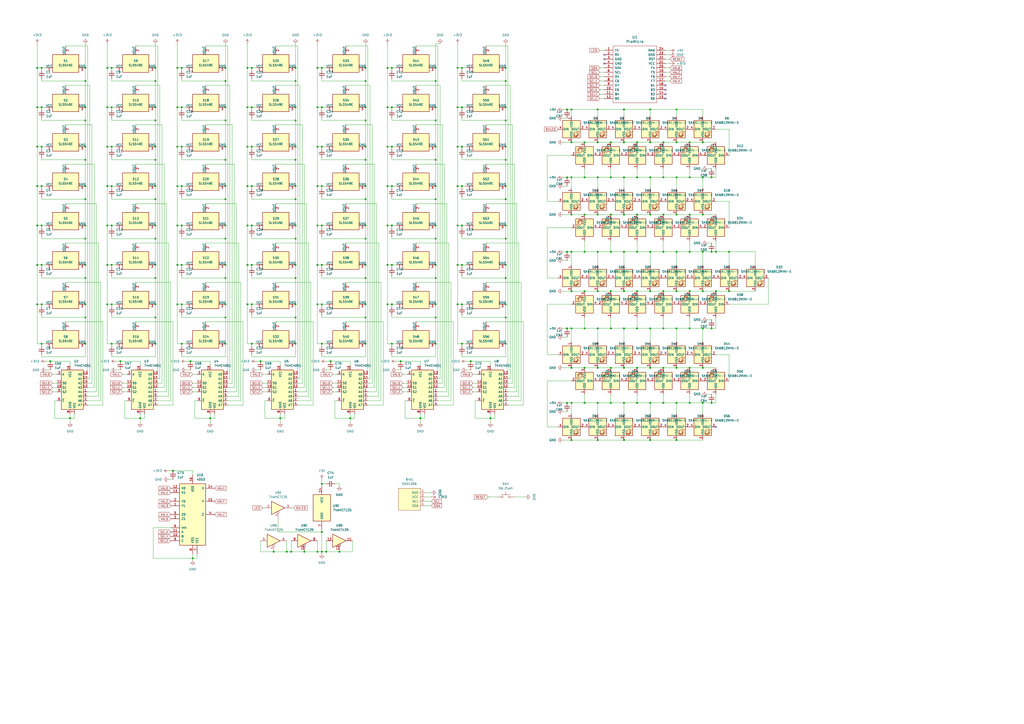
<source format=kicad_sch>
(kicad_sch (version 20250114) (generator "eeschema") (generator_version "9.0")
  (paper "A2")
  (junction (at 377.19 146.05))
  (junction (at 212.09 161.29))
  (junction (at 412.75 190.5))
  (junction (at 369.57 233.68))
  (junction (at 168.91 320.04))
  (junction (at 146.05 130.81))
  (junction (at 130.81 138.43))
  (junction (at 252.73 115.57))
  (junction (at 90.17 69.85))
  (junction (at 384.81 213.36))
  (junction (at 377.19 63.5))
  (junction (at 171.45 161.29))
  (junction (at 90.17 107.95))
  (junction (at 407.67 233.68))
  (junction (at 232.41 209.55))
  (junction (at 90.17 184.15))
  (junction (at 105.41 39.37))
  (junction (at 146.05 39.37))
  (junction (at 130.81 39.37))
  (junction (at 339.09 213.36))
  (junction (at 369.57 190.5))
  (junction (at 392.43 213.36))
  (junction (at 407.67 168.91))
  (junction (at 130.81 176.53))
  (junction (at 407.67 102.87))
  (junction (at 265.43 107.95))
  (junction (at 171.45 69.85))
  (junction (at 105.41 85.09))
  (junction (at 265.43 130.81))
  (junction (at 252.73 138.43))
  (junction (at 186.69 39.37))
  (junction (at 184.15 107.95))
  (junction (at 24.13 130.81))
  (junction (at 146.05 62.23))
  (junction (at 252.73 85.09))
  (junction (at 252.73 39.37))
  (junction (at 384.81 233.68))
  (junction (at 369.57 146.05))
  (junction (at 361.95 63.5))
  (junction (at 331.47 102.87))
  (junction (at 24.13 176.53))
  (junction (at 224.79 62.23))
  (junction (at 267.97 199.39))
  (junction (at 171.45 138.43))
  (junction (at 143.51 130.81))
  (junction (at 151.13 209.55))
  (junction (at 392.43 233.68))
  (junction (at 346.71 102.87))
  (junction (at 189.23 320.04))
  (junction (at 422.91 146.05))
  (junction (at 293.37 176.53))
  (junction (at 29.21 209.55))
  (junction (at 64.77 62.23))
  (junction (at 21.59 153.67))
  (junction (at 105.41 176.53))
  (junction (at 49.53 161.29))
  (junction (at 186.69 280.67))
  (junction (at 212.09 62.23))
  (junction (at 184.15 153.67))
  (junction (at 265.43 85.09))
  (junction (at 293.37 46.99))
  (junction (at 212.09 176.53))
  (junction (at 227.33 130.81))
  (junction (at 90.17 39.37))
  (junction (at 171.45 92.71))
  (junction (at 24.13 85.09))
  (junction (at 369.57 102.87))
  (junction (at 62.23 39.37))
  (junction (at 90.17 199.39))
  (junction (at 62.23 176.53))
  (junction (at 130.81 69.85))
  (junction (at 184.15 39.37))
  (junction (at 171.45 115.57))
  (junction (at 227.33 153.67))
  (junction (at 361.95 102.87))
  (junction (at 162.56 242.57))
  (junction (at 64.77 176.53))
  (junction (at 339.09 102.87))
  (junction (at 186.69 199.39))
  (junction (at 293.37 115.57))
  (junction (at 49.53 107.95))
  (junction (at 90.17 161.29))
  (junction (at 212.09 69.85))
  (junction (at 346.71 82.55))
  (junction (at 21.59 130.81))
  (junction (at 224.79 39.37))
  (junction (at 212.09 46.99))
  (junction (at 293.37 39.37))
  (junction (at 339.09 190.5))
  (junction (at 186.69 62.23))
  (junction (at 331.47 63.5))
  (junction (at 49.53 153.67))
  (junction (at 267.97 153.67))
  (junction (at 212.09 138.43))
  (junction (at 377.19 190.5))
  (junction (at 171.45 46.99))
  (junction (at 102.87 130.81))
  (junction (at 90.17 62.23))
  (junction (at 412.75 233.68))
  (junction (at 224.79 85.09))
  (junction (at 227.33 107.95))
  (junction (at 293.37 62.23))
  (junction (at 49.53 39.37))
  (junction (at 146.05 176.53))
  (junction (at 252.73 69.85))
  (junction (at 21.59 107.95))
  (junction (at 267.97 130.81))
  (junction (at 407.67 146.05))
  (junction (at 400.05 168.91))
  (junction (at 102.87 39.37))
  (junction (at 252.73 107.95))
  (junction (at 361.95 146.05))
  (junction (at 331.47 146.05))
  (junction (at 377.19 124.46))
  (junction (at 130.81 130.81))
  (junction (at 346.71 190.5))
  (junction (at 422.91 168.91))
  (junction (at 196.85 320.04))
  (junction (at 49.53 199.39))
  (junction (at 273.05 209.55))
  (junction (at 62.23 62.23))
  (junction (at 361.95 255.27))
  (junction (at 361.95 124.46))
  (junction (at 331.47 124.46))
  (junction (at 186.69 153.67))
  (junction (at 331.47 255.27))
  (junction (at 146.05 85.09))
  (junction (at 392.43 190.5))
  (junction (at 346.71 168.91))
  (junction (at 100.33 273.05))
  (junction (at 267.97 62.23))
  (junction (at 21.59 85.09))
  (junction (at 252.73 62.23))
  (junction (at 90.17 138.43))
  (junction (at 328.93 63.5))
  (junction (at 184.15 130.81))
  (junction (at 166.37 320.04))
  (junction (at 49.53 69.85))
  (junction (at 267.97 39.37))
  (junction (at 384.81 124.46))
  (junction (at 143.51 62.23))
  (junction (at 354.33 213.36))
  (junction (at 293.37 184.15))
  (junction (at 328.93 146.05))
  (junction (at 130.81 199.39))
  (junction (at 49.53 130.81))
  (junction (at 415.29 146.05))
  (junction (at 227.33 199.39))
  (junction (at 24.13 153.67))
  (junction (at 64.77 153.67))
  (junction (at 392.43 102.87))
  (junction (at 224.79 153.67))
  (junction (at 143.51 176.53))
  (junction (at 384.81 102.87))
  (junction (at 49.53 62.23))
  (junction (at 339.09 124.46))
  (junction (at 212.09 130.81))
  (junction (at 62.23 107.95))
  (junction (at 361.95 213.36))
  (junction (at 186.69 308.61))
  (junction (at 21.59 62.23))
  (junction (at 361.95 190.5))
  (junction (at 212.09 39.37))
  (junction (at 384.81 146.05))
  (junction (at 252.73 161.29))
  (junction (at 346.71 146.05))
  (junction (at 64.77 107.95))
  (junction (at 90.17 115.57))
  (junction (at 121.92 242.57))
  (junction (at 24.13 39.37))
  (junction (at 377.19 213.36))
  (junction (at 293.37 153.67))
  (junction (at 293.37 199.39))
  (junction (at 212.09 153.67))
  (junction (at 49.53 176.53))
  (junction (at 384.81 190.5))
  (junction (at 354.33 124.46))
  (junction (at 171.45 184.15))
  (junction (at 146.05 153.67))
  (junction (at 224.79 130.81))
  (junction (at 64.77 130.81))
  (junction (at 191.77 209.55))
  (junction (at 227.33 62.23))
  (junction (at 331.47 82.55))
  (junction (at 328.93 102.87))
  (junction (at 293.37 85.09))
  (junction (at 392.43 63.5))
  (junction (at 339.09 233.68))
  (junction (at 171.45 176.53))
  (junction (at 186.69 85.09))
  (junction (at 171.45 130.81))
  (junction (at 392.43 168.91))
  (junction (at 354.33 146.05))
  (junction (at 186.69 107.95))
  (junction (at 243.84 242.57))
  (junction (at 184.15 85.09))
  (junction (at 24.13 62.23))
  (junction (at 407.67 124.46))
  (junction (at 212.09 199.39))
  (junction (at 346.71 63.5))
  (junction (at 392.43 82.55))
  (junction (at 346.71 124.46))
  (junction (at 400.05 213.36))
  (junction (at 21.59 176.53))
  (junction (at 130.81 153.67))
  (junction (at 346.71 213.36))
  (junction (at 102.87 85.09))
  (junction (at 227.33 39.37))
  (junction (at 412.75 102.87))
  (junction (at 102.87 107.95))
  (junction (at 361.95 233.68))
  (junction (at 212.09 85.09))
  (junction (at 293.37 130.81))
  (junction (at 400.05 124.46))
  (junction (at 392.43 146.05))
  (junction (at 105.41 107.95))
  (junction (at 171.45 107.95))
  (junction (at 252.73 199.39))
  (junction (at 171.45 199.39))
  (junction (at 184.15 176.53))
  (junction (at 392.43 124.46))
  (junction (at 224.79 176.53))
  (junction (at 377.19 255.27))
  (junction (at 377.19 168.91))
  (junction (at 412.75 146.05))
  (junction (at 186.69 320.04))
  (junction (at 143.51 85.09))
  (junction (at 369.57 213.36))
  (junction (at 252.73 153.67))
  (junction (at 102.87 62.23))
  (junction (at 171.45 62.23))
  (junction (at 90.17 46.99))
  (junction (at 130.81 107.95))
  (junction (at 400.05 146.05))
  (junction (at 331.47 213.36))
  (junction (at 339.09 146.05))
  (junction (at 186.69 176.53))
  (junction (at 400.05 190.5))
  (junction (at 49.53 46.99))
  (junction (at 407.67 213.36))
  (junction (at 40.64 242.57))
  (junction (at 400.05 233.68))
  (junction (at 64.77 199.39))
  (junction (at 130.81 184.15))
  (junction (at 252.73 184.15))
  (junction (at 293.37 107.95))
  (junction (at 400.05 102.87))
  (junction (at 252.73 130.81))
  (junction (at 339.09 168.91))
  (junction (at 354.33 233.68))
  (junction (at 130.81 62.23))
  (junction (at 111.76 323.85))
  (junction (at 415.29 168.91))
  (junction (at 331.47 233.68))
  (junction (at 212.09 92.71))
  (junction (at 90.17 92.71))
  (junction (at 62.23 130.81))
  (junction (at 130.81 161.29))
  (junction (at 212.09 107.95))
  (junction (at 184.15 320.04))
  (junction (at 377.19 233.68))
  (junction (at 212.09 115.57))
  (junction (at 331.47 190.5))
  (junction (at 293.37 161.29))
  (junction (at 354.33 168.91))
  (junction (at 227.33 176.53))
  (junction (at 171.45 39.37))
  (junction (at 130.81 92.71))
  (junction (at 110.49 209.55))
  (junction (at 293.37 138.43))
  (junction (at 90.17 153.67))
  (junction (at 252.73 176.53))
  (junction (at 265.43 153.67))
  (junction (at 384.81 82.55))
  (junction (at 24.13 199.39))
  (junction (at 171.45 85.09))
  (junction (at 146.05 107.95))
  (junction (at 346.71 233.68))
  (junction (at 227.33 85.09))
  (junction (at 252.73 92.71))
  (junction (at 284.48 242.57))
  (junction (at 369.57 168.91))
  (junction (at 184.15 62.23))
  (junction (at 339.09 82.55))
  (junction (at 49.53 138.43))
  (junction (at 49.53 115.57))
  (junction (at 361.95 82.55))
  (junction (at 377.19 102.87))
  (junction (at 24.13 107.95))
  (junction (at 407.67 82.55))
  (junction (at 62.23 153.67))
  (junction (at 21.59 39.37))
  (junction (at 265.43 62.23))
  (junction (at 105.41 130.81))
  (junction (at 158.75 320.04))
  (junction (at 354.33 82.55))
  (junction (at 293.37 69.85))
  (junction (at 90.17 85.09))
  (junction (at 64.77 85.09))
  (junction (at 224.79 107.95))
  (junction (at 64.77 39.37))
  (junction (at 392.43 255.27))
  (junction (at 331.47 168.91))
  (junction (at 90.17 176.53))
  (junction (at 328.93 233.68))
  (junction (at 369.57 82.55))
  (junction (at 384.81 168.91))
  (junction (at 143.51 39.37))
  (junction (at 354.33 190.5))
  (junction (at 102.87 153.67))
  (junction (at 130.81 85.09))
  (junction (at 171.45 153.67))
  (junction (at 407.67 190.5))
  (junction (at 49.53 92.71))
  (junction (at 146.05 199.39))
  (junction (at 293.37 92.71))
  (junction (at 252.73 46.99))
  (junction (at 105.41 62.23))
  (junction (at 377.19 82.55))
  (junction (at 346.71 255.27))
  (junction (at 49.53 184.15))
  (junction (at 328.93 190.5))
  (junction (at 62.23 85.09))
  (junction (at 69.85 209.55))
  (junction (at 212.09 184.15))
  (junction (at 143.51 153.67))
  (junction (at 102.87 176.53))
  (junction (at 105.41 153.67))
  (junction (at 369.57 124.46))
  (junction (at 267.97 176.53))
  (junction (at 105.41 199.39))
  (junction (at 49.53 85.09))
  (junction (at 143.51 107.95))
  (junction (at 130.81 46.99))
  (junction (at 130.81 115.57))
  (junction (at 81.28 242.57))
  (junction (at 354.33 102.87))
  (junction (at 265.43 39.37))
  (junction (at 400.05 82.55))
  (junction (at 265.43 176.53))
  (junction (at 203.2 242.57))
  (junction (at 267.97 85.09))
  (junction (at 361.95 168.91))
  (junction (at 90.17 130.81))
  (junction (at 267.97 107.95))
  (junction (at 186.69 130.81))
  (junction (at 176.53 320.04))
  (no_connect (at 415.29 247.65))
  (no_connect (at 386.08 49.53))
  (no_connect (at 350.52 31.75))
  (no_connect (at 386.08 54.61))
  (no_connect (at 386.08 52.07))
  (no_connect (at 350.52 36.83))
  (no_connect (at 350.52 34.29))
  (no_connect (at 386.08 57.15))
  (wire (pts (xy 152.4 227.33) (xy 154.94 227.33)))
  (wire (pts (xy 331.47 213.36) (xy 339.09 213.36)))
  (wire (pts (xy 111.76 323.85) (xy 114.3 323.85)))
  (wire (pts (xy 422.91 116.84) (xy 422.91 132.08)))
  (wire (pts (xy 252.73 69.85) (xy 252.73 85.09)))
  (wire (pts (xy 78.74 95.25) (xy 95.25 95.25)))
  (wire (pts (xy 234.95 242.57) (xy 234.95 232.41)))
  (wire (pts (xy 224.79 153.67) (xy 224.79 176.53)))
  (wire (pts (xy 400.05 124.46) (xy 407.67 124.46)))
  (wire (pts (xy 267.97 153.67) (xy 265.43 153.67)))
  (wire (pts (xy 64.77 199.39) (xy 64.77 200.66)))
  (wire (pts (xy 162.56 242.57) (xy 162.56 245.11)))
  (wire (pts (xy 347.98 52.07) (xy 350.52 52.07)))
  (wire (pts (xy 26.67 153.67) (xy 24.13 153.67)))
  (wire (pts (xy 71.12 224.79) (xy 73.66 224.79)))
  (wire (pts (xy 24.13 153.67) (xy 24.13 154.94)))
  (wire (pts (xy 265.43 62.23) (xy 265.43 85.09)))
  (wire (pts (xy 422.91 146.05) (xy 438.15 146.05)))
  (wire (pts (xy 212.09 39.37) (xy 212.09 46.99)))
  (wire (pts (xy 186.69 153.67) (xy 186.69 154.94)))
  (wire (pts (xy 227.33 40.64) (xy 227.33 39.37)))
  (wire (pts (xy 224.79 130.81) (xy 224.79 153.67)))
  (wire (pts (xy 227.33 153.67) (xy 227.33 154.94)))
  (wire (pts (xy 90.17 62.23) (xy 90.17 69.85)))
  (wire (pts (xy 219.71 140.97) (xy 219.71 229.87)))
  (wire (pts (xy 38.1 140.97) (xy 57.15 140.97)))
  (wire (pts (xy 400.05 146.05) (xy 400.05 139.7)))
  (wire (pts (xy 369.57 146.05) (xy 377.19 146.05)))
  (wire (pts (xy 331.47 82.55) (xy 339.09 82.55)))
  (wire (pts (xy 252.73 115.57) (xy 252.73 130.81)))
  (wire (pts (xy 171.45 161.29) (xy 171.45 176.53)))
  (wire (pts (xy 40.64 209.55) (xy 40.64 212.09)))
  (wire (pts (xy 294.64 227.33) (xy 299.72 227.33)))
  (wire (pts (xy 227.33 46.99) (xy 227.33 45.72)))
  (wire (pts (xy 62.23 107.95) (xy 62.23 130.81)))
  (wire (pts (xy 227.33 153.67) (xy 224.79 153.67)))
  (wire (pts (xy 328.93 102.87) (xy 331.47 102.87)))
  (wire (pts (xy 317.5 220.98) (xy 317.5 247.65)))
  (wire (pts (xy 233.68 217.17) (xy 236.22 217.17)))
  (wire (pts (xy 339.09 233.68) (xy 339.09 228.6)))
  (wire (pts (xy 227.33 176.53) (xy 229.87 176.53)))
  (wire (pts (xy 130.81 69.85) (xy 130.81 85.09)))
  (wire (pts (xy 326.39 107.95) (xy 328.93 107.95)))
  (wire (pts (xy 105.41 160.02) (xy 105.41 161.29)))
  (wire (pts (xy 346.71 255.27) (xy 361.95 255.27)))
  (wire (pts (xy 24.13 176.53) (xy 26.67 176.53)))
  (wire (pts (xy 196.85 320.04) (xy 204.47 320.04)))
  (wire (pts (xy 354.33 102.87) (xy 354.33 97.79)))
  (wire (pts (xy 410.21 228.6) (xy 412.75 228.6)))
  (wire (pts (xy 105.41 184.15) (xy 130.81 184.15)))
  (wire (pts (xy 113.03 242.57) (xy 113.03 232.41)))
  (wire (pts (xy 146.05 107.95) (xy 143.51 107.95)))
  (wire (pts (xy 64.77 207.01) (xy 90.17 207.01)))
  (wire (pts (xy 326.39 213.36) (xy 331.47 213.36)))
  (wire (pts (xy 64.77 68.58) (xy 64.77 69.85)))
  (wire (pts (xy 138.43 229.87) (xy 132.08 229.87)))
  (wire (pts (xy 55.88 227.33) (xy 50.8 227.33)))
  (wire (pts (xy 21.59 25.4) (xy 21.59 39.37)))
  (wire (pts (xy 160.02 95.25) (xy 176.53 95.25)))
  (wire (pts (xy 354.33 233.68) (xy 361.95 233.68)))
  (wire (pts (xy 212.09 199.39) (xy 212.09 207.01)))
  (wire (pts (xy 224.79 39.37) (xy 227.33 39.37)))
  (wire (pts (xy 146.05 62.23) (xy 146.05 63.5)))
  (wire (pts (xy 24.13 207.01) (xy 49.53 207.01)))
  (wire (pts (xy 267.97 115.57) (xy 293.37 115.57)))
  (wire (pts (xy 49.53 176.53) (xy 49.53 184.15)))
  (wire (pts (xy 160.02 163.83) (xy 180.34 163.83)))
  (wire (pts (xy 407.67 82.55) (xy 415.29 82.55)))
  (wire (pts (xy 146.05 153.67) (xy 143.51 153.67)))
  (wire (pts (xy 275.59 242.57) (xy 284.48 242.57)))
  (wire (pts (xy 241.3 186.69) (xy 262.89 186.69)))
  (wire (pts (xy 361.95 63.5) (xy 361.95 67.31)))
  (wire (pts (xy 184.15 176.53) (xy 184.15 199.39)))
  (wire (pts (xy 384.81 146.05) (xy 392.43 146.05)))
  (wire (pts (xy 412.75 146.05) (xy 415.29 146.05)))
  (wire (pts (xy 252.73 199.39) (xy 252.73 207.01)))
  (wire (pts (xy 130.81 85.09) (xy 130.81 92.71)))
  (wire (pts (xy 415.29 168.91) (xy 422.91 168.91)))
  (wire (pts (xy 224.79 25.4) (xy 224.79 39.37)))
  (wire (pts (xy 111.76 217.17) (xy 114.3 217.17)))
  (wire (pts (xy 267.97 46.99) (xy 267.97 45.72)))
  (wire (pts (xy 171.45 46.99) (xy 171.45 62.23)))
  (wire (pts (xy 148.59 107.95) (xy 146.05 107.95)))
  (wire (pts (xy 191.77 209.55) (xy 203.2 209.55)))
  (wire (pts (xy 227.33 177.8) (xy 227.33 176.53)))
  (wire (pts (xy 105.41 130.81) (xy 107.95 130.81)))
  (wire (pts (xy 105.41 40.64) (xy 105.41 39.37)))
  (wire (pts (xy 407.67 213.36) (xy 415.29 213.36)))
  (wire (pts (xy 110.49 209.55) (xy 121.92 209.55)))
  (wire (pts (xy 217.17 224.79) (xy 213.36 224.79)))
  (wire (pts (xy 255.27 49.53) (xy 255.27 219.71)))
  (wire (pts (xy 184.15 313.69) (xy 184.15 320.04)))
  (wire (pts (xy 113.03 232.41) (xy 114.3 232.41)))
  (wire (pts (xy 24.13 92.71) (xy 49.53 92.71)))
  (wire (pts (xy 293.37 161.29) (xy 293.37 176.53)))
  (wire (pts (xy 267.97 40.64) (xy 267.97 39.37)))
  (wire (pts (xy 90.17 92.71) (xy 90.17 107.95)))
  (wire (pts (xy 24.13 115.57) (xy 49.53 115.57)))
  (wire (pts (xy 186.69 199.39) (xy 184.15 199.39)))
  (wire (pts (xy 254 229.87) (xy 260.35 229.87)))
  (wire (pts (xy 281.94 26.67) (xy 294.64 26.67)))
  (wire (pts (xy 83.82 242.57) (xy 81.28 242.57)))
  (wire (pts (xy 274.32 222.25) (xy 276.86 222.25)))
  (wire (pts (xy 189.23 199.39) (xy 186.69 199.39)))
  (wire (pts (xy 369.57 213.36) (xy 377.19 213.36)))
  (wire (pts (xy 105.41 205.74) (xy 105.41 207.01)))
  (wire (pts (xy 227.33 114.3) (xy 227.33 115.57)))
  (wire (pts (xy 21.59 39.37) (xy 24.13 39.37)))
  (wire (pts (xy 233.68 224.79) (xy 236.22 224.79)))
  (wire (pts (xy 227.33 62.23) (xy 227.33 63.5)))
  (wire (pts (xy 298.45 95.25) (xy 298.45 224.79)))
  (wire (pts (xy 347.98 41.91) (xy 350.52 41.91)))
  (wire (pts (xy 90.17 107.95) (xy 90.17 115.57)))
  (wire (pts (xy 267.97 62.23) (xy 267.97 63.5)))
  (wire (pts (xy 24.13 68.58) (xy 24.13 69.85)))
  (wire (pts (xy 119.38 72.39) (xy 134.62 72.39)))
  (wire (pts (xy 377.19 146.05) (xy 384.81 146.05)))
  (wire (pts (xy 21.59 130.81) (xy 21.59 153.67)))
  (wire (pts (xy 105.41 86.36) (xy 105.41 85.09)))
  (wire (pts (xy 170.18 294.64) (xy 168.91 294.64)))
  (wire (pts (xy 107.95 62.23) (xy 105.41 62.23)))
  (wire (pts (xy 186.69 92.71) (xy 186.69 91.44)))
  (wire (pts (xy 43.18 240.03) (xy 43.18 242.57)))
  (wire (pts (xy 384.81 233.68) (xy 384.81 228.6)))
  (wire (pts (xy 49.53 153.67) (xy 49.53 161.29)))
  (wire (pts (xy 234.95 232.41) (xy 236.22 232.41)))
  (wire (pts (xy 252.73 184.15) (xy 252.73 199.39)))
  (wire (pts (xy 143.51 130.81) (xy 143.51 153.67)))
  (wire (pts (xy 407.67 124.46) (xy 415.29 124.46)))
  (wire (pts (xy 354.33 146.05) (xy 354.33 139.7)))
  (wire (pts (xy 31.75 242.57) (xy 31.75 232.41)))
  (wire (pts (xy 369.57 124.46) (xy 377.19 124.46)))
  (wire (pts (xy 64.77 107.95) (xy 62.23 107.95)))
  (wire (pts (xy 105.41 92.71) (xy 105.41 91.44)))
  (wire (pts (xy 326.39 82.55) (xy 331.47 82.55)))
  (wire (pts (xy 81.28 242.57) (xy 81.28 245.11)))
  (wire (pts (xy 119.38 186.69) (xy 140.97 186.69)))
  (wire (pts (xy 326.39 146.05) (xy 328.93 146.05)))
  (wire (pts (xy 227.33 205.74) (xy 227.33 207.01)))
  (wire (pts (xy 52.07 49.53) (xy 52.07 219.71)))
  (wire (pts (xy 317.5 132.08) (xy 317.5 161.29)))
  (wire (pts (xy 267.97 107.95) (xy 267.97 109.22)))
  (wire (pts (xy 168.91 320.04) (xy 176.53 320.04)))
  (wire (pts (xy 105.41 199.39) (xy 102.87 199.39)))
  (wire (pts (xy 146.05 85.09) (xy 148.59 85.09)))
  (wire (pts (xy 171.45 39.37) (xy 171.45 46.99)))
  (wire (pts (xy 138.43 140.97) (xy 138.43 229.87)))
  (wire (pts (xy 62.23 130.81) (xy 64.77 130.81)))
  (wire (pts (xy 270.51 209.55) (xy 273.05 209.55)))
  (wire (pts (xy 267.97 138.43) (xy 267.97 137.16)))
  (wire (pts (xy 171.45 138.43) (xy 171.45 153.67)))
  (wire (pts (xy 102.87 130.81) (xy 102.87 153.67)))
  (wire (pts (xy 88.9 306.07) (xy 88.9 323.85)))
  (wire (pts (xy 274.32 227.33) (xy 276.86 227.33)))
  (wire (pts (xy 24.13 160.02) (xy 24.13 161.29)))
  (wire (pts (xy 24.13 39.37) (xy 26.67 39.37)))
  (wire (pts (xy 400.05 168.91) (xy 407.67 168.91)))
  (wire (pts (xy 146.05 199.39) (xy 146.05 200.66)))
  (wire (pts (xy 254 26.67) (xy 254 217.17)))
  (wire (pts (xy 64.77 153.67) (xy 64.77 154.94)))
  (wire (pts (xy 160.02 140.97) (xy 179.07 140.97)))
  (wire (pts (xy 377.19 63.5) (xy 392.43 63.5)))
  (wire (pts (xy 31.75 242.57) (xy 40.64 242.57)))
  (wire (pts (xy 24.13 138.43) (xy 24.13 137.16)))
  (wire (pts (xy 267.97 199.39) (xy 265.43 199.39)))
  (wire (pts (xy 83.82 240.03) (xy 83.82 242.57)))
  (wire (pts (xy 257.81 95.25) (xy 257.81 224.79)))
  (wire (pts (xy 220.98 232.41) (xy 213.36 232.41)))
  (wire (pts (xy 105.41 207.01) (xy 130.81 207.01)))
  (wire (pts (xy 261.62 163.83) (xy 261.62 232.41)))
  (wire (pts (xy 21.59 85.09) (xy 21.59 107.95)))
  (wire (pts (xy 346.71 124.46) (xy 354.33 124.46)))
  (wire (pts (xy 227.33 132.08) (xy 227.33 130.81)))
  (wire (pts (xy 377.19 109.22) (xy 377.19 102.87)))
  (wire (pts (xy 392.43 63.5) (xy 392.43 67.31)))
  (wire (pts (xy 214.63 49.53) (xy 214.63 219.71)))
  (wire (pts (xy 346.71 190.5) (xy 346.71 198.12)))
  (wire (pts (xy 130.81 39.37) (xy 130.81 46.99)))
  (wire (pts (xy 24.13 86.36) (xy 24.13 85.09)))
  (wire (pts (xy 69.85 209.55) (xy 81.28 209.55)))
  (wire (pts (xy 53.34 72.39) (xy 53.34 222.25)))
  (wire (pts (xy 384.81 146.05) (xy 384.81 139.7)))
  (wire (pts (xy 194.31 232.41) (xy 195.58 232.41)))
  (wire (pts (xy 224.79 176.53) (xy 227.33 176.53)))
  (wire (pts (xy 189.23 107.95) (xy 186.69 107.95)))
  (wire (pts (xy 119.38 49.53) (xy 133.35 49.53)))
  (wire (pts (xy 184.15 320.04) (xy 186.69 320.04)))
  (wire (pts (xy 173.99 49.53) (xy 173.99 219.71)))
  (wire (pts (xy 265.43 25.4) (xy 265.43 39.37)))
  (wire (pts (xy 377.19 146.05) (xy 377.19 153.67)))
  (wire (pts (xy 331.47 63.5) (xy 331.47 67.31)))
  (wire (pts (xy 410.21 185.42) (xy 412.75 185.42)))
  (wire (pts (xy 107.95 209.55) (xy 110.49 209.55)))
  (wire (pts (xy 377.19 102.87) (xy 384.81 102.87)))
  (wire (pts (xy 181.61 186.69) (xy 181.61 234.95)))
  (wire (pts (xy 267.97 184.15) (xy 267.97 182.88)))
  (wire (pts (xy 265.43 39.37) (xy 267.97 39.37)))
  (wire (pts (xy 361.95 124.46) (xy 369.57 124.46)))
  (wire (pts (xy 392.43 255.27) (xy 407.67 255.27)))
  (wire (pts (xy 72.39 232.41) (xy 73.66 232.41)))
  (wire (pts (xy 64.77 161.29) (xy 90.17 161.29)))
  (wire (pts (xy 175.26 72.39) (xy 175.26 222.25)))
  (wire (pts (xy 218.44 227.33) (xy 213.36 227.33)))
  (wire (pts (xy 24.13 62.23) (xy 21.59 62.23)))
  (wire (pts (xy 171.45 92.71) (xy 171.45 107.95)))
  (wire (pts (xy 49.53 138.43) (xy 49.53 153.67)))
  (wire (pts (xy 227.33 138.43) (xy 227.33 137.16)))
  (wire (pts (xy 227.33 86.36) (xy 227.33 85.09)))
  (wire (pts (xy 168.91 313.69) (xy 168.91 320.04)))
  (wire (pts (xy 281.94 72.39) (xy 297.18 72.39)))
  (wire (pts (xy 407.67 63.5) (xy 407.67 67.31)))
  (wire (pts (xy 273.05 209.55) (xy 284.48 209.55)))
  (wire (pts (xy 227.33 184.15) (xy 227.33 182.88)))
  (wire (pts (xy 90.17 184.15) (xy 90.17 199.39)))
  (wire (pts (xy 184.15 130.81) (xy 186.69 130.81)))
  (wire (pts (xy 267.97 138.43) (xy 293.37 138.43)))
  (wire (pts (xy 347.98 54.61) (xy 350.52 54.61)))
  (wire (pts (xy 227.33 85.09) (xy 229.87 85.09)))
  (wire (pts (xy 24.13 132.08) (xy 24.13 130.81)))
  (wire (pts (xy 26.67 209.55) (xy 29.21 209.55)))
  (wire (pts (xy 184.15 62.23) (xy 184.15 85.09)))
  (wire (pts (xy 215.9 72.39) (xy 215.9 222.25)))
  (wire (pts (xy 270.51 199.39) (xy 267.97 199.39)))
  (wire (pts (xy 64.77 130.81) (xy 67.31 130.81)))
  (wire (pts (xy 146.05 153.67) (xy 146.05 154.94)))
  (wire (pts (xy 152.4 294.64) (xy 153.67 294.64)))
  (wire (pts (xy 265.43 176.53) (xy 267.97 176.53)))
  (wire (pts (xy 54.61 95.25) (xy 54.61 224.79)))
  (wire (pts (xy 254 222.25) (xy 256.54 222.25)))
  (wire (pts (xy 386.08 41.91) (xy 388.62 41.91)))
  (wire (pts (xy 252.73 85.09) (xy 252.73 92.71)))
  (wire (pts (xy 72.39 242.57) (xy 72.39 232.41)))
  (wire (pts (xy 102.87 85.09) (xy 105.41 85.09)))
  (wire (pts (xy 184.15 39.37) (xy 186.69 39.37)))
  (wire (pts (xy 361.95 190.5) (xy 369.57 190.5)))
  (wire (pts (xy 62.23 39.37) (xy 62.23 62.23)))
  (wire (pts (xy 407.67 102.87) (xy 412.75 102.87)))
  (wire (pts (xy 331.47 109.22) (xy 331.47 102.87)))
  (wire (pts (xy 328.93 190.5) (xy 331.47 190.5)))
  (wire (pts (xy 137.16 227.33) (xy 132.08 227.33)))
  (wire (pts (xy 297.18 72.39) (xy 297.18 222.25)))
  (wire (pts (xy 203.2 240.03) (xy 203.2 242.57)))
  (wire (pts (xy 54.61 224.79) (xy 50.8 224.79)))
  (wire (pts (xy 160.02 49.53) (xy 173.99 49.53)))
  (wire (pts (xy 346.71 102.87) (xy 354.33 102.87)))
  (wire (pts (xy 49.53 62.23) (xy 49.53 69.85)))
  (wire (pts (xy 95.25 224.79) (xy 91.44 224.79)))
  (wire (pts (xy 62.23 85.09) (xy 64.77 85.09)))
  (wire (pts (xy 392.43 213.36) (xy 400.05 213.36)))
  (wire (pts (xy 49.53 184.15) (xy 49.53 199.39)))
  (wire (pts (xy 386.08 36.83) (xy 388.62 36.83)))
  (wire (pts (xy 203.2 209.55) (xy 203.2 212.09)))
  (wire (pts (xy 246.38 293.37) (xy 250.19 293.37)))
  (wire (pts (xy 135.89 224.79) (xy 132.08 224.79)))
  (wire (pts (xy 317.5 161.29) (xy 323.85 161.29)))
  (wire (pts (xy 71.12 217.17) (xy 73.66 217.17)))
  (wire (pts (xy 326.39 68.58) (xy 328.93 68.58)))
  (wire (pts (xy 124.46 240.03) (xy 124.46 242.57)))
  (wire (pts (xy 24.13 184.15) (xy 49.53 184.15)))
  (wire (pts (xy 317.5 176.53) (xy 331.47 176.53)))
  (wire (pts (xy 189.23 62.23) (xy 186.69 62.23)))
  (wire (pts (xy 229.87 209.55) (xy 232.41 209.55)))
  (wire (pts (xy 105.41 107.95) (xy 102.87 107.95)))
  (wire (pts (xy 99.06 306.07) (xy 88.9 306.07)))
  (wire (pts (xy 97.79 273.05) (xy 100.33 273.05)))
  (wire (pts (xy 415.29 146.05) (xy 415.29 139.7)))
  (wire (pts (xy 184.15 25.4) (xy 184.15 39.37)))
  (wire (pts (xy 111.76 224.79) (xy 114.3 224.79)))
  (wire (pts (xy 392.43 190.5) (xy 400.05 190.5)))
  (wire (pts (xy 407.67 146.05) (xy 412.75 146.05)))
  (wire (pts (xy 184.15 176.53) (xy 186.69 176.53)))
  (wire (pts (xy 252.73 161.29) (xy 252.73 176.53)))
  (wire (pts (xy 78.74 118.11) (xy 96.52 118.11)))
  (wire (pts (xy 179.07 229.87) (xy 172.72 229.87)))
  (wire (pts (xy 361.95 190.5) (xy 361.95 198.12)))
  (wire (pts (xy 294.64 219.71) (xy 295.91 219.71)))
  (wire (pts (xy 62.23 130.81) (xy 62.23 153.67)))
  (wire (pts (xy 287.02 240.03) (xy 287.02 242.57)))
  (wire (pts (xy 146.05 138.43) (xy 171.45 138.43)))
  (wire (pts (xy 252.73 138.43) (xy 252.73 153.67)))
  (wire (pts (xy 346.71 82.55) (xy 354.33 82.55)))
  (wire (pts (xy 317.5 90.17) (xy 331.47 90.17)))
  (wire (pts (xy 227.33 184.15) (xy 252.73 184.15)))
  (wire (pts (xy 24.13 199.39) (xy 24.13 200.66)))
  (wire (pts (xy 369.57 102.87) (xy 377.19 102.87)))
  (wire (pts (xy 64.77 205.74) (xy 64.77 207.01)))
  (wire (pts (xy 64.77 62.23) (xy 62.23 62.23)))
  (wire (pts (xy 146.05 184.15) (xy 171.45 184.15)))
  (wire (pts (xy 267.97 46.99) (xy 293.37 46.99)))
  (wire (pts (xy 267.97 207.01) (xy 293.37 207.01)))
  (wire (pts (xy 361.95 168.91) (xy 369.57 168.91)))
  (wire (pts (xy 361.95 255.27) (xy 377.19 255.27)))
  (wire (pts (xy 21.59 153.67) (xy 21.59 176.53)))
  (wire (pts (xy 361.95 213.36) (xy 369.57 213.36)))
  (wire (pts (xy 186.69 85.09) (xy 189.23 85.09)))
  (wire (pts (xy 369.57 146.05) (xy 369.57 139.7)))
  (wire (pts (xy 339.09 82.55) (xy 346.71 82.55)))
  (wire (pts (xy 252.73 153.67) (xy 252.73 161.29)))
  (wire (pts (xy 186.69 278.13) (xy 186.69 280.67)))
  (wire (pts (xy 267.97 199.39) (xy 267.97 200.66)))
  (wire (pts (xy 369.57 233.68) (xy 377.19 233.68)))
  (wire (pts (xy 284.48 209.55) (xy 284.48 212.09)))
  (wire (pts (xy 213.36 219.71) (xy 214.63 219.71)))
  (wire (pts (xy 26.67 62.23) (xy 24.13 62.23)))
  (wire (pts (xy 227.33 62.23) (xy 224.79 62.23)))
  (wire (pts (xy 267.97 153.67) (xy 267.97 154.94)))
  (wire (pts (xy 96.52 227.33) (xy 91.44 227.33)))
  (wire (pts (xy 64.77 132.08) (xy 64.77 130.81)))
  (wire (pts (xy 377.19 124.46) (xy 384.81 124.46)))
  (wire (pts (xy 317.5 176.53) (xy 317.5 205.74)))
  (wire (pts (xy 339.09 102.87) (xy 339.09 97.79)))
  (wire (pts (xy 200.66 140.97) (xy 219.71 140.97)))
  (wire (pts (xy 105.41 138.43) (xy 130.81 138.43)))
  (wire (pts (xy 146.05 160.02) (xy 146.05 161.29)))
  (wire (pts (xy 212.09 138.43) (xy 212.09 153.67)))
  (wire (pts (xy 24.13 92.71) (xy 24.13 91.44)))
  (wire (pts (xy 146.05 92.71) (xy 171.45 92.71)))
  (wire (pts (xy 78.74 72.39) (xy 93.98 72.39)))
  (wire (pts (xy 64.77 92.71) (xy 90.17 92.71)))
  (wire (pts (xy 339.09 233.68) (xy 346.71 233.68)))
  (wire (pts (xy 62.23 25.4) (xy 62.23 39.37)))
  (wire (pts (xy 346.71 190.5) (xy 354.33 190.5)))
  (wire (pts (xy 415.29 146.05) (xy 422.91 146.05)))
  (wire (pts (xy 412.75 233.68) (xy 415.29 233.68)))
  (wire (pts (xy 165.1 240.03) (xy 165.1 242.57)))
  (wire (pts (xy 67.31 214.63) (xy 69.85 214.63)))
  (wire (pts (xy 146.05 132.08) (xy 146.05 130.81)))
  (wire (pts (xy 102.87 25.4) (xy 102.87 39.37)))
  (wire (pts (xy 107.95 214.63) (xy 110.49 214.63)))
  (wire (pts (xy 262.89 234.95) (xy 254 234.95)))
  (wire (pts (xy 186.69 176.53) (xy 189.23 176.53)))
  (wire (pts (xy 227.33 46.99) (xy 252.73 46.99)))
  (wire (pts (xy 284.48 240.03) (xy 284.48 242.57)))
  (wire (pts (xy 146.05 39.37) (xy 148.59 39.37)))
  (wire (pts (xy 200.66 163.83) (xy 220.98 163.83)))
  (wire (pts (xy 229.87 107.95) (xy 227.33 107.95)))
  (wire (pts (xy 38.1 49.53) (xy 52.07 49.53)))
  (wire (pts (xy 186.69 46.99) (xy 186.69 45.72)))
  (wire (pts (xy 71.12 227.33) (xy 73.66 227.33)))
  (wire (pts (xy 361.95 82.55) (xy 369.57 82.55)))
  (wire (pts (xy 97.79 229.87) (xy 91.44 229.87)))
  (wire (pts (xy 184.15 85.09) (xy 186.69 85.09)))
  (wire (pts (xy 205.74 240.03) (xy 205.74 242.57)))
  (wire (pts (xy 146.05 176.53) (xy 148.59 176.53)))
  (wire (pts (xy 171.45 199.39) (xy 171.45 207.01)))
  (wire (pts (xy 415.29 102.87) (xy 415.29 97.79)))
  (wire (pts (xy 212.09 62.23) (xy 212.09 69.85)))
  (wire (pts (xy 412.75 102.87) (xy 415.29 102.87)))
  (wire (pts (xy 281.94 163.83) (xy 302.26 163.83)))
  (wire (pts (xy 243.84 240.03) (xy 243.84 242.57)))
  (wire (pts (xy 62.23 39.37) (xy 64.77 39.37)))
  (wire (pts (xy 58.42 163.83) (xy 58.42 232.41)))
  (wire (pts (xy 139.7 232.41) (xy 132.08 232.41)))
  (wire (pts (xy 31.75 232.41) (xy 33.02 232.41)))
  (wire (pts (xy 222.25 186.69) (xy 222.25 234.95)))
  (wire (pts (xy 384.81 213.36) (xy 392.43 213.36)))
  (wire (pts (xy 71.12 222.25) (xy 73.66 222.25)))
  (wire (pts (xy 246.38 290.83) (xy 250.19 290.83)))
  (wire (pts (xy 219.71 229.87) (xy 213.36 229.87)))
  (wire (pts (xy 293.37 39.37) (xy 293.37 46.99)))
  (wire (pts (xy 400.05 190.5) (xy 407.67 190.5)))
  (wire (pts (xy 415.29 116.84) (xy 422.91 116.84)))
  (wire (pts (xy 224.79 107.95) (xy 224.79 130.81)))
  (wire (pts (xy 67.31 107.95) (xy 64.77 107.95)))
  (wire (pts (xy 212.09 161.29) (xy 212.09 176.53)))
  (wire (pts (xy 265.43 39.37) (xy 265.43 62.23)))
  (wire (pts (xy 317.5 90.17) (xy 317.5 116.84)))
  (wire (pts (xy 204.47 313.69) (xy 204.47 320.04)))
  (wire (pts (xy 100.33 186.69) (xy 100.33 234.95)))
  (wire (pts (xy 102.87 176.53) (xy 102.87 199.39)))
  (wire (pts (xy 361.95 63.5) (xy 377.19 63.5)))
  (wire (pts (xy 267.97 92.71) (xy 267.97 91.44)))
  (wire (pts (xy 354.33 190.5) (xy 361.95 190.5)))
  (wire (pts (xy 294.64 26.67) (xy 294.64 217.17)))
  (wire (pts (xy 274.32 224.79) (xy 276.86 224.79)))
  (wire (pts (xy 58.42 232.41) (xy 50.8 232.41)))
  (wire (pts (xy 186.69 207.01) (xy 212.09 207.01)))
  (wire (pts (xy 177.8 118.11) (xy 177.8 227.33)))
  (wire (pts (xy 354.33 82.55) (xy 361.95 82.55)))
  (wire (pts (xy 148.59 153.67) (xy 146.05 153.67)))
  (wire (pts (xy 400.05 146.05) (xy 407.67 146.05)))
  (wire (pts (xy 326.39 233.68) (xy 328.93 233.68)))
  (wire (pts (xy 90.17 46.99) (xy 90.17 62.23)))
  (wire (pts (xy 186.69 130.81) (xy 189.23 130.81)))
  (wire (pts (xy 105.41 69.85) (xy 130.81 69.85)))
  (wire (pts (xy 384.81 190.5) (xy 392.43 190.5)))
  (wire (pts (xy 326.39 151.13) (xy 328.93 151.13)))
  (wire (pts (xy 161.29 308.61) (xy 186.69 308.61)))
  (wire (pts (xy 243.84 242.57) (xy 243.84 245.11)))
  (wire (pts (xy 302.26 163.83) (xy 302.26 232.41)))
  (wire (pts (xy 287.02 242.57) (xy 284.48 242.57)))
  (wire (pts (xy 361.95 146.05) (xy 361.95 153.67)))
  (wire (pts (xy 262.89 186.69) (xy 262.89 234.95)))
  (wire (pts (xy 21.59 130.81) (xy 24.13 130.81)))
  (wire (pts (xy 102.87 39.37) (xy 102.87 62.23)))
  (wire (pts (xy 283.21 288.29) (xy 288.29 288.29)))
  (wire (pts (xy 215.9 222.25) (xy 213.36 222.25)))
  (wire (pts (xy 130.81 161.29) (xy 130.81 176.53)))
  (wire (pts (xy 326.39 255.27) (xy 331.47 255.27)))
  (wire (pts (xy 64.77 184.15) (xy 64.77 182.88)))
  (wire (pts (xy 407.67 168.91) (xy 415.29 168.91)))
  (wire (pts (xy 246.38 242.57) (xy 243.84 242.57)))
  (wire (pts (xy 67.31 153.67) (xy 64.77 153.67)))
  (wire (pts (xy 275.59 232.41) (xy 276.86 232.41)))
  (wire (pts (xy 93.98 72.39) (xy 93.98 222.25)))
  (wire (pts (xy 67.31 209.55) (xy 69.85 209.55)))
  (wire (pts (xy 392.43 168.91) (xy 400.05 168.91)))
  (wire (pts (xy 331.47 240.03) (xy 331.47 233.68)))
  (wire (pts (xy 105.41 199.39) (xy 105.41 200.66)))
  (wire (pts (xy 326.39 102.87) (xy 328.93 102.87)))
  (wire (pts (xy 184.15 85.09) (xy 184.15 107.95)))
  (wire (pts (xy 24.13 107.95) (xy 24.13 109.22)))
  (wire (pts (xy 400.05 233.68) (xy 407.67 233.68)))
  (wire (pts (xy 267.97 39.37) (xy 270.51 39.37)))
  (wire (pts (xy 148.59 199.39) (xy 146.05 199.39)))
  (wire (pts (xy 186.69 184.15) (xy 186.69 182.88)))
  (wire (pts (xy 392.43 233.68) (xy 400.05 233.68)))
  (wire (pts (xy 294.64 234.95) (xy 303.53 234.95)))
  (wire (pts (xy 241.3 118.11) (xy 259.08 118.11)))
  (wire (pts (xy 227.33 92.71) (xy 252.73 92.71)))
  (wire (pts (xy 21.59 39.37) (xy 21.59 62.23)))
  (wire (pts (xy 354.33 124.46) (xy 361.95 124.46)))
  (wire (pts (xy 21.59 107.95) (xy 21.59 130.81)))
  (wire (pts (xy 186.69 132.08) (xy 186.69 130.81)))
  (wire (pts (xy 153.67 242.57) (xy 162.56 242.57)))
  (wire (pts (xy 146.05 62.23) (xy 143.51 62.23)))
  (wire (pts (xy 62.23 153.67) (xy 62.23 176.53)))
  (wire (pts (xy 64.77 46.99) (xy 90.17 46.99)))
  (wire (pts (xy 267.97 92.71) (xy 293.37 92.71)))
  (wire (pts (xy 146.05 199.39) (xy 143.51 199.39)))
  (wire (pts (xy 24.13 184.15) (xy 24.13 182.88)))
  (wire (pts (xy 105.41 46.99) (xy 130.81 46.99)))
  (wire (pts (xy 339.09 146.05) (xy 346.71 146.05)))
  (wire (pts (xy 171.45 85.09) (xy 171.45 92.71)))
  (wire (pts (xy 361.95 146.05) (xy 369.57 146.05)))
  (wire (pts (xy 171.45 176.53) (xy 171.45 184.15)))
  (wire (pts (xy 265.43 130.81) (xy 267.97 130.81)))
  (wire (pts (xy 24.13 138.43) (xy 49.53 138.43)))
  (wire (pts (xy 113.03 242.57) (xy 121.92 242.57)))
  (wire (pts (xy 267.97 85.09) (xy 270.51 85.09)))
  (wire (pts (xy 196.85 281.94) (xy 196.85 280.67)))
  (wire (pts (xy 227.33 39.37) (xy 229.87 39.37)))
  (wire (pts (xy 137.16 118.11) (xy 137.16 227.33)))
  (wire (pts (xy 400.05 82.55) (xy 407.67 82.55)))
  (wire (pts (xy 146.05 207.01) (xy 171.45 207.01)))
  (wire (pts (xy 392.43 102.87) (xy 400.05 102.87)))
  (wire (pts (xy 267.97 184.15) (xy 293.37 184.15)))
  (wire (pts (xy 326.39 238.76) (xy 328.93 238.76)))
  (wire (pts (xy 64.77 85.09) (xy 67.31 85.09)))
  (wire (pts (xy 260.35 140.97) (xy 260.35 229.87)))
  (wire (pts (xy 43.18 242.57) (xy 40.64 242.57)))
  (wire (pts (xy 184.15 153.67) (xy 186.69 153.67)))
  (wire (pts (xy 171.45 115.57) (xy 171.45 130.81)))
  (wire (pts (xy 78.74 26.67) (xy 91.44 26.67)))
  (wire (pts (xy 252.73 130.81) (xy 252.73 138.43)))
  (wire (pts (xy 415.29 74.93) (xy 422.91 74.93)))
  (wire (pts (xy 177.8 227.33) (xy 172.72 227.33)))
  (wire (pts (xy 281.94 95.25) (xy 298.45 95.25)))
  (wire (pts (xy 24.13 69.85) (xy 49.53 69.85)))
  (wire (pts (xy 224.79 85.09) (xy 224.79 107.95)))
  (wire (pts (xy 265.43 153.67) (xy 265.43 176.53)))
  (wire (pts (xy 152.4 217.17) (xy 154.94 217.17)))
  (wire (pts (xy 186.69 62.23) (xy 184.15 62.23)))
  (wire (pts (xy 346.71 240.03) (xy 346.71 233.68)))
  (wire (pts (xy 102.87 39.37) (xy 105.41 39.37)))
  (wire (pts (xy 146.05 46.99) (xy 146.05 45.72)))
  (wire (pts (xy 57.15 140.97) (xy 57.15 229.87)))
  (wire (pts (xy 26.67 107.95) (xy 24.13 107.95)))
  (wire (pts (xy 146.05 205.74) (xy 146.05 207.01)))
  (wire (pts (xy 400.05 102.87) (xy 400.05 97.79)))
  (wire (pts (xy 162.56 240.03) (xy 162.56 242.57)))
  (wire (pts (xy 331.47 190.5) (xy 339.09 190.5)))
  (wire (pts (xy 29.21 209.55) (xy 40.64 209.55)))
  (wire (pts (xy 24.13 177.8) (xy 24.13 176.53)))
  (wire (pts (xy 148.59 62.23) (xy 146.05 62.23)))
  (wire (pts (xy 200.66 26.67) (xy 213.36 26.67)))
  (wire (pts (xy 180.34 163.83) (xy 180.34 232.41)))
  (wire (pts (xy 252.73 25.4) (xy 255.27 25.4)))
  (wire (pts (xy 445.77 161.29) (xy 445.77 176.53)))
  (wire (pts (xy 64.77 62.23) (xy 64.77 63.5)))
  (wire (pts (xy 130.81 184.15) (xy 130.81 199.39)))
  (wire (pts (xy 392.43 146.05) (xy 400.05 146.05)))
  (wire (pts (xy 241.3 163.83) (xy 261.62 163.83)))
  (wire (pts (xy 224.79 130.81) (xy 227.33 130.81)))
  (wire (pts (xy 102.87 62.23) (xy 102.87 85.09)))
  (wire (pts (xy 252.73 39.37) (xy 252.73 46.99)))
  (wire (pts (xy 99.06 232.41) (xy 91.44 232.41)))
  (wire (pts (xy 180.34 232.41) (xy 172.72 232.41)))
  (wire (pts (xy 415.29 233.68) (xy 415.29 228.6)))
  (wire (pts (xy 369.57 82.55) (xy 377.19 82.55)))
  (wire (pts (xy 186.69 160.02) (xy 186.69 161.29)))
  (wire (pts (xy 346.71 168.91) (xy 354.33 168.91)))
  (wire (pts (xy 102.87 176.53) (xy 105.41 176.53)))
  (wire (pts (xy 346.71 213.36) (xy 354.33 213.36)))
  (wire (pts (xy 384.81 82.55) (xy 392.43 82.55)))
  (wire (pts (xy 410.21 140.97) (xy 412.75 140.97)))
  (wire (pts (xy 30.48 224.79) (xy 33.02 224.79)))
  (wire (pts (xy 212.09 92.71) (xy 212.09 107.95)))
  (wire (pts (xy 132.08 26.67) (xy 132.08 217.17)))
  (wire (pts (xy 361.95 102.87) (xy 369.57 102.87)))
  (wire (pts (xy 21.59 62.23) (xy 21.59 85.09)))
  (wire (pts (xy 90.17 85.09) (xy 90.17 92.71)))
  (wire (pts (xy 377.19 190.5) (xy 377.19 198.12)))
  (wire (pts (xy 227.33 160.02) (xy 227.33 161.29)))
  (wire (pts (xy 212.09 85.09) (xy 212.09 92.71)))
  (wire (pts (xy 107.95 107.95) (xy 105.41 107.95)))
  (wire (pts (xy 386.08 31.75) (xy 388.62 31.75)))
  (wire (pts (xy 392.43 240.03) (xy 392.43 233.68)))
  (wire (pts (xy 132.08 219.71) (xy 133.35 219.71)))
  (wire (pts (xy 392.43 82.55) (xy 400.05 82.55)))
  (wire (pts (xy 212.09 130.81) (xy 212.09 138.43)))
  (wire (pts (xy 49.53 115.57) (xy 49.53 130.81)))
  (wire (pts (xy 293.37 184.15) (xy 293.37 199.39)))
  (wire (pts (xy 90.17 199.39) (xy 90.17 207.01)))
  (wire (pts (xy 361.95 109.22) (xy 361.95 102.87)))
  (wire (pts (xy 293.37 138.43) (xy 293.37 153.67)))
  (wire (pts (xy 267.97 160.02) (xy 267.97 161.29)))
  (wire (pts (xy 64.77 46.99) (xy 64.77 45.72)))
  (wire (pts (xy 267.97 107.95) (xy 265.43 107.95)))
  (wire (pts (xy 346.71 63.5) (xy 346.71 67.31)))
  (wire (pts (xy 143.51 39.37) (xy 143.51 62.23)))
  (wire (pts (xy 445.77 176.53) (xy 422.91 176.53)))
  (wire (pts (xy 354.33 168.91) (xy 361.95 168.91)))
  (wire (pts (xy 212.09 184.15) (xy 212.09 199.39)))
  (wire (pts (xy 265.43 85.09) (xy 265.43 107.95)))
  (wire (pts (xy 222.25 234.95) (xy 213.36 234.95)))
  (wire (pts (xy 400.05 190.5) (xy 400.05 184.15)))
  (wire (pts (xy 186.69 40.64) (xy 186.69 39.37)))
  (wire (pts (xy 267.97 68.58) (xy 267.97 69.85)))
  (wire (pts (xy 90.17 130.81) (xy 90.17 138.43)))
  (wire (pts (xy 38.1 72.39) (xy 53.34 72.39)))
  (wire (pts (xy 105.41 138.43) (xy 105.41 137.16)))
  (wire (pts (xy 152.4 222.25) (xy 154.94 222.25)))
  (wire (pts (xy 90.17 153.67) (xy 90.17 161.29)))
  (wire (pts (xy 90.17 138.43) (xy 90.17 153.67)))
  (wire (pts (xy 146.05 46.99) (xy 171.45 46.99)))
  (wire (pts (xy 119.38 140.97) (xy 138.43 140.97)))
  (wire (pts (xy 135.89 95.25) (xy 135.89 224.79)))
  (wire (pts (xy 146.05 68.58) (xy 146.05 69.85)))
  (wire (pts (xy 212.09 115.57) (xy 212.09 130.81)))
  (wire (pts (xy 377.19 168.91) (xy 384.81 168.91)))
  (wire (pts (xy 252.73 107.95) (xy 252.73 115.57)))
  (wire (pts (xy 217.17 95.25) (xy 217.17 224.79)))
  (wire (pts (xy 200.66 95.25) (xy 217.17 95.25)))
  (wire (pts (xy 143.51 85.09) (xy 143.51 107.95)))
  (wire (pts (xy 369.57 168.91) (xy 377.19 168.91)))
  (wire (pts (xy 64.77 153.67) (xy 62.23 153.67)))
  (wire (pts (xy 261.62 232.41) (xy 254 232.41)))
  (wire (pts (xy 81.28 209.55) (xy 81.28 212.09)))
  (wire (pts (xy 346.71 146.05) (xy 346.71 153.67)))
  (wire (pts (xy 407.67 190.5) (xy 407.67 198.12)))
  (wire (pts (xy 146.05 130.81) (xy 148.59 130.81)))
  (wire (pts (xy 369.57 190.5) (xy 369.57 184.15)))
  (wire (pts (xy 102.87 107.95) (xy 102.87 130.81)))
  (wire (pts (xy 270.51 153.67) (xy 267.97 153.67)))
  (wire (pts (xy 91.44 26.67) (xy 91.44 217.17)))
  (wire (pts (xy 347.98 44.45) (xy 350.52 44.45)))
  (wire (pts (xy 241.3 72.39) (xy 256.54 72.39)))
  (wire (pts (xy 64.77 40.64) (xy 64.77 39.37)))
  (wire (pts (xy 64.77 138.43) (xy 90.17 138.43)))
  (wire (pts (xy 407.67 190.5) (xy 412.75 190.5)))
  (wire (pts (xy 232.41 209.55) (xy 243.84 209.55)))
  (wire (pts (xy 233.68 227.33) (xy 236.22 227.33)))
  (wire (pts (xy 130.81 199.39) (xy 130.81 207.01)))
  (wire (pts (xy 270.51 62.23) (xy 267.97 62.23)))
  (wire (pts (xy 186.69 107.95) (xy 186.69 109.22)))
  (wire (pts (xy 422.91 153.67) (xy 422.91 146.05)))
  (wire (pts (xy 328.93 146.05) (xy 331.47 146.05)))
  (wire (pts (xy 107.95 199.39) (xy 105.41 199.39)))
  (wire (pts (xy 30.48 227.33) (xy 33.02 227.33)))
  (wire (pts (xy 21.59 176.53) (xy 21.59 199.39)))
  (wire (pts (xy 184.15 130.81) (xy 184.15 153.67)))
  (wire (pts (xy 151.13 320.04) (xy 158.75 320.04)))
  (wire (pts (xy 400.05 102.87) (xy 407.67 102.87)))
  (wire (pts (xy 326.39 168.91) (xy 331.47 168.91)))
  (wire (pts (xy 212.09 25.4) (xy 212.09 39.37)))
  (wire (pts (xy 186.69 62.23) (xy 186.69 63.5)))
  (wire (pts (xy 331.47 233.68) (xy 339.09 233.68)))
  (wire (pts (xy 218.44 118.11) (xy 218.44 227.33)))
  (wire (pts (xy 281.94 49.53) (xy 295.91 49.53)))
  (wire (pts (xy 105.41 39.37) (xy 107.95 39.37)))
  (wire (pts (xy 377.19 82.55) (xy 384.81 82.55)))
  (wire (pts (xy 90.17 176.53) (xy 90.17 184.15)))
  (wire (pts (xy 193.04 222.25) (xy 195.58 222.25)))
  (wire (pts (xy 252.73 176.53) (xy 252.73 184.15)))
  (wire (pts (xy 254 224.79) (xy 257.81 224.79)))
  (wire (pts (xy 176.53 224.79) (xy 172.72 224.79)))
  (wire (pts (xy 81.28 240.03) (xy 81.28 242.57)))
  (wire (pts (xy 64.77 115.57) (xy 90.17 115.57)))
  (wire (pts (xy 186.69 320.04) (xy 189.23 320.04)))
  (wire (pts (xy 224.79 62.23) (xy 224.79 85.09)))
  (wire (pts (xy 267.97 62.23) (xy 265.43 62.23)))
  (wire (pts (xy 270.51 107.95) (xy 267.97 107.95)))
  (wire (pts (xy 105.41 115.57) (xy 130.81 115.57)))
  (wire (pts (xy 24.13 114.3) (xy 24.13 115.57)))
  (wire (pts (xy 422.91 74.93) (xy 422.91 90.17)))
  (wire (pts (xy 151.13 209.55) (xy 162.56 209.55)))
  (wire (pts (xy 173.99 219.71) (xy 172.72 219.71)))
  (wire (pts (xy 254 227.33) (xy 259.08 227.33)))
  (wire (pts (xy 346.71 146.05) (xy 354.33 146.05)))
  (wire (pts (xy 162.56 209.55) (xy 162.56 212.09)))
  (wire (pts (xy 281.94 118.11) (xy 299.72 118.11)))
  (wire (pts (xy 326.39 63.5) (xy 328.93 63.5)))
  (wire (pts (xy 64.77 176.53) (xy 67.31 176.53)))
  (wire (pts (xy 92.71 49.53) (xy 92.71 219.71)))
  (wire (pts (xy 392.43 190.5) (xy 392.43 198.12)))
  (wire (pts (xy 407.67 146.05) (xy 407.67 153.67)))
  (wire (pts (xy 121.92 242.57) (xy 121.92 245.11)))
  (wire (pts (xy 38.1 26.67) (xy 50.8 26.67)))
  (wire (pts (xy 252.73 25.4) (xy 252.73 39.37)))
  (wire (pts (xy 377.19 255.27) (xy 392.43 255.27)))
  (wire (pts (xy 64.77 199.39) (xy 62.23 199.39)))
  (wire (pts (xy 203.2 242.57) (xy 203.2 245.11)))
  (wire (pts (xy 189.23 209.55) (xy 191.77 209.55)))
  (wire (pts (xy 303.53 186.69) (xy 303.53 234.95)))
  (wire (pts (xy 171.45 25.4) (xy 171.45 39.37)))
  (wire (pts (xy 339.09 213.36) (xy 346.71 213.36)))
  (wire (pts (xy 369.57 190.5) (xy 377.19 190.5)))
  (wire (pts (xy 328.93 63.5) (xy 331.47 63.5)))
  (wire (pts (xy 354.33 102.87) (xy 361.95 102.87)))
  (wire (pts (xy 252.73 92.71) (xy 252.73 107.95)))
  (wire (pts (xy 267.97 205.74) (xy 267.97 207.01)))
  (wire (pts (xy 96.52 118.11) (xy 96.52 227.33)))
  (wire (pts (xy 200.66 49.53) (xy 214.63 49.53)))
  (wire (pts (xy 227.33 115.57) (xy 252.73 115.57)))
  (wire (pts (xy 186.69 69.85) (xy 212.09 69.85)))
  (wire (pts (xy 105.41 153.67) (xy 102.87 153.67)))
  (wire (pts (xy 26.67 214.63) (xy 29.21 214.63)))
  (wire (pts (xy 317.5 116.84) (xy 323.85 116.84)))
  (wire (pts (xy 186.69 205.74) (xy 186.69 207.01)))
  (wire (pts (xy 328.93 233.68) (xy 331.47 233.68)))
  (wire (pts (xy 171.45 107.95) (xy 171.45 115.57)))
  (wire (pts (xy 153.67 242.57) (xy 153.67 232.41)))
  (wire (pts (xy 200.66 186.69) (xy 222.25 186.69)))
  (wire (pts (xy 193.04 227.33) (xy 195.58 227.33)))
  (wire (pts (xy 143.51 130.81) (xy 146.05 130.81)))
  (wire (pts (xy 275.59 242.57) (xy 275.59 232.41)))
  (wire (pts (xy 212.09 107.95) (xy 212.09 115.57)))
  (wire (pts (xy 146.05 138.43) (xy 146.05 137.16)))
  (wire (pts (xy 21.59 176.53) (xy 24.13 176.53)))
  (wire (pts (xy 267.97 176.53) (xy 270.51 176.53)))
  (wire (pts (xy 64.77 39.37) (xy 67.31 39.37)))
  (wire (pts (xy 62.23 85.09) (xy 62.23 107.95)))
  (wire (pts (xy 422.91 205.74) (xy 422.91 220.98)))
  (wire (pts (xy 293.37 199.39) (xy 293.37 207.01)))
  (wire (pts (xy 400.05 233.68) (xy 400.05 228.6)))
  (wire (pts (xy 24.13 199.39) (xy 21.59 199.39)))
  (wire (pts (xy 186.69 115.57) (xy 212.09 115.57)))
  (wire (pts (xy 38.1 163.83) (xy 58.42 163.83)))
  (wire (pts (xy 415.29 190.5) (xy 415.29 184.15)))
  (wire (pts (xy 175.26 222.25) (xy 172.72 222.25)))
  (wire (pts (xy 293.37 69.85) (xy 293.37 85.09)))
  (wire (pts (xy 24.13 107.95) (xy 21.59 107.95)))
  (wire (pts (xy 102.87 85.09) (xy 102.87 107.95)))
  (wire (pts (xy 130.81 25.4) (xy 130.81 39.37)))
  (wire (pts (xy 119.38 26.67) (xy 132.08 26.67)))
  (wire (pts (xy 121.92 209.55) (xy 121.92 212.09)))
  (wire (pts (xy 298.45 288.29) (xy 304.8 288.29)))
  (wire (pts (xy 111.76 273.05) (xy 100.33 273.05)))
  (wire (pts (xy 388.62 46.99) (xy 386.08 46.99)))
  (wire (pts (xy 267.97 130.81) (xy 270.51 130.81)))
  (wire (pts (xy 148.59 209.55) (xy 151.13 209.55)))
  (wire (pts (xy 293.37 176.53) (xy 293.37 184.15)))
  (wire (pts (xy 139.7 163.83) (xy 139.7 232.41)))
  (wire (pts (xy 121.92 240.03) (xy 121.92 242.57)))
  (wire (pts (xy 179.07 140.97) (xy 179.07 229.87)))
  (wire (pts (xy 361.95 233.68) (xy 369.57 233.68)))
  (wire (pts (xy 143.51 85.09) (xy 146.05 85.09)))
  (wire (pts (xy 92.71 219.71) (xy 91.44 219.71)))
  (wire (pts (xy 50.8 219.71) (xy 52.07 219.71)))
  (wire (pts (xy 284.48 242.57) (xy 284.48 245.11)))
  (wire (pts (xy 246.38 288.29) (xy 250.19 288.29)))
  (wire (pts (xy 181.61 234.95) (xy 172.72 234.95)))
  (wire (pts (xy 95.25 95.25) (xy 95.25 224.79)))
  (wire (pts (xy 105.41 176.53) (xy 107.95 176.53)))
  (wire (pts (xy 62.23 62.23) (xy 62.23 85.09)))
  (wire (pts (xy 171.45 184.15) (xy 171.45 199.39)))
  (wire (pts (xy 151.13 313.69) (xy 151.13 320.04)))
  (wire (pts (xy 227.33 207.01) (xy 252.73 207.01)))
  (wire (pts (xy 220.98 163.83) (xy 220.98 232.41)))
  (wire (pts (xy 53.34 222.25) (xy 50.8 222.25)))
  (wire (pts (xy 194.31 242.57) (xy 194.31 232.41)))
  (wire (pts (xy 354.33 190.5) (xy 354.33 184.15)))
  (wire (pts (xy 38.1 186.69) (xy 59.69 186.69)))
  (wire (pts (xy 212.09 176.53) (xy 212.09 184.15)))
  (wire (pts (xy 67.31 62.23) (xy 64.77 62.23)))
  (wire (pts (xy 171.45 62.23) (xy 171.45 69.85)))
  (wire (pts (xy 105.41 177.8) (xy 105.41 176.53)))
  (wire (pts (xy 267.97 114.3) (xy 267.97 115.57)))
  (wire (pts (xy 339.09 190.5) (xy 346.71 190.5)))
  (wire (pts (xy 229.87 214.63) (xy 232.41 214.63)))
  (wire (pts (xy 347.98 49.53) (xy 350.52 49.53)))
  (wire (pts (xy 176.53 95.25) (xy 176.53 224.79)))
  (wire (pts (xy 354.33 213.36) (xy 361.95 213.36)))
  (wire (pts (xy 143.51 107.95) (xy 143.51 130.81)))
  (wire (pts (xy 140.97 186.69) (xy 140.97 234.95)))
  (wire (pts (xy 146.05 69.85) (xy 171.45 69.85)))
  (wire (pts (xy 229.87 153.67) (xy 227.33 153.67)))
  (wire (pts (xy 186.69 320.04) (xy 186.69 321.31)))
  (wire (pts (xy 111.76 323.85) (xy 111.76 325.12)))
  (wire (pts (xy 130.81 153.67) (xy 130.81 161.29)))
  (wire (pts (xy 331.47 63.5) (xy 346.71 63.5)))
  (wire (pts (xy 346.71 109.22) (xy 346.71 102.87)))
  (wire (pts (xy 233.68 222.25) (xy 236.22 222.25)))
  (wire (pts (xy 186.69 114.3) (xy 186.69 115.57)))
  (wire (pts (xy 49.53 107.95) (xy 49.53 115.57)))
  (wire (pts (xy 30.48 222.25) (xy 33.02 222.25)))
  (wire (pts (xy 186.69 107.95) (xy 184.15 107.95)))
  (wire (pts (xy 64.77 184.15) (xy 90.17 184.15)))
  (wire (pts (xy 90.17 69.85) (xy 90.17 85.09)))
  (wire (pts (xy 293.37 25.4) (xy 293.37 39.37)))
  (wire (pts (xy 105.41 132.08) (xy 105.41 130.81)))
  (wire (pts (xy 184.15 153.67) (xy 184.15 176.53)))
  (wire (pts (xy 189.23 153.67) (xy 186.69 153.67)))
  (wire (pts (xy 331.47 146.05) (xy 331.47 153.67)))
  (wire (pts (xy 90.17 115.57) (xy 90.17 130.81)))
  (wire (pts (xy 300.99 140.97) (xy 300.99 229.87)))
  (wire (pts (xy 186.69 177.8) (xy 186.69 176.53)))
  (wire (pts (xy 24.13 130.81) (xy 26.67 130.81)))
  (wire (pts (xy 171.45 153.67) (xy 171.45 161.29)))
  (wire (pts (xy 205.74 242.57) (xy 203.2 242.57)))
  (wire (pts (xy 49.53 46.99) (xy 49.53 62.23)))
  (wire (pts (xy 294.64 224.79) (xy 298.45 224.79)))
  (wire (pts (xy 246.38 285.75) (xy 250.19 285.75)))
  (wire (pts (xy 186.69 138.43) (xy 212.09 138.43)))
  (wire (pts (xy 90.17 39.37) (xy 90.17 46.99)))
  (wire (pts (xy 302.26 232.41) (xy 294.64 232.41)))
  (wire (pts (xy 294.64 229.87) (xy 300.99 229.87)))
  (wire (pts (xy 241.3 49.53) (xy 255.27 49.53)))
  (wire (pts (xy 130.81 176.53) (xy 130.81 184.15)))
  (wire (pts (xy 186.69 86.36) (xy 186.69 85.09)))
  (wire (pts (xy 119.38 118.11) (xy 137.16 118.11)))
  (wire (pts (xy 184.15 107.95) (xy 184.15 130.81)))
  (wire (pts (xy 259.08 118.11) (xy 259.08 227.33)))
  (wire (pts (xy 186.69 92.71) (xy 212.09 92.71)))
  (wire (pts (xy 317.5 247.65) (xy 323.85 247.65)))
  (wire (pts (xy 346.71 63.5) (xy 361.95 63.5)))
  (wire (pts (xy 193.04 217.17) (xy 195.58 217.17)))
  (wire (pts (xy 227.33 199.39) (xy 224.79 199.39)))
  (wire (pts (xy 171.45 69.85) (xy 171.45 85.09)))
  (wire (pts (xy 124.46 242.57) (xy 121.92 242.57)))
  (wire (pts (xy 293.37 107.95) (xy 293.37 115.57)))
  (wire (pts (xy 384.81 102.87) (xy 392.43 102.87)))
  (wire (pts (xy 172.72 26.67) (xy 172.72 217.17)))
  (wire (pts (xy 158.75 320.04) (xy 166.37 320.04)))
  (wire (pts (xy 438.15 153.67) (xy 438.15 146.05)))
  (wire (pts (xy 90.17 25.4) (xy 90.17 39.37)))
  (wire (pts (xy 30.48 217.17) (xy 33.02 217.17)))
  (wire (pts (xy 293.37 62.23) (xy 293.37 69.85)))
  (wire (pts (xy 111.76 222.25) (xy 114.3 222.25)))
  (wire (pts (xy 186.69 46.99) (xy 212.09 46.99)))
  (wire (pts (xy 227.33 161.29) (xy 252.73 161.29)))
  (wire (pts (xy 331.47 132.08) (xy 317.5 132.08)))
  (wire (pts (xy 146.05 86.36) (xy 146.05 85.09)))
  (wire (pts (xy 347.98 29.21) (xy 350.52 29.21)))
  (wire (pts (xy 189.23 313.69) (xy 189.23 320.04)))
  (wire (pts (xy 377.19 213.36) (xy 384.81 213.36)))
  (wire (pts (xy 49.53 69.85) (xy 49.53 85.09)))
  (wire (pts (xy 392.43 63.5) (xy 407.67 63.5)))
  (wire (pts (xy 50.8 26.67) (xy 50.8 217.17)))
  (wire (pts (xy 243.84 209.55) (xy 243.84 212.09)))
  (wire (pts (xy 24.13 153.67) (xy 21.59 153.67)))
  (wire (pts (xy 143.51 62.23) (xy 143.51 85.09)))
  (wire (pts (xy 377.19 63.5) (xy 377.19 67.31)))
  (wire (pts (xy 186.69 138.43) (xy 186.69 137.16)))
  (wire (pts (xy 212.09 69.85) (xy 212.09 85.09)))
  (wire (pts (xy 186.69 68.58) (xy 186.69 69.85)))
  (wire (pts (xy 146.05 40.64) (xy 146.05 39.37)))
  (wire (pts (xy 246.38 240.03) (xy 246.38 242.57)))
  (wire (pts (xy 267.97 177.8) (xy 267.97 176.53)))
  (wire (pts (xy 186.69 308.61) (xy 186.69 320.04)))
  (wire (pts (xy 299.72 118.11) (xy 299.72 227.33)))
  (wire (pts (xy 165.1 242.57) (xy 162.56 242.57)))
  (wire (pts (xy 377.19 240.03) (xy 377.19 233.68)))
  (wire (pts (xy 119.38 163.83) (xy 139.7 163.83)))
  (wire (pts (xy 270.51 214.63) (xy 273.05 214.63)))
  (wire (pts (xy 49.53 85.09) (xy 49.53 92.71)))
  (wire (pts (xy 186.69 280.67) (xy 189.23 280.67)))
  (wire (pts (xy 386.08 29.21) (xy 388.62 29.21)))
  (wire (pts (xy 57.15 229.87) (xy 50.8 229.87)))
  (wire (pts (xy 410.21 97.79) (xy 412.75 97.79)))
  (wire (pts (xy 38.1 95.25) (xy 54.61 95.25)))
  (wire (pts (xy 293.37 115.57) (xy 293.37 130.81)))
  (wire (pts (xy 194.31 242.57) (xy 203.2 242.57)))
  (wire (pts (xy 407.67 240.03) (xy 407.67 233.68)))
  (wire (pts (xy 224.79 176.53) (xy 224.79 199.39)))
  (wire (pts (xy 234.95 242.57) (xy 243.84 242.57)))
  (wire (pts (xy 62.23 176.53) (xy 62.23 199.39)))
  (wire (pts (xy 189.23 214.63) (xy 191.77 214.63)))
  (wire (pts (xy 64.77 177.8) (xy 64.77 176.53)))
  (wire (pts (xy 143.51 39.37) (xy 146.05 39.37)))
  (wire (pts (xy 186.69 280.67) (xy 186.69 281.94)))
  (wire (pts (xy 229.87 62.23) (xy 227.33 62.23)))
  (wire (pts (xy 24.13 62.23) (xy 24.13 63.5)))
  (wire (pts (xy 38.1 118.11) (xy 55.88 118.11)))
  (wire (pts (xy 331.47 255.27) (xy 346.71 255.27)))
  (wire (pts (xy 317.5 205.74) (xy 323.85 205.74)))
  (wire (pts (xy 146.05 107.95) (xy 146.05 109.22)))
  (wire (pts (xy 24.13 40.64) (xy 24.13 39.37)))
  (wire (pts (xy 227.33 107.95) (xy 224.79 107.95)))
  (wire (pts (xy 114.3 321.31) (xy 114.3 323.85)))
  (wire (pts (xy 78.74 49.53) (xy 92.71 49.53)))
  (wire (pts (xy 346.71 233.68) (xy 354.33 233.68)))
  (wire (pts (xy 384.81 124.46) (xy 392.43 124.46)))
  (wire (pts (xy 105.41 184.15) (xy 105.41 182.88)))
  (wire (pts (xy 369.57 102.87) (xy 369.57 97.79)))
  (wire (pts (xy 252.73 62.23) (xy 252.73 69.85)))
  (wire (pts (xy 166.37 320.04) (xy 168.91 320.04)))
  (wire (pts (xy 143.51 176.53) (xy 143.51 199.39)))
  (wire (pts (xy 422.91 168.91) (xy 438.15 168.91)))
  (wire (pts (xy 293.37 130.81) (xy 293.37 138.43)))
  (wire (pts (xy 59.69 186.69) (xy 59.69 234.95)))
  (wire (pts (xy 161.29 300.99) (xy 161.29 308.61)))
  (wire (pts (xy 24.13 46.99) (xy 49.53 46.99)))
  (wire (pts (xy 21.59 85.09) (xy 24.13 85.09)))
  (wire (pts (xy 339.09 146.05) (xy 339.09 139.7)))
  (wire (pts (xy 267.97 86.36) (xy 267.97 85.09)))
  (wire (pts (xy 186.69 199.39) (xy 186.69 200.66)))
  (wire (pts (xy 146.05 161.29) (xy 171.45 161.29)))
  (wire (pts (xy 281.94 186.69) (xy 303.53 186.69)))
  (wire (pts (xy 229.87 199.39) (xy 227.33 199.39)))
  (wire (pts (xy 100.33 234.95) (xy 91.44 234.95)))
  (wire (pts (xy 400.05 213.36) (xy 407.67 213.36)))
  (wire (pts (xy 26.67 199.39) (xy 24.13 199.39)))
  (wire (pts (xy 62.23 176.53) (xy 64.77 176.53)))
  (wire (pts (xy 55.88 118.11) (xy 55.88 227.33)))
  (wire (pts (xy 130.81 130.81) (xy 130.81 138.43)))
  (wire (pts (xy 111.76 227.33) (xy 114.3 227.33)))
  (wire (pts (xy 24.13 161.29) (xy 49.53 161.29)))
  (wire (pts (xy 294.64 222.25) (xy 297.18 222.25)))
  (wire (pts (xy 90.17 161.29) (xy 90.17 176.53)))
  (wire (pts (xy 130.81 115.57) (xy 130.81 130.81)))
  (wire (pts (xy 265.43 85.09) (xy 267.97 85.09)))
  (wire (pts (xy 384.81 168.91) (xy 392.43 168.91)))
  (wire (pts (xy 184.15 39.37) (xy 184.15 62.23)))
  (wire (pts (xy 64.77 69.85) (xy 90.17 69.85)))
  (wire (pts (xy 67.31 199.39) (xy 64.77 199.39)))
  (wire (pts (xy 49.53 25.4) (xy 49.53 39.37)))
  (wire (pts (xy 78.74 186.69) (xy 100.33 186.69)))
  (wire (pts (xy 326.39 124.46) (xy 331.47 124.46)))
  (wire (pts (xy 186.69 39.37) (xy 189.23 39.37)))
  (wire (pts (xy 105.41 62.23) (xy 105.41 63.5)))
  (wire (pts (xy 354.33 233.68) (xy 354.33 228.6)))
  (wire (pts (xy 72.39 242.57) (xy 81.28 242.57)))
  (wire (pts (xy 130.81 92.71) (xy 130.81 107.95)))
  (wire (pts (xy 49.53 39.37) (xy 49.53 46.99)))
  (wire (pts (xy 293.37 46.99) (xy 293.37 62.23)))
  (wire (pts (xy 331.47 124.46) (xy 339.09 124.46)))
  (wire (pts (xy 281.94 140.97) (xy 300.99 140.97)))
  (wire (pts (xy 78.74 163.83) (xy 99.06 163.83)))
  (wire (pts (xy 105.41 114.3) (xy 105.41 115.57)))
  (wire (pts (xy 295.91 49.53) (xy 295.91 219.71)))
  (wire (pts (xy 354.33 146.05) (xy 361.95 146.05)))
  (wire (pts (xy 265.43 107.95) (xy 265.43 130.81)))
  (wire (pts (xy 105.41 153.67) (xy 105.41 154.94)))
  (wire (pts (xy 267.97 132.08) (xy 267.97 130.81)))
  (wire (pts (xy 111.76 321.31) (xy 111.76 323.85)))
  (wire (pts (xy 105.41 161.29) (xy 130.81 161.29)))
  (wire (pts (xy 146.05 92.71) (xy 146.05 91.44)))
  (wire (pts (xy 99.06 163.83) (xy 99.06 232.41)))
  (wire (pts (xy 293.37 92.71) (xy 293.37 107.95)))
  (wire (pts (xy 388.62 39.37) (xy 386.08 39.37)))
  (wire (pts (xy 241.3 140.97) (xy 260.35 140.97)))
  (wire (pts (xy 265.43 176.53) (xy 265.43 199.39)))
  (wire (pts (xy 227.33 138.43) (xy 252.73 138.43)))
  (wire (pts (xy 64.77 138.43) (xy 64.77 137.16)))
  (wire (pts (xy 189.23 320.04) (xy 196.85 320.04)))
  (wire (pts (xy 241.3 95.25) (xy 257.81 95.25)))
  (wire (pts (xy 64.77 160.02) (xy 64.77 161.29)))
  (wire (pts (xy 186.69 184.15) (xy 212.09 184.15)))
  (wire (pts (xy 64.77 92.71) (xy 64.77 91.44)))
  (wire (pts (xy 130.81 62.23) (xy 130.81 69.85)))
  (wire (pts (xy 134.62 72.39) (xy 134.62 222.25)))
  (wire (pts (xy 224.79 39.37) (xy 224.79 62.23)))
  (wire (pts (xy 93.98 222.25) (xy 91.44 222.25)))
  (wire (pts (xy 140.97 234.95) (xy 132.08 234.95)))
  (wire (pts (xy 24.13 205.74) (xy 24.13 207.01)))
  (wire (pts (xy 369.57 233.68) (xy 369.57 228.6)))
  (wire (pts (xy 384.81 102.87) (xy 384.81 97.79)))
  (wire (pts (xy 64.77 107.95) (xy 64.77 109.22)))
  (wire (pts (xy 146.05 114.3) (xy 146.05 115.57)))
  (wire (pts (xy 412.75 190.5) (xy 415.29 190.5)))
  (wire (pts (xy 386.08 34.29) (xy 388.62 34.29)))
  (wire (pts (xy 143.51 25.4) (xy 143.51 39.37)))
  (wire (pts (xy 146.05 115.57) (xy 171.45 115.57)))
  (wire (pts (xy 186.69 307.34) (xy 186.69 308.61)))
  (wire (pts (xy 146.05 177.8) (xy 146.05 176.53)))
  (wire (pts (xy 49.53 92.71) (xy 49.53 107.95)))
  (wire (pts (xy 97.79 140.97) (xy 97.79 229.87)))
  (wire (pts (xy 153.67 232.41) (xy 154.94 232.41)))
  (wire (pts (xy 78.74 140.97) (xy 97.79 140.97)))
  (wire (pts (xy 64.77 86.36) (xy 64.77 85.09)))
  (wire (pts (xy 267.97 161.29) (xy 293.37 161.29)))
  (wire (pts (xy 361.95 240.03) (xy 361.95 233.68)))
  (wire (pts (xy 130.81 46.99) (xy 130.81 62.23)))
  (wire (pts (xy 212.09 46.99) (xy 212.09 62.23)))
  (wire (pts (xy 256.54 72.39) (xy 256.54 222.25)))
  (wire (pts (xy 386.08 44.45) (xy 388.62 44.45)))
  (wire (pts (xy 252.73 46.99) (xy 252.73 62.23)))
  (wire (pts (xy 347.98 39.37) (xy 350.52 39.37)))
  (wire (pts (xy 105.41 62.23) (xy 102.87 62.23)))
  (wire (pts (xy 160.02 186.69) (xy 181.61 186.69)))
  (wire (pts (xy 105.41 92.71) (xy 130.81 92.71)))
  (wire (pts (xy 133.35 49.53) (xy 133.35 219.71)))
  (wire (pts (xy 176.53 320.04) (xy 184.15 320.04)))
  (wire (pts (xy 88.9 323.85) (xy 111.76 323.85)))
  (wire (pts (xy 267.97 69.85) (xy 293.37 69.85)))
  (wire (pts (xy 107.95 153.67) (xy 105.41 153.67)))
  (wire (pts (xy 105.41 85.09) (xy 107.95 85.09)))
  (wire (pts (xy 331.47 168.91) (xy 339.09 168.91)))
  (wire (pts (xy 407.67 233.68) (xy 412.75 233.68)))
  (wire (pts (xy 49.53 130.81) (xy 49.53 138.43)))
  (wire (pts (xy 146.05 184.15) (xy 146.05 182.88)))
  (wire (pts (xy 227.33 92.71) (xy 227.33 91.44)))
  (wire (pts (xy 102.87 153.67) (xy 102.87 176.53)))
  (wire (pts (xy 227.33 69.85) (xy 252.73 69.85)))
  (wire (pts (xy 160.02 26.67) (xy 172.72 26.67)))
  (wire (pts (xy 64.77 114.3) (xy 64.77 115.57)))
  (wire (pts (xy 24.13 46.99) (xy 24.13 45.72)))
  (wire (pts (xy 227.33 199.39) (xy 227.33 200.66)))
  (wire (pts (xy 160.02 72.39) (xy 175.26 72.39)))
  (wire (pts (xy 148.59 214.63) (xy 151.13 214.63)))
  (wire (pts (xy 392.43 109.22) (xy 392.43 102.87)))
  (wire (pts (xy 224.79 85.09) (xy 227.33 85.09)))
  (wire (pts (xy 130.81 107.95) (xy 130.81 115.57)))
  (wire (pts (xy 377.19 190.5) (xy 384.81 190.5)))
  (wire (pts (xy 347.98 46.99) (xy 350.52 46.99)))
  (wire (pts (xy 49.53 199.39) (xy 49.53 207.01)))
  (wire (pts (xy 166.37 313.69) (xy 166.37 320.04)))
  (wire (pts (xy 119.38 95.25) (xy 135.89 95.25)))
  (wire (pts (xy 227.33 130.81) (xy 229.87 130.81)))
  (wire (pts (xy 143.51 176.53) (xy 146.05 176.53)))
  (wire (pts (xy 134.62 222.25) (xy 132.08 222.25)))
  (wire (pts (xy 293.37 85.09) (xy 293.37 92.71)))
  (wire (pts (xy 384.81 233.68) (xy 392.43 233.68)))
  (wire (pts (xy 377.19 233.68) (xy 384.81 233.68)))
  (wire (pts (xy 326.39 195.58) (xy 328.93 195.58)))
  (wire (pts (xy 384.81 190.5) (xy 384.81 184.15)))
  (wire (pts (xy 331.47 190.5) (xy 331.47 198.12)))
  (wire (pts (xy 339.09 168.91) (xy 346.71 168.91)))
  (wire (pts (xy 49.53 161.29) (xy 49.53 176.53)))
  (wire (pts (xy 24.13 85.09) (xy 26.67 85.09)))
  (wire (pts (xy 200.66 118.11) (xy 218.44 118.11)))
  (wire (pts (xy 227.33 68.58) (xy 227.33 69.85)))
  (wire (pts (xy 171.45 130.81) (xy 171.45 138.43)))
  (wire (pts (xy 102.87 130.81) (xy 105.41 130.81)))
  (wire (pts (xy 212.09 153.67) (xy 212.09 161.29)))
  (wire (pts (xy 196.85 280.67) (xy 194.31 280.67)))
  (wire (pts (xy 392.43 124.46) (xy 400.05 124.46)))
  (wire (pts (xy 339.09 102.87) (xy 346.71 102.87)))
  (wire (pts (xy 331.47 146.05) (xy 339.09 146.05)))
  (wire (pts (xy 347.98 57.15) (xy 350.52 57.15)))
  (wire (pts (xy 105.41 107.95) (xy 105.41 109.22)))
  (wire (pts (xy 40.64 242.57) (xy 40.64 245.11)))
  (wire (pts (xy 274.32 217.17) (xy 276.86 217.17)))
  (wire (pts (xy 339.09 190.5) (xy 339.09 184.15)))
  (wire (pts (xy 193.04 224.79) (xy 195.58 224.79)))
  (wire (pts (xy 143.51 153.67) (xy 143.51 176.53)))
  (wire (pts (xy 200.66 72.39) (xy 215.9 72.39)))
  (wire (pts (xy 40.64 240.03) (xy 40.64 242.57)))
  (wire (pts (xy 331.47 102.87) (xy 339.09 102.87)))
  (wire (pts (xy 339.09 124.46) (xy 346.71 124.46)))
  (wire (pts (xy 227.33 107.95) (xy 227.33 109.22)))
  (wire (pts (xy 293.37 153.67) (xy 293.37 161.29)))
  (wire (pts (xy 130.81 138.43) (xy 130.81 153.67)))
  (wire (pts (xy 152.4 224.79) (xy 154.94 224.79)))
  (wire (pts (xy 241.3 26.67) (xy 254 26.67)))
  (wire (pts (xy 111.76 275.59) (xy 111.76 273.05)))
  (wire (pts (xy 160.02 118.11) (xy 177.8 118.11)))
  (wire (pts (xy 392.43 146.05) (xy 392.43 153.67)))
  (wire (pts (xy 265.43 130.81) (xy 265.43 153.67)))
  (wire (pts (xy 317.5 220.98) (xy 331.47 220.98)))
  (wire (pts (xy 97.79 278.13) (xy 100.33 278.13)))
  (wire (pts (xy 105.41 46.99) (xy 105.41 45.72)))
  (wire (pts (xy 105.41 68.58) (xy 105.41 69.85)))
  (wire (pts (xy 326.39 190.5) (xy 328.93 190.5)))
  (wire (pts (xy 186.69 161.29) (xy 212.09 161.29)))
  (wire (pts (xy 407.67 109.22) (xy 407.67 102.87)))
  (wire (pts (xy 254 219.71) (xy 255.27 219.71)))
  (wire (pts (xy 213.36 26.67) (xy 213.36 217.17)))
  (wire (pts (xy 50.8 234.95) (xy 59.69 234.95)))
  (wire (pts (xy 415.29 205.74) (xy 422.91 205.74)))
  (global_label "VAL4" (shape input) (at 193.04 217.17 180) (property "Intersheetrefs" "${INTERSHEET_REFS}" (effects (hide yes))))
  (global_label "LED" (shape input) (at 347.98 29.21 180) (property "Intersheetrefs" "${INTERSHEET_REFS}" (effects (hide yes))))
  (global_label "VALZ" (shape input) (at 388.62 41.91 0) (property "Intersheetrefs" "${INTERSHEET_REFS}" (effects (hide yes))))
  (global_label "LED" (shape input) (at 152.4 294.64 180) (property "Intersheetrefs" "${INTERSHEET_REFS}" (effects (hide yes))))
  (global_label "SEL2" (shape input) (at 193.04 227.33 180) (property "Intersheetrefs" "${INTERSHEET_REFS}" (effects (hide yes))))
  (global_label "SDA" (shape input) (at 250.19 293.37 0) (property "Intersheetrefs" "${INTERSHEET_REFS}" (effects (hide yes))))
  (global_label "VAL4" (shape input) (at 99.06 298.45 180) (property "Intersheetrefs" "${INTERSHEET_REFS}" (effects (hide yes))))
  (global_label "SEL0" (shape input) (at 233.68 222.25 180) (property "Intersheetrefs" "${INTERSHEET_REFS}" (effects (hide yes))))
  (global_label "SEL2" (shape input) (at 233.68 227.33 180) (property "Intersheetrefs" "${INTERSHEET_REFS}" (effects (hide yes))))
  (global_label "VAL0" (shape input) (at 99.06 283.21 180) (property "Intersheetrefs" "${INTERSHEET_REFS}" (effects (hide yes))))
  (global_label "VAL5" (shape input) (at 233.68 217.17 180) (property "Intersheetrefs" "${INTERSHEET_REFS}" (effects (hide yes))))
  (global_label "SEL0" (shape input) (at 152.4 222.25 180) (property "Intersheetrefs" "${INTERSHEET_REFS}" (effects (hide yes))))
  (global_label "VAL1" (shape input) (at 99.06 285.75 180) (property "Intersheetrefs" "${INTERSHEET_REFS}" (effects (hide yes))))
  (global_label "SEL0" (shape input) (at 347.98 44.45 180) (property "Intersheetrefs" "${INTERSHEET_REFS}" (effects (hide yes))))
  (global_label "VALX" (shape input) (at 124.46 283.21 0) (property "Intersheetrefs" "${INTERSHEET_REFS}" (effects (hide yes))))
  (global_label "VAL2" (shape input) (at 99.06 290.83 180) (property "Intersheetrefs" "${INTERSHEET_REFS}" (effects (hide yes))))
  (global_label "SEL1" (shape input) (at 274.32 224.79 180) (property "Intersheetrefs" "${INTERSHEET_REFS}" (effects (hide yes))))
  (global_label "SEL0" (shape input) (at 30.48 222.25 180) (property "Intersheetrefs" "${INTERSHEET_REFS}" (effects (hide yes))))
  (global_label "VAL6" (shape input) (at 388.62 39.37 0) (property "Intersheetrefs" "${INTERSHEET_REFS}" (effects (hide yes))))
  (global_label "VAL3" (shape input) (at 99.06 293.37 180) (property "Intersheetrefs" "${INTERSHEET_REFS}" (effects (hide yes))))
  (global_label "VAL1" (shape input) (at 71.12 217.17 180) (property "Intersheetrefs" "${INTERSHEET_REFS}" (effects (hide yes))))
  (global_label "VAL3" (shape input) (at 152.4 217.17 180) (property "Intersheetrefs" "${INTERSHEET_REFS}" (effects (hide yes))))
  (global_label "SEL0" (shape input) (at 71.12 222.25 180) (property "Intersheetrefs" "${INTERSHEET_REFS}" (effects (hide yes))))
  (global_label "VAL0" (shape input) (at 30.48 217.17 180) (property "Intersheetrefs" "${INTERSHEET_REFS}" (effects (hide yes))))
  (global_label "5VLED" (shape input) (at 170.18 294.64 0) (property "Intersheetrefs" "${INTERSHEET_REFS}" (effects (hide yes))))
  (global_label "VALY" (shape input) (at 388.62 44.45 0) (property "Intersheetrefs" "${INTERSHEET_REFS}" (effects (hide yes))))
  (global_label "SCL" (shape input) (at 347.98 41.91 180) (property "Intersheetrefs" "${INTERSHEET_REFS}" (effects (hide yes))))
  (global_label "SEL2" (shape input) (at 30.48 227.33 180) (property "Intersheetrefs" "${INTERSHEET_REFS}" (effects (hide yes))))
  (global_label "SEL2" (shape input) (at 347.98 49.53 180) (property "Intersheetrefs" "${INTERSHEET_REFS}" (effects (hide yes))))
  (global_label "SELY" (shape input) (at 347.98 54.61 180) (property "Intersheetrefs" "${INTERSHEET_REFS}" (effects (hide yes))))
  (global_label "VALY" (shape input) (at 124.46 290.83 0) (property "Intersheetrefs" "${INTERSHEET_REFS}" (effects (hide yes))))
  (global_label "SEL0" (shape input) (at 111.76 222.25 180) (property "Intersheetrefs" "${INTERSHEET_REFS}" (effects (hide yes))))
  (global_label "VALZ" (shape input) (at 124.46 298.45 0) (property "Intersheetrefs" "${INTERSHEET_REFS}" (effects (hide yes))))
  (global_label "SELZ" (shape input) (at 99.06 313.69 180) (property "Intersheetrefs" "${INTERSHEET_REFS}" (effects (hide yes))))
  (global_label "SEL0" (shape input) (at 193.04 222.25 180) (property "Intersheetrefs" "${INTERSHEET_REFS}" (effects (hide yes))))
  (global_label "SEL2" (shape input) (at 111.76 227.33 180) (property "Intersheetrefs" "${INTERSHEET_REFS}" (effects (hide yes))))
  (global_label "SEL1" (shape input) (at 71.12 224.79 180) (property "Intersheetrefs" "${INTERSHEET_REFS}" (effects (hide yes))))
  (global_label "VAL6" (shape input) (at 274.32 217.17 180) (property "Intersheetrefs" "${INTERSHEET_REFS}" (effects (hide yes))))
  (global_label "SEL1" (shape input) (at 233.68 224.79 180) (property "Intersheetrefs" "${INTERSHEET_REFS}" (effects (hide yes))))
  (global_label "SEL1" (shape input) (at 193.04 224.79 180) (property "Intersheetrefs" "${INTERSHEET_REFS}" (effects (hide yes))))
  (global_label "SDA" (shape input) (at 347.98 39.37 180) (property "Intersheetrefs" "${INTERSHEET_REFS}" (effects (hide yes))))
  (global_label "RESET" (shape input) (at 283.21 288.29 180) (property "Intersheetrefs" "${INTERSHEET_REFS}" (effects (hide yes))))
  (global_label "SEL1" (shape input) (at 152.4 224.79 180) (property "Intersheetrefs" "${INTERSHEET_REFS}" (effects (hide yes))))
  (global_label "SELX" (shape input) (at 99.06 308.61 180) (property "Intersheetrefs" "${INTERSHEET_REFS}" (effects (hide yes))))
  (global_label "5VLED" (shape input) (at 323.85 74.93 180) (property "Intersheetrefs" "${INTERSHEET_REFS}" (effects (hide yes))))
  (global_label "RESET" (shape input) (at 388.62 34.29 0) (property "Intersheetrefs" "${INTERSHEET_REFS}" (effects (hide yes))))
  (global_label "SEL2" (shape input) (at 152.4 227.33 180) (property "Intersheetrefs" "${INTERSHEET_REFS}" (effects (hide yes))))
  (global_label "SELY" (shape input) (at 99.06 311.15 180) (property "Intersheetrefs" "${INTERSHEET_REFS}" (effects (hide yes))))
  (global_label "SEL1" (shape input) (at 30.48 224.79 180) (property "Intersheetrefs" "${INTERSHEET_REFS}" (effects (hide yes))))
  (global_label "SCL" (shape input) (at 250.19 290.83 0) (property "Intersheetrefs" "${INTERSHEET_REFS}" (effects (hide yes))))
  (global_label "SEL1" (shape input) (at 347.98 46.99 180) (property "Intersheetrefs" "${INTERSHEET_REFS}" (effects (hide yes))))
  (global_label "SEL2" (shape input) (at 274.32 227.33 180) (property "Intersheetrefs" "${INTERSHEET_REFS}" (effects (hide yes))))
  (global_label "VAL5" (shape input) (at 99.06 300.99 180) (property "Intersheetrefs" "${INTERSHEET_REFS}" (effects (hide yes))))
  (global_label "VALX" (shape input) (at 388.62 46.99 0) (property "Intersheetrefs" "${INTERSHEET_REFS}" (effects (hide yes))))
  (global_label "SELX" (shape input) (at 347.98 52.07 180) (property "Intersheetrefs" "${INTERSHEET_REFS}" (effects (hide yes))))
  (global_label "VAL2" (shape input) (at 111.76 217.17 180) (property "Intersheetrefs" "${INTERSHEET_REFS}" (effects (hide yes))))
  (global_label "SEL2" (shape input) (at 71.12 227.33 180) (property "Intersheetrefs" "${INTERSHEET_REFS}" (effects (hide yes))))
  (global_label "SEL1" (shape input) (at 111.76 224.79 180) (property "Intersheetrefs" "${INTERSHEET_REFS}" (effects (hide yes))))
  (global_label "SELZ" (shape input) (at 347.98 57.15 180) (property "Intersheetrefs" "${INTERSHEET_REFS}" (effects (hide yes))))
  (global_label "SEL0" (shape input) (at 274.32 222.25 180) (property "Intersheetrefs" "${INTERSHEET_REFS}" (effects (hide yes))))
  (symbol (lib_id "project-specific-symbols:SLSS49E") (at 200.66 36.83 0) (unit 1)
    (property "Reference" "S33" (at 200.66 35.306 0))
    (property "Value" "SLSS49E" (at 200.66 37.846 0))
    (property "Footprint" "project-specific-library:HE-Switch-1U" (effects (hide yes)))
    (property "Datasheet" "https://www.lcsc.com/datasheet/lcsc_datasheet_2110081930_Slkor-SLKORMICRO-Elec--SLSS49E-3_C2904393.pdf" (effects (hide yes)))
    (property "Description" "Linear Hall Effect Sensor, SOT23 3pin" (effects (hide yes)))
    (property "LCSC Part #" "C126669" (effects (hide yes)))
  )
  (symbol (lib_id "SkeletonKBD-Parts:SK6812MINI-E") (at 407.67 247.65 0) (unit 1)
    (property "Reference" "D56" (at 421.64 241.3314 0))
    (property "Value" "SK6812MINI-E" (at 421.64 243.8714 0))
    (property "Footprint" "project-specific-library:SK6812MINI-E_nusumi_Rotated" (effects (hide yes)))
    (property "Datasheet" "https://cdn-shop.adafruit.com/datasheets/WS2812B.pdf" (effects (hide yes)))
    (property "Description" "RGB LED with integrated controller" (effects (hide yes)))
    (property "LCSC Part #" "C5149201" (effects (hide yes)))
  )
  (symbol (lib_id "power:GND") (at 410.21 228.6 270) (unit 1)
    (property "Reference" "#PWR057" (effects (hide yes)))
    (property "Value" "GND" (at 406.4 228.5999 90) (effects (justify right)))
    (property "Description" "Power symbol creates a global label with name \"GND\" , ground" (effects (hide yes)))
  )
  (symbol (lib_id "Device:C_Small") (at 227.33 157.48 180) (unit 1)
    (property "Reference" "C46" (at 229.87 156.2035 0) (effects (justify right)))
    (property "Value" "1uF" (at 229.87 158.7435 0) (effects (justify right)))
    (property "Footprint" "Capacitor_SMD:C_0805_2012Metric_Pad1.18x1.45mm_HandSolder" (effects (hide yes)))
    (property "Description" "Unpolarized capacitor, small symbol" (effects (hide yes)))
    (property "LCSC Part #" "C28233" (effects (hide yes)))
  )
  (symbol (lib_id "Device:C_Small") (at 69.85 212.09 0) (unit 1)
    (property "Reference" "C67" (at 72.39 210.8262 0) (effects (justify left)))
    (property "Value" "1uF" (at 72.39 213.3662 0) (effects (justify left)))
    (property "Footprint" "Capacitor_SMD:C_0805_2012Metric_Pad1.18x1.45mm_HandSolder" (effects (hide yes)))
    (property "Description" "Unpolarized capacitor, small symbol" (effects (hide yes)))
    (property "LCSC Part #" "C28233" (effects (hide yes)))
  )
  (symbol (lib_id "SkeletonKBD-Parts:SK6812MINI-E") (at 331.47 247.65 0) (unit 1)
    (property "Reference" "D51" (at 345.44 241.3314 0))
    (property "Value" "SK6812MINI-E" (at 345.44 243.8714 0))
    (property "Footprint" "project-specific-library:SK6812MINI-E_nusumi_Rotated" (effects (hide yes)))
    (property "Datasheet" "https://cdn-shop.adafruit.com/datasheets/WS2812B.pdf" (effects (hide yes)))
    (property "Description" "RGB LED with integrated controller" (effects (hide yes)))
    (property "LCSC Part #" "C5149201" (effects (hide yes)))
  )
  (symbol (lib_id "power:+3V3") (at 143.51 25.4 0) (unit 1)
    (property "Reference" "#PWR016" (effects (hide yes)))
    (property "Value" "+3V3" (at 143.51 20.32 0))
    (property "Description" "Power symbol creates a global label with name \"+3V3\"" (effects (hide yes)))
  )
  (symbol (lib_id "project-specific-symbols:SLSS49E") (at 38.1 173.99 0) (unit 1)
    (property "Reference" "S7" (at 38.1 172.466 0))
    (property "Value" "SLSS49E" (at 38.1 175.006 0))
    (property "Footprint" "project-specific-library:HE-Switch-1U" (effects (hide yes)))
    (property "Datasheet" "https://www.lcsc.com/datasheet/lcsc_datasheet_2110081930_Slkor-SLKORMICRO-Elec--SLSS49E-3_C2904393.pdf" (effects (hide yes)))
    (property "Description" "Linear Hall Effect Sensor, SOT23 3pin" (effects (hide yes)))
    (property "LCSC Part #" "C126669" (effects (hide yes)))
  )
  (symbol (lib_id "promicro:ProMicro") (at 368.3 48.26 0) (unit 1) (in_bom no)
    (property "Reference" "U1" (at 368.3 21.59 0) (effects (font (size 1.524 1.524))))
    (property "Value" "ProMicro" (at 368.3 24.13 0) (effects (font (size 1.524 1.524))))
    (property "Footprint" "promicro:ProMicro" (effects (hide yes)))
  )
  (symbol (lib_id "Device:C_Small") (at 412.75 143.51 0) (unit 1)
    (property "Reference" "C60" (at 410.21 144.7865 0) (effects (justify right)))
    (property "Value" "1uF" (at 410.21 142.2465 0) (effects (justify right)))
    (property "Footprint" "Capacitor_SMD:C_0805_2012Metric_Pad1.18x1.45mm_HandSolder" (effects (hide yes)))
    (property "Description" "Unpolarized capacitor, small symbol" (effects (hide yes)))
    (property "LCSC Part #" "C28233" (effects (hide yes)))
  )
  (symbol (lib_id "project-specific-symbols:SLSS49E") (at 281.94 173.99 0) (unit 1)
    (property "Reference" "S55" (at 281.94 172.466 0))
    (property "Value" "SLSS49E" (at 281.94 175.006 0))
    (property "Footprint" "project-specific-library:HE-Switch-1U" (effects (hide yes)))
    (property "Datasheet" "https://www.lcsc.com/datasheet/lcsc_datasheet_2110081930_Slkor-SLKORMICRO-Elec--SLSS49E-3_C2904393.pdf" (effects (hide yes)))
    (property "Description" "Linear Hall Effect Sensor, SOT23 3pin" (effects (hide yes)))
    (property "LCSC Part #" "C126669" (effects (hide yes)))
  )
  (symbol (lib_id "project-specific-symbols:SLSS49E") (at 119.38 59.69 0) (unit 1)
    (property "Reference" "S18" (at 119.38 58.166 0))
    (property "Value" "SLSS49E" (at 119.38 60.706 0))
    (property "Footprint" "project-specific-library:HE-Switch-1U" (effects (hide yes)))
    (property "Datasheet" "https://www.lcsc.com/datasheet/lcsc_datasheet_2110081930_Slkor-SLKORMICRO-Elec--SLSS49E-3_C2904393.pdf" (effects (hide yes)))
    (property "Description" "Linear Hall Effect Sensor, SOT23 3pin" (effects (hide yes)))
    (property "LCSC Part #" "C126669" (effects (hide yes)))
  )
  (symbol (lib_id "project-specific-symbols:SLSS49E") (at 78.74 59.69 0) (unit 1)
    (property "Reference" "S10" (at 78.74 58.166 0))
    (property "Value" "SLSS49E" (at 78.74 60.706 0))
    (property "Footprint" "project-specific-library:HE-Switch-1U" (effects (hide yes)))
    (property "Datasheet" "https://www.lcsc.com/datasheet/lcsc_datasheet_2110081930_Slkor-SLKORMICRO-Elec--SLSS49E-3_C2904393.pdf" (effects (hide yes)))
    (property "Description" "Linear Hall Effect Sensor, SOT23 3pin" (effects (hide yes)))
    (property "LCSC Part #" "C126669" (effects (hide yes)))
  )
  (symbol (lib_id "project-specific-symbols:SLSS49E") (at 241.3 151.13 0) (unit 1)
    (property "Reference" "S46" (at 241.3 149.606 0))
    (property "Value" "SLSS49E" (at 241.3 152.146 0))
    (property "Footprint" "project-specific-library:HE-Switch-1U" (effects (hide yes)))
    (property "Datasheet" "https://www.lcsc.com/datasheet/lcsc_datasheet_2110081930_Slkor-SLKORMICRO-Elec--SLSS49E-3_C2904393.pdf" (effects (hide yes)))
    (property "Description" "Linear Hall Effect Sensor, SOT23 3pin" (effects (hide yes)))
    (property "LCSC Part #" "C126669" (effects (hide yes)))
  )
  (symbol (lib_id "power:+3V3") (at 229.87 209.55 90) (unit 1)
    (property "Reference" "#PWR027" (effects (hide yes)))
    (property "Value" "+3V3" (at 226.06 209.5499 90) (effects (justify left)))
    (property "Description" "Power symbol creates a global label with name \"+3V3\"" (effects (hide yes)))
  )
  (symbol (lib_id "Device:C_Small") (at 232.41 212.09 0) (unit 1)
    (property "Reference" "C71" (at 234.95 210.8262 0) (effects (justify left)))
    (property "Value" "1uF" (at 234.95 213.3662 0) (effects (justify left)))
    (property "Footprint" "Capacitor_SMD:C_0805_2012Metric_Pad1.18x1.45mm_HandSolder" (effects (hide yes)))
    (property "Description" "Unpolarized capacitor, small symbol" (effects (hide yes)))
    (property "LCSC Part #" "C28233" (effects (hide yes)))
  )
  (symbol (lib_id "project-specific-symbols:SLSS49E") (at 241.3 173.99 0) (unit 1)
    (property "Reference" "S47" (at 241.3 172.466 0))
    (property "Value" "SLSS49E" (at 241.3 175.006 0))
    (property "Footprint" "project-specific-library:HE-Switch-1U" (effects (hide yes)))
    (property "Datasheet" "https://www.lcsc.com/datasheet/lcsc_datasheet_2110081930_Slkor-SLKORMICRO-Elec--SLSS49E-3_C2904393.pdf" (effects (hide yes)))
    (property "Description" "Linear Hall Effect Sensor, SOT23 3pin" (effects (hide yes)))
    (property "LCSC Part #" "C126669" (effects (hide yes)))
  )
  (symbol (lib_id "Device:C_Small") (at 227.33 180.34 180) (unit 1)
    (property "Reference" "C47" (at 229.87 179.0635 0) (effects (justify right)))
    (property "Value" "1uF" (at 229.87 181.6035 0) (effects (justify right)))
    (property "Footprint" "Capacitor_SMD:C_0805_2012Metric_Pad1.18x1.45mm_HandSolder" (effects (hide yes)))
    (property "Description" "Unpolarized capacitor, small symbol" (effects (hide yes)))
    (property "LCSC Part #" "C28233" (effects (hide yes)))
  )
  (symbol (lib_id "SkeletonKBD-Parts:SK6812MINI-E") (at 422.91 161.29 0) (unit 1)
    (property "Reference" "D31" (at 436.88 154.9714 0))
    (property "Value" "SK6812MINI-E" (at 436.88 157.5114 0))
    (property "Footprint" "project-specific-library:SK6812MINI-E_nusumi_Rotated" (effects (hide yes)))
    (property "Datasheet" "https://cdn-shop.adafruit.com/datasheets/WS2812B.pdf" (effects (hide yes)))
    (property "Description" "RGB LED with integrated controller" (effects (hide yes)))
    (property "LCSC Part #" "C5149201" (effects (hide yes)))
  )
  (symbol (lib_id "Device:C_Small") (at 146.05 134.62 180) (unit 1)
    (property "Reference" "C29" (at 148.59 133.3435 0) (effects (justify right)))
    (property "Value" "1uF" (at 148.59 135.8835 0) (effects (justify right)))
    (property "Footprint" "Capacitor_SMD:C_0805_2012Metric_Pad1.18x1.45mm_HandSolder" (effects (hide yes)))
    (property "Description" "Unpolarized capacitor, small symbol" (effects (hide yes)))
    (property "LCSC Part #" "C28233" (effects (hide yes)))
  )
  (symbol (lib_id "project-specific-symbols:SLSS49E") (at 200.66 196.85 0) (unit 1)
    (property "Reference" "S40" (at 200.66 195.326 0))
    (property "Value" "SLSS49E" (at 200.66 197.866 0))
    (property "Footprint" "project-specific-library:HE-Switch-1U" (effects (hide yes)))
    (property "Datasheet" "https://www.lcsc.com/datasheet/lcsc_datasheet_2110081930_Slkor-SLKORMICRO-Elec--SLSS49E-3_C2904393.pdf" (effects (hide yes)))
    (property "Description" "Linear Hall Effect Sensor, SOT23 3pin" (effects (hide yes)))
    (property "LCSC Part #" "C126669" (effects (hide yes)))
  )
  (symbol (lib_id "power:GND") (at 121.92 245.11 0) (unit 1)
    (property "Reference" "#PWR014" (effects (hide yes)))
    (property "Value" "GND" (at 121.92 250.19 0))
    (property "Description" "Power symbol creates a global label with name \"GND\" , ground" (effects (hide yes)))
  )
  (symbol (lib_id "power:GND") (at 67.31 214.63 270) (unit 1)
    (property "Reference" "#PWR08" (effects (hide yes)))
    (property "Value" "GND" (at 63.5 214.6299 90) (effects (justify right)))
    (property "Description" "Power symbol creates a global label with name \"GND\" , ground" (effects (hide yes)))
  )
  (symbol (lib_id "project-specific-symbols:SLSS49E") (at 200.66 128.27 0) (unit 1)
    (property "Reference" "S37" (at 200.66 126.746 0))
    (property "Value" "SLSS49E" (at 200.66 129.286 0))
    (property "Footprint" "project-specific-library:HE-Switch-1U" (effects (hide yes)))
    (property "Datasheet" "https://www.lcsc.com/datasheet/lcsc_datasheet_2110081930_Slkor-SLKORMICRO-Elec--SLSS49E-3_C2904393.pdf" (effects (hide yes)))
    (property "Description" "Linear Hall Effect Sensor, SOT23 3pin" (effects (hide yes)))
    (property "LCSC Part #" "C126669" (effects (hide yes)))
  )
  (symbol (lib_id "project-specific-symbols:SLSS49E") (at 38.1 82.55 0) (unit 1)
    (property "Reference" "S3" (at 38.1 81.026 0))
    (property "Value" "SLSS49E" (at 38.1 83.566 0))
    (property "Footprint" "project-specific-library:HE-Switch-1U" (effects (hide yes)))
    (property "Datasheet" "https://www.lcsc.com/datasheet/lcsc_datasheet_2110081930_Slkor-SLKORMICRO-Elec--SLSS49E-3_C2904393.pdf" (effects (hide yes)))
    (property "Description" "Linear Hall Effect Sensor, SOT23 3pin" (effects (hide yes)))
    (property "LCSC Part #" "C126669" (effects (hide yes)))
  )
  (symbol (lib_id "Device:C_Small") (at 328.93 105.41 0) (unit 1)
    (property "Reference" "C59" (at 326.39 106.6865 0) (effects (justify right)))
    (property "Value" "1uF" (at 326.39 104.1465 0) (effects (justify right)))
    (property "Footprint" "Capacitor_SMD:C_0805_2012Metric_Pad1.18x1.45mm_HandSolder" (effects (hide yes)))
    (property "Description" "Unpolarized capacitor, small symbol" (effects (hide yes)))
    (property "LCSC Part #" "C28233" (effects (hide yes)))
  )
  (symbol (lib_id "power:GND") (at 130.81 25.4 180) (unit 1)
    (property "Reference" "#PWR015" (effects (hide yes)))
    (property "Value" "GND" (at 130.81 20.32 0))
    (property "Description" "Power symbol creates a global label with name \"GND\" , ground" (effects (hide yes)))
  )
  (symbol (lib_id "power:GND") (at 107.95 214.63 270) (unit 1)
    (property "Reference" "#PWR013" (effects (hide yes)))
    (property "Value" "GND" (at 104.14 214.6299 90) (effects (justify right)))
    (property "Description" "Power symbol creates a global label with name \"GND\" , ground" (effects (hide yes)))
  )
  (symbol (lib_id "project-specific-symbols:SLSS49E") (at 281.94 59.69 0) (unit 1)
    (property "Reference" "S50" (at 281.94 58.166 0))
    (property "Value" "SLSS49E" (at 281.94 60.706 0))
    (property "Footprint" "project-specific-library:HE-Switch-1U" (effects (hide yes)))
    (property "Datasheet" "https://www.lcsc.com/datasheet/lcsc_datasheet_2110081930_Slkor-SLKORMICRO-Elec--SLSS49E-3_C2904393.pdf" (effects (hide yes)))
    (property "Description" "Linear Hall Effect Sensor, SOT23 3pin" (effects (hide yes)))
    (property "LCSC Part #" "C126669" (effects (hide yes)))
  )
  (symbol (lib_id "project-specific-symbols:SLSS49E") (at 38.1 128.27 0) (unit 1)
    (property "Reference" "S5" (at 38.1 126.746 0))
    (property "Value" "SLSS49E" (at 38.1 129.286 0))
    (property "Footprint" "project-specific-library:HE-Switch-1U" (effects (hide yes)))
    (property "Datasheet" "https://www.lcsc.com/datasheet/lcsc_datasheet_2110081930_Slkor-SLKORMICRO-Elec--SLSS49E-3_C2904393.pdf" (effects (hide yes)))
    (property "Description" "Linear Hall Effect Sensor, SOT23 3pin" (effects (hide yes)))
    (property "LCSC Part #" "C126669" (effects (hide yes)))
  )
  (symbol (lib_id "SkeletonKBD-Parts:SK6812MINI-E") (at 384.81 176.53 180) (unit 1)
    (property "Reference" "D36" (at 398.78 171.0338 0))
    (property "Value" "SK6812MINI-E" (at 398.78 173.5738 0))
    (property "Footprint" "project-specific-library:SK6812MINI-E_nusumi" (effects (hide yes)))
    (property "Datasheet" "https://cdn-shop.adafruit.com/datasheets/WS2812B.pdf" (effects (hide yes)))
    (property "Description" "RGB LED with integrated controller" (effects (hide yes)))
    (property "LCSC Part #" "C5149201" (effects (hide yes)))
  )
  (symbol (lib_id "SkeletonKBD-Parts:SK6812MINI-E") (at 369.57 176.53 180) (unit 1)
    (property "Reference" "D35" (at 383.54 171.0338 0))
    (property "Value" "SK6812MINI-E" (at 383.54 173.5738 0))
    (property "Footprint" "project-specific-library:SK6812MINI-E_nusumi" (effects (hide yes)))
    (property "Datasheet" "https://cdn-shop.adafruit.com/datasheets/WS2812B.pdf" (effects (hide yes)))
    (property "Description" "RGB LED with integrated controller" (effects (hide yes)))
    (property "LCSC Part #" "C5149201" (effects (hide yes)))
  )
  (symbol (lib_id "project-specific-symbols:SLSS49E") (at 78.74 173.99 0) (unit 1)
    (property "Reference" "S15" (at 78.74 172.466 0))
    (property "Value" "SLSS49E" (at 78.74 175.006 0))
    (property "Footprint" "project-specific-library:HE-Switch-1U" (effects (hide yes)))
    (property "Datasheet" "https://www.lcsc.com/datasheet/lcsc_datasheet_2110081930_Slkor-SLKORMICRO-Elec--SLSS49E-3_C2904393.pdf" (effects (hide yes)))
    (property "Description" "Linear Hall Effect Sensor, SOT23 3pin" (effects (hide yes)))
    (property "LCSC Part #" "C126669" (effects (hide yes)))
  )
  (symbol (lib_id "power:+5V") (at 326.39 190.5 90) (unit 1)
    (property "Reference" "#PWR044" (effects (hide yes)))
    (property "Value" "+5V" (at 322.58 190.4999 90) (effects (justify left)))
    (property "Description" "Power symbol creates a global label with name \"+5V\"" (effects (hide yes)))
  )
  (symbol (lib_id "power:+3V3") (at 97.79 273.05 90) (unit 1)
    (property "Reference" "#PWR042" (effects (hide yes)))
    (property "Value" "+3V3" (at 93.98 273.0499 90) (effects (justify left)))
    (property "Description" "Power symbol creates a global label with name \"+3V3\"" (effects (hide yes)))
  )
  (symbol (lib_id "74xx:74HC4051") (at 284.48 224.79 0) (unit 1)
    (property "Reference" "U8" (at 286.6741 209.55 0) (effects (justify left)))
    (property "Value" "74HC4051" (at 286.6741 212.09 0) (effects (justify left)))
    (property "Footprint" "Package_SO:SOIC-16_3.9x9.9mm_P1.27mm" (effects (hide yes)))
    (property "Datasheet" "http://www.ti.com/lit/ds/symlink/cd74hc4051.pdf" (effects (hide yes)))
    (property "Description" "8-channel analog multiplexer/demultiplexer, DIP-16/SOIC-16/TSSOP-16" (effects (hide yes)))
    (property "LCSC Part #" "C85220" (effects (hide yes)))
  )
  (symbol (lib_id "project-specific-symbols:SLSS49E") (at 38.1 151.13 0) (unit 1)
    (property "Reference" "S6" (at 38.1 149.606 0))
    (property "Value" "SLSS49E" (at 38.1 152.146 0))
    (property "Footprint" "project-specific-library:HE-Switch-1U" (effects (hide yes)))
    (property "Datasheet" "https://www.lcsc.com/datasheet/lcsc_datasheet_2110081930_Slkor-SLKORMICRO-Elec--SLSS49E-3_C2904393.pdf" (effects (hide yes)))
    (property "Description" "Linear Hall Effect Sensor, SOT23 3pin" (effects (hide yes)))
    (property "LCSC Part #" "C126669" (effects (hide yes)))
  )
  (symbol (lib_id "power:+3V3") (at 184.15 25.4 0) (unit 1)
    (property "Reference" "#PWR021" (effects (hide yes)))
    (property "Value" "+3V3" (at 184.15 20.32 0))
    (property "Description" "Power symbol creates a global label with name \"+3V3\"" (effects (hide yes)))
  )
  (symbol (lib_id "project-specific-symbols:SLSS49E") (at 119.38 151.13 0) (unit 1)
    (property "Reference" "S22" (at 119.38 149.606 0))
    (property "Value" "SLSS49E" (at 119.38 152.146 0))
    (property "Footprint" "project-specific-library:HE-Switch-1U" (effects (hide yes)))
    (property "Datasheet" "https://www.lcsc.com/datasheet/lcsc_datasheet_2110081930_Slkor-SLKORMICRO-Elec--SLSS49E-3_C2904393.pdf" (effects (hide yes)))
    (property "Description" "Linear Hall Effect Sensor, SOT23 3pin" (effects (hide yes)))
    (property "LCSC Part #" "C126669" (effects (hide yes)))
  )
  (symbol (lib_id "project-specific-symbols:SLSS49E") (at 38.1 59.69 0) (unit 1)
    (property "Reference" "S2" (at 38.1 58.166 0))
    (property "Value" "SLSS49E" (at 38.1 60.706 0))
    (property "Footprint" "project-specific-library:HE-Switch-1U" (effects (hide yes)))
    (property "Datasheet" "https://www.lcsc.com/datasheet/lcsc_datasheet_2110081930_Slkor-SLKORMICRO-Elec--SLSS49E-3_C2904393.pdf" (effects (hide yes)))
    (property "Description" "Linear Hall Effect Sensor, SOT23 3pin" (effects (hide yes)))
    (property "LCSC Part #" "C126669" (effects (hide yes)))
  )
  (symbol (lib_id "project-specific-symbols:SLSS49E") (at 160.02 128.27 0) (unit 1)
    (property "Reference" "S29" (at 160.02 126.746 0))
    (property "Value" "SLSS49E" (at 160.02 129.286 0))
    (property "Footprint" "project-specific-library:HE-Switch-1U" (effects (hide yes)))
    (property "Datasheet" "https://www.lcsc.com/datasheet/lcsc_datasheet_2110081930_Slkor-SLKORMICRO-Elec--SLSS49E-3_C2904393.pdf" (effects (hide yes)))
    (property "Description" "Linear Hall Effect Sensor, SOT23 3pin" (effects (hide yes)))
    (property "LCSC Part #" "C126669" (effects (hide yes)))
  )
  (symbol (lib_id "power:GND") (at 255.27 25.4 180) (unit 1)
    (property "Reference" "#PWR030" (effects (hide yes)))
    (property "Value" "GND" (at 255.27 20.32 0))
    (property "Description" "Power symbol creates a global label with name \"GND\" , ground" (effects (hide yes)))
  )
  (symbol (lib_id "Device:C_Small") (at 110.49 212.09 0) (unit 1)
    (property "Reference" "C68" (at 113.03 210.8262 0) (effects (justify left)))
    (property "Value" "1uF" (at 113.03 213.3662 0) (effects (justify left)))
    (property "Footprint" "Capacitor_SMD:C_0805_2012Metric_Pad1.18x1.45mm_HandSolder" (effects (hide yes)))
    (property "Description" "Unpolarized capacitor, small symbol" (effects (hide yes)))
    (property "LCSC Part #" "C28233" (effects (hide yes)))
  )
  (symbol (lib_id "SkeletonKBD-Parts:SK6812MINI-E") (at 354.33 220.98 180) (unit 1)
    (property "Reference" "D46" (at 368.3 215.4838 0))
    (property "Value" "SK6812MINI-E" (at 368.3 218.0238 0))
    (property "Footprint" "project-specific-library:SK6812MINI-E_nusumi" (effects (hide yes)))
    (property "Datasheet" "https://cdn-shop.adafruit.com/datasheets/WS2812B.pdf" (effects (hide yes)))
    (property "Description" "RGB LED with integrated controller" (effects (hide yes)))
    (property "LCSC Part #" "C5149201" (effects (hide yes)))
  )
  (symbol (lib_id "Device:C_Small") (at 267.97 111.76 180) (unit 1)
    (property "Reference" "C52" (at 270.51 110.4835 0) (effects (justify right)))
    (property "Value" "1uF" (at 270.51 113.0235 0) (effects (justify right)))
    (property "Footprint" "Capacitor_SMD:C_0805_2012Metric_Pad1.18x1.45mm_HandSolder" (effects (hide yes)))
    (property "Description" "Unpolarized capacitor, small symbol" (effects (hide yes)))
    (property "LCSC Part #" "C28233" (effects (hide yes)))
  )
  (symbol (lib_id "SkeletonKBD-Parts:SK6812MINI-E") (at 354.33 132.08 180) (unit 1)
    (property "Reference" "D20" (at 368.3 126.5838 0))
    (property "Value" "SK6812MINI-E" (at 368.3 129.1238 0))
    (property "Footprint" "project-specific-library:SK6812MINI-E_nusumi_Rotated" (effects (hide yes)))
    (property "Datasheet" "https://cdn-shop.adafruit.com/datasheets/WS2812B.pdf" (effects (hide yes)))
    (property "Description" "RGB LED with integrated controller" (effects (hide yes)))
    (property "LCSC Part #" "C5149201" (effects (hide yes)))
  )
  (symbol (lib_id "SkeletonKBD-Parts:SK6812MINI-E") (at 331.47 161.29 0) (unit 1)
    (property "Reference" "D25" (at 345.44 154.9714 0))
    (property "Value" "SK6812MINI-E" (at 345.44 157.5114 0))
    (property "Footprint" "project-specific-library:SK6812MINI-E_nusumi_Rotated" (effects (hide yes)))
    (property "Datasheet" "https://cdn-shop.adafruit.com/datasheets/WS2812B.pdf" (effects (hide yes)))
    (property "Description" "RGB LED with integrated controller" (effects (hide yes)))
    (property "LCSC Part #" "C5149201" (effects (hide yes)))
  )
  (symbol (lib_id "power:GND") (at 186.69 321.31 0) (unit 1)
    (property "Reference" "#PWR093" (effects (hide yes)))
    (property "Value" "GND" (at 186.69 326.39 0))
    (property "Description" "Power symbol creates a global label with name \"GND\" , ground" (effects (hide yes)))
  )
  (symbol (lib_id "power:GND") (at 250.19 285.75 90) (unit 1)
    (property "Reference" "#PWR050" (effects (hide yes)))
    (property "Value" "GND" (at 255.27 285.75 0))
    (property "Description" "Power symbol creates a global label with name \"GND\" , ground" (effects (hide yes)))
  )
  (symbol (lib_id "project-specific-symbols:SLSS49E") (at 281.94 82.55 0) (unit 1)
    (property "Reference" "S51" (at 281.94 81.026 0))
    (property "Value" "SLSS49E" (at 281.94 83.566 0))
    (property "Footprint" "project-specific-library:HE-Switch-1U" (effects (hide yes)))
    (property "Datasheet" "https://www.lcsc.com/datasheet/lcsc_datasheet_2110081930_Slkor-SLKORMICRO-Elec--SLSS49E-3_C2904393.pdf" (effects (hide yes)))
    (property "Description" "Linear Hall Effect Sensor, SOT23 3pin" (effects (hide yes)))
    (property "LCSC Part #" "C126669" (effects (hide yes)))
  )
  (symbol (lib_id "SkeletonKBD-Parts:SK6812MINI-E") (at 369.57 132.08 180) (unit 1)
    (property "Reference" "D21" (at 383.54 126.5838 0))
    (property "Value" "SK6812MINI-E" (at 383.54 129.1238 0))
    (property "Footprint" "project-specific-library:SK6812MINI-E_nusumi_Rotated" (effects (hide yes)))
    (property "Datasheet" "https://cdn-shop.adafruit.com/datasheets/WS2812B.pdf" (effects (hide yes)))
    (property "Description" "RGB LED with integrated controller" (effects (hide yes)))
    (property "LCSC Part #" "C5149201" (effects (hide yes)))
  )
  (symbol (lib_id "power:GND") (at 326.39 195.58 270) (unit 1)
    (property "Reference" "#PWR085" (effects (hide yes)))
    (property "Value" "GND" (at 322.58 195.5799 90) (effects (justify right)))
    (property "Description" "Power symbol creates a global label with name \"GND\" , ground" (effects (hide yes)))
  )
  (symbol (lib_id "project-specific-symbols:SLSS49E") (at 281.94 36.83 0) (unit 1)
    (property "Reference" "S49" (at 281.94 35.306 0))
    (property "Value" "SLSS49E" (at 281.94 37.846 0))
    (property "Footprint" "project-specific-library:HE-Switch-1U" (effects (hide yes)))
    (property "Datasheet" "https://www.lcsc.com/datasheet/lcsc_datasheet_2110081930_Slkor-SLKORMICRO-Elec--SLSS49E-3_C2904393.pdf" (effects (hide yes)))
    (property "Description" "Linear Hall Effect Sensor, SOT23 3pin" (effects (hide yes)))
    (property "LCSC Part #" "C126669" (effects (hide yes)))
  )
  (symbol (lib_id "Device:C_Small") (at 186.69 43.18 180) (unit 1)
    (property "Reference" "C33" (at 189.23 41.9035 0) (effects (justify right)))
    (property "Value" "1uF" (at 189.23 44.4435 0) (effects (justify right)))
    (property "Footprint" "Capacitor_SMD:C_0805_2012Metric_Pad1.18x1.45mm_HandSolder" (effects (hide yes)))
    (property "Description" "Unpolarized capacitor, small symbol" (effects (hide yes)))
    (property "LCSC Part #" "C28233" (effects (hide yes)))
  )
  (symbol (lib_id "power:GND") (at 293.37 25.4 180) (unit 1)
    (property "Reference" "#PWR035" (effects (hide yes)))
    (property "Value" "GND" (at 293.37 20.32 0))
    (property "Description" "Power symbol creates a global label with name \"GND\" , ground" (effects (hide yes)))
  )
  (symbol (lib_id "project-specific-symbols:SLSS49E") (at 281.94 128.27 0) (unit 1)
    (property "Reference" "S53" (at 281.94 126.746 0))
    (property "Value" "SLSS49E" (at 281.94 129.286 0))
    (property "Footprint" "project-specific-library:HE-Switch-1.5U" (effects (hide yes)))
    (property "Datasheet" "https://www.lcsc.com/datasheet/lcsc_datasheet_2110081930_Slkor-SLKORMICRO-Elec--SLSS49E-3_C2904393.pdf" (effects (hide yes)))
    (property "Description" "Linear Hall Effect Sensor, SOT23 3pin" (effects (hide yes)))
    (property "LCSC Part #" "C126669" (effects (hide yes)))
  )
  (symbol (lib_id "Device:C_Small") (at 191.77 280.67 90) (unit 1)
    (property "Reference" "C74" (at 191.7763 274.32 90))
    (property "Value" "1uF" (at 191.7763 276.86 90))
    (property "Footprint" "Capacitor_SMD:C_0805_2012Metric_Pad1.18x1.45mm_HandSolder" (effects (hide yes)))
    (property "Description" "Unpolarized capacitor, small symbol" (effects (hide yes)))
    (property "LCSC Part #" "C28233" (effects (hide yes)))
  )
  (symbol (lib_id "power:+3V3") (at 148.59 209.55 90) (unit 1)
    (property "Reference" "#PWR017" (effects (hide yes)))
    (property "Value" "+3V3" (at 144.78 209.5499 90) (effects (justify left)))
    (property "Description" "Power symbol creates a global label with name \"+3V3\"" (effects (hide yes)))
  )
  (symbol (lib_id "project-specific-symbols:SLSS49E") (at 160.02 105.41 0) (unit 1)
    (property "Reference" "S28" (at 160.02 103.886 0))
    (property "Value" "SLSS49E" (at 160.02 106.426 0))
    (property "Footprint" "project-specific-library:HE-Switch-1U" (effects (hide yes)))
    (property "Datasheet" "https://www.lcsc.com/datasheet/lcsc_datasheet_2110081930_Slkor-SLKORMICRO-Elec--SLSS49E-3_C2904393.pdf" (effects (hide yes)))
    (property "Description" "Linear Hall Effect Sensor, SOT23 3pin" (effects (hide yes)))
    (property "LCSC Part #" "C126669" (effects (hide yes)))
  )
  (symbol (lib_id "project-specific-symbols:SLSS49E") (at 200.66 105.41 0) (unit 1)
    (property "Reference" "S36" (at 200.66 103.886 0))
    (property "Value" "SLSS49E" (at 200.66 106.426 0))
    (property "Footprint" "project-specific-library:HE-Switch-1U" (effects (hide yes)))
    (property "Datasheet" "https://www.lcsc.com/datasheet/lcsc_datasheet_2110081930_Slkor-SLKORMICRO-Elec--SLSS49E-3_C2904393.pdf" (effects (hide yes)))
    (property "Description" "Linear Hall Effect Sensor, SOT23 3pin" (effects (hide yes)))
    (property "LCSC Part #" "C126669" (effects (hide yes)))
  )
  (symbol (lib_id "Device:C_Small") (at 146.05 43.18 180) (unit 1)
    (property "Reference" "C25" (at 148.59 41.9035 0) (effects (justify right)))
    (property "Value" "1uF" (at 148.59 44.4435 0) (effects (justify right)))
    (property "Footprint" "Capacitor_SMD:C_0805_2012Metric_Pad1.18x1.45mm_HandSolder" (effects (hide yes)))
    (property "Description" "Unpolarized capacitor, small symbol" (effects (hide yes)))
    (property "LCSC Part #" "C28233" (effects (hide yes)))
  )
  (symbol (lib_id "project-specific-symbols:SLSS49E") (at 78.74 36.83 0) (unit 1)
    (property "Reference" "S9" (at 78.74 35.306 0))
    (property "Value" "SLSS49E" (at 78.74 37.846 0))
    (property "Footprint" "project-specific-library:HE-Switch-1U" (effects (hide yes)))
    (property "Datasheet" "https://www.lcsc.com/datasheet/lcsc_datasheet_2110081930_Slkor-SLKORMICRO-Elec--SLSS49E-3_C2904393.pdf" (effects (hide yes)))
    (property "Description" "Linear Hall Effect Sensor, SOT23 3pin" (effects (hide yes)))
    (property "LCSC Part #" "C126669" (effects (hide yes)))
  )
  (symbol (lib_id "SkeletonKBD-Parts:SK6812MINI-E") (at 361.95 74.93 0) (unit 1)
    (property "Reference" "D3" (at 375.92 68.6114 0))
    (property "Value" "SK6812MINI-E" (at 375.92 71.1514 0))
    (property "Footprint" "project-specific-library:SK6812MINI-E_nusumi" (effects (hide yes)))
    (property "Datasheet" "https://cdn-shop.adafruit.com/datasheets/WS2812B.pdf" (effects (hide yes)))
    (property "Description" "RGB LED with integrated controller" (effects (hide yes)))
    (property "LCSC Part #" "C5149201" (effects (hide yes)))
  )
  (symbol (lib_id "SkeletonKBD-Parts:SK6812MINI-E") (at 400.05 132.08 180) (unit 1)
    (property "Reference" "D23" (at 414.02 126.5838 0))
    (property "Value" "SK6812MINI-E" (at 414.02 129.1238 0))
    (property "Footprint" "project-specific-library:SK6812MINI-E_nusumi_Rotated" (effects (hide yes)))
    (property "Datasheet" "https://cdn-shop.adafruit.com/datasheets/WS2812B.pdf" (effects (hide yes)))
    (property "Description" "RGB LED with integrated controller" (effects (hide yes)))
    (property "LCSC Part #" "C5149201" (effects (hide yes)))
  )
  (symbol (lib_id "Device:C_Small") (at 267.97 157.48 180) (unit 1)
    (property "Reference" "C54" (at 270.51 156.2035 0) (effects (justify right)))
    (property "Value" "1uF" (at 270.51 158.7435 0) (effects (justify right)))
    (property "Footprint" "Capacitor_SMD:C_0805_2012Metric_Pad1.18x1.45mm_HandSolder" (effects (hide yes)))
    (property "Description" "Unpolarized capacitor, small symbol" (effects (hide yes)))
    (property "LCSC Part #" "C28233" (effects (hide yes)))
  )
  (symbol (lib_id "SkeletonKBD-Parts:SK6812MINI-E") (at 377.19 161.29 0) (unit 1)
    (property "Reference" "D28" (at 391.16 154.9714 0))
    (property "Value" "SK6812MINI-E" (at 391.16 157.5114 0))
    (property "Footprint" "project-specific-library:SK6812MINI-E_nusumi_Rotated" (effects (hide yes)))
    (property "Datasheet" "https://cdn-shop.adafruit.com/datasheets/WS2812B.pdf" (effects (hide yes)))
    (property "Description" "RGB LED with integrated controller" (effects (hide yes)))
    (property "LCSC Part #" "C5149201" (effects (hide yes)))
  )
  (symbol (lib_id "project-specific-symbols:SLSS49E") (at 281.94 105.41 0) (unit 1)
    (property "Reference" "S52" (at 281.94 103.886 0))
    (property "Value" "SLSS49E" (at 281.94 106.426 0))
    (property "Footprint" "project-specific-library:HE-Switch-1.5U" (effects (hide yes)))
    (property "Datasheet" "https://www.lcsc.com/datasheet/lcsc_datasheet_2110081930_Slkor-SLKORMICRO-Elec--SLSS49E-3_C2904393.pdf" (effects (hide yes)))
    (property "Description" "Linear Hall Effect Sensor, SOT23 3pin" (effects (hide yes)))
    (property "LCSC Part #" "C126669" (effects (hide yes)))
  )
  (symbol (lib_id "SkeletonKBD-Parts:SK6812MINI-E") (at 400.05 220.98 180) (unit 1)
    (property "Reference" "D49" (at 414.02 215.4838 0))
    (property "Value" "SK6812MINI-E" (at 414.02 218.0238 0))
    (property "Footprint" "project-specific-library:SK6812MINI-E_nusumi" (effects (hide yes)))
    (property "Datasheet" "https://cdn-shop.adafruit.com/datasheets/WS2812B.pdf" (effects (hide yes)))
    (property "Description" "RGB LED with integrated controller" (effects (hide yes)))
    (property "LCSC Part #" "C5149201" (effects (hide yes)))
  )
  (symbol (lib_id "Device:C_Small") (at 24.13 203.2 180) (unit 1)
    (property "Reference" "C8" (at 26.67 201.9235 0) (effects (justify right)))
    (property "Value" "1uF" (at 26.67 204.4635 0) (effects (justify right)))
    (property "Footprint" "Capacitor_SMD:C_0805_2012Metric_Pad1.18x1.45mm_HandSolder" (effects (hide yes)))
    (property "Description" "Unpolarized capacitor, small symbol" (effects (hide yes)))
    (property "LCSC Part #" "C28233" (effects (hide yes)))
  )
  (symbol (lib_id "power:GND") (at 388.62 31.75 90) (unit 1)
    (property "Reference" "#PWR040" (effects (hide yes)))
    (property "Value" "GND" (at 392.43 31.7499 90) (effects (justify right)))
    (property "Description" "Power symbol creates a global label with name \"GND\" , ground" (effects (hide yes)))
  )
  (symbol (lib_id "Device:C_Small") (at 146.05 66.04 180) (unit 1)
    (property "Reference" "C26" (at 148.59 64.7635 0) (effects (justify right)))
    (property "Value" "1uF" (at 148.59 67.3035 0) (effects (justify right)))
    (property "Footprint" "Capacitor_SMD:C_0805_2012Metric_Pad1.18x1.45mm_HandSolder" (effects (hide yes)))
    (property "Description" "Unpolarized capacitor, small symbol" (effects (hide yes)))
    (property "LCSC Part #" "C28233" (effects (hide yes)))
  )
  (symbol (lib_id "SkeletonKBD-Parts:SK6812MINI-E") (at 361.95 116.84 0) (unit 1)
    (property "Reference" "D15" (at 375.92 110.5214 0))
    (property "Value" "SK6812MINI-E" (at 375.92 113.0614 0))
    (property "Footprint" "project-specific-library:SK6812MINI-E_nusumi" (effects (hide yes)))
    (property "Datasheet" "https://cdn-shop.adafruit.com/datasheets/WS2812B.pdf" (effects (hide yes)))
    (property "Description" "RGB LED with integrated controller" (effects (hide yes)))
    (property "LCSC Part #" "C5149201" (effects (hide yes)))
  )
  (symbol (lib_id "power:GND") (at 212.09 25.4 180) (unit 1)
    (property "Reference" "#PWR025" (effects (hide yes)))
    (property "Value" "GND" (at 212.09 20.32 0))
    (property "Description" "Power symbol creates a global label with name \"GND\" , ground" (effects (hide yes)))
  )
  (symbol (lib_id "power:GND") (at 148.59 214.63 270) (unit 1)
    (property "Reference" "#PWR018" (effects (hide yes)))
    (property "Value" "GND" (at 144.78 214.6299 90) (effects (justify right)))
    (property "Description" "Power symbol creates a global label with name \"GND\" , ground" (effects (hide yes)))
  )
  (symbol (lib_id "Device:C_Small") (at 412.75 187.96 0) (unit 1)
    (property "Reference" "C62" (at 410.21 189.2365 0) (effects (justify right)))
    (property "Value" "1uF" (at 410.21 186.6965 0) (effects (justify right)))
    (property "Footprint" "Capacitor_SMD:C_0805_2012Metric_Pad1.18x1.45mm_HandSolder" (effects (hide yes)))
    (property "Description" "Unpolarized capacitor, small symbol" (effects (hide yes)))
    (property "LCSC Part #" "C28233" (effects (hide yes)))
  )
  (symbol (lib_id "Device:C_Small") (at 186.69 134.62 180) (unit 1)
    (property "Reference" "C37" (at 189.23 133.3435 0) (effects (justify right)))
    (property "Value" "1uF" (at 189.23 135.8835 0) (effects (justify right)))
    (property "Footprint" "Capacitor_SMD:C_0805_2012Metric_Pad1.18x1.45mm_HandSolder" (effects (hide yes)))
    (property "Description" "Unpolarized capacitor, small symbol" (effects (hide yes)))
    (property "LCSC Part #" "C28233" (effects (hide yes)))
  )
  (symbol (lib_id "SkeletonKBD-Parts:SK6812MINI-E") (at 346.71 161.29 0) (unit 1)
    (property "Reference" "D26" (at 360.68 154.9714 0))
    (property "Value" "SK6812MINI-E" (at 360.68 157.5114 0))
    (property "Footprint" "project-specific-library:SK6812MINI-E_nusumi_Rotated" (effects (hide yes)))
    (property "Datasheet" "https://cdn-shop.adafruit.com/datasheets/WS2812B.pdf" (effects (hide yes)))
    (property "Description" "RGB LED with integrated controller" (effects (hide yes)))
    (property "LCSC Part #" "C5149201" (effects (hide yes)))
  )
  (symbol (lib_id "SkeletonKBD-Parts:SK6812MINI-E") (at 377.19 205.74 0) (unit 1)
    (property "Reference" "D42" (at 391.16 199.4214 0))
    (property "Value" "SK6812MINI-E" (at 391.16 201.9614 0))
    (property "Footprint" "project-specific-library:SK6812MINI-E_nusumi_Rotated" (effects (hide yes)))
    (property "Datasheet" "https://cdn-shop.adafruit.com/datasheets/WS2812B.pdf" (effects (hide yes)))
    (property "Description" "RGB LED with integrated controller" (effects (hide yes)))
    (property "LCSC Part #" "C5149201" (effects (hide yes)))
  )
  (symbol (lib_id "Device:C_Small") (at 328.93 148.59 0) (unit 1)
    (property "Reference" "C61" (at 326.39 149.8665 0) (effects (justify right)))
    (property "Value" "1uF" (at 326.39 147.3265 0) (effects (justify right)))
    (property "Footprint" "Capacitor_SMD:C_0805_2012Metric_Pad1.18x1.45mm_HandSolder" (effects (hide yes)))
    (property "Description" "Unpolarized capacitor, small symbol" (effects (hide yes)))
    (property "LCSC Part #" "C28233" (effects (hide yes)))
  )
  (symbol (lib_id "Device:C_Small") (at 151.13 212.09 0) (unit 1)
    (property "Reference" "C69" (at 153.67 210.8262 0) (effects (justify left)))
    (property "Value" "1uF" (at 153.67 213.3662 0) (effects (justify left)))
    (property "Footprint" "Capacitor_SMD:C_0805_2012Metric_Pad1.18x1.45mm_HandSolder" (effects (hide yes)))
    (property "Description" "Unpolarized capacitor, small symbol" (effects (hide yes)))
    (property "LCSC Part #" "C28233" (effects (hide yes)))
  )
  (symbol (lib_id "project-specific-symbols:SLSS49E") (at 78.74 128.27 0) (unit 1)
    (property "Reference" "S13" (at 78.74 126.746 0))
    (property "Value" "SLSS49E" (at 78.74 129.286 0))
    (property "Footprint" "project-specific-library:HE-Switch-1U" (effects (hide yes)))
    (property "Datasheet" "https://www.lcsc.com/datasheet/lcsc_datasheet_2110081930_Slkor-SLKORMICRO-Elec--SLSS49E-3_C2904393.pdf" (effects (hide yes)))
    (property "Description" "Linear Hall Effect Sensor, SOT23 3pin" (effects (hide yes)))
    (property "LCSC Part #" "C126669" (effects (hide yes)))
  )
  (symbol (lib_id "project-specific-symbols:SLSS49E") (at 119.38 173.99 0) (unit 1)
    (property "Reference" "S23" (at 119.38 172.466 0))
    (property "Value" "SLSS49E" (at 119.38 175.006 0))
    (property "Footprint" "project-specific-library:HE-Switch-1U" (effects (hide yes)))
    (property "Datasheet" "https://www.lcsc.com/datasheet/lcsc_datasheet_2110081930_Slkor-SLKORMICRO-Elec--SLSS49E-3_C2904393.pdf" (effects (hide yes)))
    (property "Description" "Linear Hall Effect Sensor, SOT23 3pin" (effects (hide yes)))
    (property "LCSC Part #" "C126669" (effects (hide yes)))
  )
  (symbol (lib_id "SkeletonKBD-Parts:SK6812MINI-E") (at 384.81 220.98 180) (unit 1)
    (property "Reference" "D48" (at 398.78 215.4838 0))
    (property "Value" "SK6812MINI-E" (at 398.78 218.0238 0))
    (property "Footprint" "project-specific-library:SK6812MINI-E_nusumi" (effects (hide yes)))
    (property "Datasheet" "https://cdn-shop.adafruit.com/datasheets/WS2812B.pdf" (effects (hide yes)))
    (property "Description" "RGB LED with integrated controller" (effects (hide yes)))
    (property "LCSC Part #" "C5149201" (effects (hide yes)))
  )
  (symbol (lib_id "SkeletonKBD-Parts:SK6812MINI-E") (at 415.29 90.17 180) (unit 1)
    (property "Reference" "D12" (at 429.26 84.6738 0))
    (property "Value" "SK6812MINI-E" (at 429.26 87.2138 0))
    (property "Footprint" "project-specific-library:SK6812MINI-E_nusumi_Rotated" (effects (hide yes)))
    (property "Datasheet" "https://cdn-shop.adafruit.com/datasheets/WS2812B.pdf" (effects (hide yes)))
    (property "Description" "RGB LED with integrated controller" (effects (hide yes)))
    (property "LCSC Part #" "C5149201" (effects (hide yes)))
  )
  (symbol (lib_id "Device:C_Small") (at 146.05 203.2 180) (unit 1)
    (property "Reference" "C32" (at 148.59 201.9235 0) (effects (justify right)))
    (property "Value" "1uF" (at 148.59 204.4635 0) (effects (justify right)))
    (property "Footprint" "Capacitor_SMD:C_0805_2012Metric_Pad1.18x1.45mm_HandSolder" (effects (hide yes)))
    (property "Description" "Unpolarized capacitor, small symbol" (effects (hide yes)))
    (property "LCSC Part #" "C28233" (effects (hide yes)))
  )
  (symbol (lib_id "Device:C_Small") (at 24.13 66.04 180) (unit 1)
    (property "Reference" "C2" (at 26.67 64.7635 0) (effects (justify right)))
    (property "Value" "1uF" (at 26.67 67.3035 0) (effects (justify right)))
    (property "Footprint" "Capacitor_SMD:C_0805_2012Metric_Pad1.18x1.45mm_HandSolder" (effects (hide yes)))
    (property "Description" "Unpolarized capacitor, small symbol" (effects (hide yes)))
    (property "LCSC Part #" "C28233" (effects (hide yes)))
  )
  (symbol (lib_id "project-specific-symbols:SLSS49E") (at 160.02 36.83 0) (unit 1)
    (property "Reference" "S25" (at 160.02 35.306 0))
    (property "Value" "SLSS49E" (at 160.02 37.846 0))
    (property "Footprint" "project-specific-library:HE-Switch-1U" (effects (hide yes)))
    (property "Datasheet" "https://www.lcsc.com/datasheet/lcsc_datasheet_2110081930_Slkor-SLKORMICRO-Elec--SLSS49E-3_C2904393.pdf" (effects (hide yes)))
    (property "Description" "Linear Hall Effect Sensor, SOT23 3pin" (effects (hide yes)))
    (property "LCSC Part #" "C126669" (effects (hide yes)))
  )
  (symbol (lib_id "74xx:74HC4051") (at 243.84 224.79 0) (unit 1)
    (property "Reference" "U7" (at 246.0341 209.55 0) (effects (justify left)))
    (property "Value" "74HC4051" (at 246.0341 212.09 0) (effects (justify left)))
    (property "Footprint" "Package_SO:SOIC-16_3.9x9.9mm_P1.27mm" (effects (hide yes)))
    (property "Datasheet" "http://www.ti.com/lit/ds/symlink/cd74hc4051.pdf" (effects (hide yes)))
    (property "Description" "8-channel analog multiplexer/demultiplexer, DIP-16/SOIC-16/TSSOP-16" (effects (hide yes)))
    (property "LCSC Part #" "C85220" (effects (hide yes)))
  )
  (symbol (lib_id "power:+3V3") (at 265.43 25.4 0) (unit 1)
    (property "Reference" "#PWR031" (effects (hide yes)))
    (property "Value" "+3V3" (at 265.43 20.32 0))
    (property "Description" "Power symbol creates a global label with name \"+3V3\"" (effects (hide yes)))
  )
  (symbol (lib_id "74xx:74HC4051") (at 40.64 224.79 0) (unit 1)
    (property "Reference" "U2" (at 42.8341 209.55 0) (effects (justify left)))
    (property "Value" "74HC4051" (at 42.8341 212.09 0) (effects (justify left)))
    (property "Footprint" "Package_SO:SOIC-16_3.9x9.9mm_P1.27mm" (effects (hide yes)))
    (property "Datasheet" "http://www.ti.com/lit/ds/symlink/cd74hc4051.pdf" (effects (hide yes)))
    (property "Description" "8-channel analog multiplexer/demultiplexer, DIP-16/SOIC-16/TSSOP-16" (effects (hide yes)))
    (property "LCSC Part #" "C85220" (effects (hide yes)))
  )
  (symbol (lib_id "SkeletonKBD-Parts:SK6812MINI-E") (at 346.71 74.93 0) (unit 1)
    (property "Reference" "D2" (at 360.68 68.6114 0))
    (property "Value" "SK6812MINI-E" (at 360.68 71.1514 0))
    (property "Footprint" "project-specific-library:SK6812MINI-E_nusumi" (effects (hide yes)))
    (property "Datasheet" "https://cdn-shop.adafruit.com/datasheets/WS2812B.pdf" (effects (hide yes)))
    (property "Description" "RGB LED with integrated controller" (effects (hide yes)))
    (property "LCSC Part #" "C5149201" (effects (hide yes)))
  )
  (symbol (lib_id "Device:C_Small") (at 267.97 203.2 180) (unit 1)
    (property "Reference" "C56" (at 270.51 201.9235 0) (effects (justify right)))
    (property "Value" "1uF" (at 270.51 204.4635 0) (effects (justify right)))
    (property "Footprint" "Capacitor_SMD:C_0805_2012Metric_Pad1.18x1.45mm_HandSolder" (effects (hide yes)))
    (property "Description" "Unpolarized capacitor, small symbol" (effects (hide yes)))
    (property "LCSC Part #" "C28233" (effects (hide yes)))
  )
  (symbol (lib_id "power:+3V3") (at 62.23 25.4 0) (unit 1)
    (property "Reference" "#PWR06" (effects (hide yes)))
    (property "Value" "+3V3" (at 62.23 20.32 0))
    (property "Description" "Power symbol creates a global label with name \"+3V3\"" (effects (hide yes)))
  )
  (symbol (lib_id "power:GND") (at 304.8 288.29 90) (unit 1)
    (property "Reference" "#PWR052" (effects (hide yes)))
    (property "Value" "GND" (at 309.88 288.29 0))
    (property "Description" "Power symbol creates a global label with name \"GND\" , ground" (effects (hide yes)))
  )
  (symbol (lib_id "Device:C_Small") (at 412.75 100.33 0) (unit 1)
    (property "Reference" "C58" (at 410.21 101.6065 0) (effects (justify right)))
    (property "Value" "1uF" (at 410.21 99.0665 0) (effects (justify right)))
    (property "Footprint" "Capacitor_SMD:C_0805_2012Metric_Pad1.18x1.45mm_HandSolder" (effects (hide yes)))
    (property "Description" "Unpolarized capacitor, small symbol" (effects (hide yes)))
    (property "LCSC Part #" "C28233" (effects (hide yes)))
  )
  (symbol (lib_id "power:+3V3") (at 67.31 209.55 90) (unit 1)
    (property "Reference" "#PWR07" (effects (hide yes)))
    (property "Value" "+3V3" (at 63.5 209.5499 90) (effects (justify left)))
    (property "Description" "Power symbol creates a global label with name \"+3V3\"" (effects (hide yes)))
  )
  (symbol (lib_id "SkeletonKBD-Parts:SK6812MINI-E") (at 354.33 176.53 180) (unit 1)
    (property "Reference" "D34" (at 368.3 171.0338 0))
    (property "Value" "SK6812MINI-E" (at 368.3 173.5738 0))
    (property "Footprint" "project-specific-library:SK6812MINI-E_nusumi" (effects (hide yes)))
    (property "Datasheet" "https://cdn-shop.adafruit.com/datasheets/WS2812B.pdf" (effects (hide yes)))
    (property "Description" "RGB LED with integrated controller" (effects (hide yes)))
    (property "LCSC Part #" "C5149201" (effects (hide yes)))
  )
  (symbol (lib_id "Device:C_Small") (at 267.97 66.04 180) (unit 1)
    (property "Reference" "C50" (at 270.51 64.7635 0) (effects (justify right)))
    (property "Value" "1uF" (at 270.51 67.3035 0) (effects (justify right)))
    (property "Footprint" "Capacitor_SMD:C_0805_2012Metric_Pad1.18x1.45mm_HandSolder" (effects (hide yes)))
    (property "Description" "Unpolarized capacitor, small symbol" (effects (hide yes)))
    (property "LCSC Part #" "C28233" (effects (hide yes)))
  )
  (symbol (lib_id "SkeletonKBD-Parts:SK6812MINI-E") (at 415.29 176.53 180) (unit 1)
    (property "Reference" "D38" (at 429.26 171.0338 0))
    (property "Value" "SK6812MINI-E" (at 429.26 173.5738 0))
    (property "Footprint" "project-specific-library:SK6812MINI-E_nusumi" (effects (hide yes)))
    (property "Datasheet" "https://cdn-shop.adafruit.com/datasheets/WS2812B.pdf" (effects (hide yes)))
    (property "Description" "RGB LED with integrated controller" (effects (hide yes)))
    (property "LCSC Part #" "C5149201" (effects (hide yes)))
  )
  (symbol (lib_id "4xxx:4053") (at 111.76 298.45 0) (unit 1)
    (property "Reference" "U10" (at 113.9541 275.59 0) (effects (justify left)))
    (property "Value" "4053" (at 113.9541 278.13 0) (effects (justify left)))
    (property "Footprint" "Package_SO:SOIC-16_3.9x9.9mm_P1.27mm" (effects (hide yes)))
    (property "Datasheet" "http://www.intersil.com/content/dam/Intersil/documents/cd40/cd4051bms-52bms-53bms.pdf" (effects (hide yes)))
    (property "Description" "Triple analog Multiplexer 2 to 1 line" (effects (hide yes)))
    (property "LCSC Part #" "C5647" (effects (hide yes)))
  )
  (symbol (lib_id "power:GND") (at 162.56 245.11 0) (unit 1)
    (property "Reference" "#PWR019" (effects (hide yes)))
    (property "Value" "GND" (at 162.56 250.19 0))
    (property "Description" "Power symbol creates a global label with name \"GND\" , ground" (effects (hide yes)))
  )
  (symbol (lib_id "SkeletonKBD-Parts:SK6812MINI-E") (at 392.43 205.74 0) (unit 1)
    (property "Reference" "D43" (at 406.4 199.4214 0))
    (property "Value" "SK6812MINI-E" (at 406.4 201.9614 0))
    (property "Footprint" "project-specific-library:SK6812MINI-E_nusumi_Rotated" (effects (hide yes)))
    (property "Datasheet" "https://cdn-shop.adafruit.com/datasheets/WS2812B.pdf" (effects (hide yes)))
    (property "Description" "RGB LED with integrated controller" (effects (hide yes)))
    (property "LCSC Part #" "C5149201" (effects (hide yes)))
  )
  (symbol (lib_id "SkeletonKBD-Parts:SK6812MINI-E") (at 331.47 116.84 0) (unit 1)
    (property "Reference" "D13" (at 345.44 110.5214 0))
    (property "Value" "SK6812MINI-E" (at 345.44 113.0614 0))
    (property "Footprint" "project-specific-library:SK6812MINI-E_nusumi" (effects (hide yes)))
    (property "Datasheet" "https://cdn-shop.adafruit.com/datasheets/WS2812B.pdf" (effects (hide yes)))
    (property "Description" "RGB LED with integrated controller" (effects (hide yes)))
    (property "LCSC Part #" "C5149201" (effects (hide yes)))
  )
  (symbol (lib_id "SkeletonKBD-Parts:SK6812MINI-E") (at 407.67 161.29 0) (unit 1)
    (property "Reference" "D30" (at 421.64 154.9714 0))
    (property "Value" "SK6812MINI-E" (at 421.64 157.5114 0))
    (property "Footprint" "project-specific-library:SK6812MINI-E_nusumi_Rotated" (effects (hide yes)))
    (property "Datasheet" "https://cdn-shop.adafruit.com/datasheets/WS2812B.pdf" (effects (hide yes)))
    (property "Description" "RGB LED with integrated controller" (effects (hide yes)))
    (property "LCSC Part #" "C5149201" (effects (hide yes)))
  )
  (symbol (lib_id "Device:C_Small") (at 328.93 236.22 0) (unit 1)
    (property "Reference" "C65" (at 326.39 237.4965 0) (effects (justify right)))
    (property "Value" "1uF" (at 326.39 234.9565 0) (effects (justify right)))
    (property "Footprint" "Capacitor_SMD:C_0805_2012Metric_Pad1.18x1.45mm_HandSolder" (effects (hide yes)))
    (property "Description" "Unpolarized capacitor, small symbol" (effects (hide yes)))
    (property "LCSC Part #" "C28233" (effects (hide yes)))
  )
  (symbol (lib_id "Device:C_Small") (at 64.77 66.04 180) (unit 1)
    (property "Reference" "C10" (at 67.31 64.7635 0) (effects (justify right)))
    (property "Value" "1uF" (at 67.31 67.3035 0) (effects (justify right)))
    (property "Footprint" "Capacitor_SMD:C_0805_2012Metric_Pad1.18x1.45mm_HandSolder" (effects (hide yes)))
    (property "Description" "Unpolarized capacitor, small symbol" (effects (hide yes)))
    (property "LCSC Part #" "C28233" (effects (hide yes)))
  )
  (symbol (lib_id "SkeletonKBD-Parts:SK6812MINI-E") (at 392.43 161.29 0) (unit 1)
    (property "Reference" "D29" (at 406.4 154.9714 0))
    (property "Value" "SK6812MINI-E" (at 406.4 157.5114 0))
    (property "Footprint" "project-specific-library:SK6812MINI-E_nusumi_Rotated" (effects (hide yes)))
    (property "Datasheet" "https://cdn-shop.adafruit.com/datasheets/WS2812B.pdf" (effects (hide yes)))
    (property "Description" "RGB LED with integrated controller" (effects (hide yes)))
    (property "LCSC Part #" "C5149201" (effects (hide yes)))
  )
  (symbol (lib_id "power:GND") (at 40.64 245.11 0) (unit 1)
    (property "Reference" "#PWR04" (effects (hide yes)))
    (property "Value" "GND" (at 40.64 250.19 0))
    (property "Description" "Power symbol creates a global label with name \"GND\" , ground" (effects (hide yes)))
  )
  (symbol (lib_id "power:GND") (at 284.48 245.11 0) (unit 1)
    (property "Reference" "#PWR034" (effects (hide yes)))
    (property "Value" "GND" (at 284.48 250.19 0))
    (property "Description" "Power symbol creates a global label with name \"GND\" , ground" (effects (hide yes)))
  )
  (symbol (lib_id "SkeletonKBD-Parts:SK6812MINI-E") (at 384.81 90.17 180) (unit 1)
    (property "Reference" "D10" (at 398.78 84.6738 0))
    (property "Value" "SK6812MINI-E" (at 398.78 87.2138 0))
    (property "Footprint" "project-specific-library:SK6812MINI-E_nusumi_Rotated" (effects (hide yes)))
    (property "Datasheet" "https://cdn-shop.adafruit.com/datasheets/WS2812B.pdf" (effects (hide yes)))
    (property "Description" "RGB LED with integrated controller" (effects (hide yes)))
    (property "LCSC Part #" "C5149201" (effects (hide yes)))
  )
  (symbol (lib_id "74xx:74AHCT125") (at 161.29 294.64 0) (unit 1)
    (property "Reference" "U9" (at 161.29 285.75 0))
    (property "Value" "74AHCT125" (at 161.29 288.29 0))
    (property "Footprint" "Package_SO:SOIC-14_3.9x8.7mm_P1.27mm" (effects (hide yes)))
    (property "Datasheet" "https://www.ti.com/lit/ds/symlink/sn74ahct125.pdf" (effects (hide yes)))
    (property "Description" "Quadruple Bus Buffer Gates With 3-State Outputs" (effects (hide yes)))
    (property "LCSC Part #" "C155176" (effects (hide yes)))
  )
  (symbol (lib_id "project-specific-symbols:SLSS49E") (at 160.02 59.69 0) (unit 1)
    (property "Reference" "S26" (at 160.02 58.166 0))
    (property "Value" "SLSS49E" (at 160.02 60.706 0))
    (property "Footprint" "project-specific-library:HE-Switch-1U" (effects (hide yes)))
    (property "Datasheet" "https://www.lcsc.com/datasheet/lcsc_datasheet_2110081930_Slkor-SLKORMICRO-Elec--SLSS49E-3_C2904393.pdf" (effects (hide yes)))
    (property "Description" "Linear Hall Effect Sensor, SOT23 3pin" (effects (hide yes)))
    (property "LCSC Part #" "C126669" (effects (hide yes)))
  )
  (symbol (lib_id "power:+5V") (at 326.39 146.05 90) (unit 1)
    (property "Reference" "#PWR038" (effects (hide yes)))
    (property "Value" "+5V" (at 322.58 146.0499 90) (effects (justify left)))
    (property "Description" "Power symbol creates a global label with name \"+5V\"" (effects (hide yes)))
  )
  (symbol (lib_id "project-specific-symbols:SLSS49E") (at 119.38 128.27 0) (unit 1)
    (property "Reference" "S21" (at 119.38 126.746 0))
    (property "Value" "SLSS49E" (at 119.38 129.286 0))
    (property "Footprint" "project-specific-library:HE-Switch-1U" (effects (hide yes)))
    (property "Datasheet" "https://www.lcsc.com/datasheet/lcsc_datasheet_2110081930_Slkor-SLKORMICRO-Elec--SLSS49E-3_C2904393.pdf" (effects (hide yes)))
    (property "Description" "Linear Hall Effect Sensor, SOT23 3pin" (effects (hide yes)))
    (property "LCSC Part #" "C126669" (effects (hide yes)))
  )
  (symbol (lib_id "SkeletonKBD-Parts:SK6812MINI-E") (at 331.47 205.74 0) (unit 1)
    (property "Reference" "D39" (at 345.44 199.4214 0))
    (property "Value" "SK6812MINI-E" (at 345.44 201.9614 0))
    (property "Footprint" "project-specific-library:SK6812MINI-E_nusumi_Rotated" (effects (hide yes)))
    (property "Datasheet" "https://cdn-shop.adafruit.com/datasheets/WS2812B.pdf" (effects (hide yes)))
    (property "Description" "RGB LED with integrated controller" (effects (hide yes)))
    (property "LCSC Part #" "C5149201" (effects (hide yes)))
  )
  (symbol (lib_id "Device:C_Small") (at 227.33 203.2 180) (unit 1)
    (property "Reference" "C48" (at 229.87 201.9235 0) (effects (justify right)))
    (property "Value" "1uF" (at 229.87 204.4635 0) (effects (justify right)))
    (property "Footprint" "Capacitor_SMD:C_0805_2012Metric_Pad1.18x1.45mm_HandSolder" (effects (hide yes)))
    (property "Description" "Unpolarized capacitor, small symbol" (effects (hide yes)))
    (property "LCSC Part #" "C28233" (effects (hide yes)))
  )
  (symbol (lib_id "power:GND") (at 326.39 238.76 270) (unit 1)
    (property "Reference" "#PWR054" (effects (hide yes)))
    (property "Value" "GND" (at 322.58 238.7599 90) (effects (justify right)))
    (property "Description" "Power symbol creates a global label with name \"GND\" , ground" (effects (hide yes)))
  )
  (symbol (lib_id "project-specific-symbols:SLSS49E") (at 241.3 105.41 0) (unit 1)
    (property "Reference" "S44" (at 241.3 103.886 0))
    (property "Value" "SLSS49E" (at 241.3 106.426 0))
    (property "Footprint" "project-specific-library:HE-Switch-1U" (effects (hide yes)))
    (property "Datasheet" "https://www.lcsc.com/datasheet/lcsc_datasheet_2110081930_Slkor-SLKORMICRO-Elec--SLSS49E-3_C2904393.pdf" (effects (hide yes)))
    (property "Description" "Linear Hall Effect Sensor, SOT23 3pin" (effects (hide yes)))
    (property "LCSC Part #" "C126669" (effects (hide yes)))
  )
  (symbol (lib_id "SkeletonKBD-Parts:SK6812MINI-E") (at 339.09 90.17 180) (unit 1)
    (property "Reference" "D7" (at 353.06 84.6738 0))
    (property "Value" "SK6812MINI-E" (at 353.06 87.2138 0))
    (property "Footprint" "project-specific-library:SK6812MINI-E_nusumi_Rotated" (effects (hide yes)))
    (property "Datasheet" "https://cdn-shop.adafruit.com/datasheets/WS2812B.pdf" (effects (hide yes)))
    (property "Description" "RGB LED with integrated controller" (effects (hide yes)))
    (property "LCSC Part #" "C5149201" (effects (hide yes)))
  )
  (symbol (lib_id "project-specific-symbols:SLSS49E") (at 241.3 36.83 0) (unit 1)
    (property "Reference" "S41" (at 241.3 35.306 0))
    (property "Value" "SLSS49E" (at 241.3 37.846 0))
    (property "Footprint" "project-specific-library:HE-Switch-1U" (effects (hide yes)))
    (property "Datasheet" "https://www.lcsc.com/datasheet/lcsc_datasheet_2110081930_Slkor-SLKORMICRO-Elec--SLSS49E-3_C2904393.pdf" (effects (hide yes)))
    (property "Description" "Linear Hall Effect Sensor, SOT23 3pin" (effects (hide yes)))
    (property "LCSC Part #" "C126669" (effects (hide yes)))
  )
  (symbol (lib_id "Device:C_Small") (at 186.69 66.04 180) (unit 1)
    (property "Reference" "C34" (at 189.23 64.7635 0) (effects (justify right)))
    (property "Value" "1uF" (at 189.23 67.3035 0) (effects (justify right)))
    (property "Footprint" "Capacitor_SMD:C_0805_2012Metric_Pad1.18x1.45mm_HandSolder" (effects (hide yes)))
    (property "Description" "Unpolarized capacitor, small symbol" (effects (hide yes)))
    (property "LCSC Part #" "C28233" (effects (hide yes)))
  )
  (symbol (lib_id "Device:C_Small") (at 24.13 43.18 180) (unit 1)
    (property "Reference" "C1" (at 26.67 41.9035 0) (effects (justify right)))
    (property "Value" "1uF" (at 26.67 44.4435 0) (effects (justify right)))
    (property "Footprint" "Capacitor_SMD:C_0805_2012Metric_Pad1.18x1.45mm_HandSolder" (effects (hide yes)))
    (property "Description" "Unpolarized capacitor, small symbol" (effects (hide yes)))
    (property "LCSC Part #" "C28233" (effects (hide yes)))
  )
  (symbol (lib_id "power:GND") (at 326.39 124.46 270) (unit 1)
    (property "Reference" "#PWR046" (effects (hide yes)))
    (property "Value" "GND" (at 322.58 124.4599 90) (effects (justify right)))
    (property "Description" "Power symbol creates a global label with name \"GND\" , ground" (effects (hide yes)))
  )
  (symbol (lib_id "power:+5V") (at 326.39 233.68 90) (unit 1)
    (property "Reference" "#PWR053" (effects (hide yes)))
    (property "Value" "+5V" (at 322.58 233.6799 90) (effects (justify left)))
    (property "Description" "Power symbol creates a global label with name \"+5V\"" (effects (hide yes)))
  )
  (symbol (lib_id "SkeletonKBD-Parts:SK6812MINI-E") (at 377.19 116.84 0) (unit 1)
    (property "Reference" "D16" (at 391.16 110.5214 0))
    (property "Value" "SK6812MINI-E" (at 391.16 113.0614 0))
    (property "Footprint" "project-specific-library:SK6812MINI-E_nusumi" (effects (hide yes)))
    (property "Datasheet" "https://cdn-shop.adafruit.com/datasheets/WS2812B.pdf" (effects (hide yes)))
    (property "Description" "RGB LED with integrated controller" (effects (hide yes)))
    (property "LCSC Part #" "C5149201" (effects (hide yes)))
  )
  (symbol (lib_id "project-specific-symbols:SLSS49E") (at 281.94 151.13 0) (unit 1)
    (property "Reference" "S54" (at 281.94 149.606 0))
    (property "Value" "SLSS49E" (at 281.94 152.146 0))
    (property "Footprint" "project-specific-library:HE-Switch-1U" (effects (hide yes)))
    (property "Datasheet" "https://www.lcsc.com/datasheet/lcsc_datasheet_2110081930_Slkor-SLKORMICRO-Elec--SLSS49E-3_C2904393.pdf" (effects (hide yes)))
    (property "Description" "Linear Hall Effect Sensor, SOT23 3pin" (effects (hide yes)))
    (property "LCSC Part #" "C126669" (effects (hide yes)))
  )
  (symbol (lib_id "SkeletonKBD-Parts:SK6812MINI-E") (at 392.43 74.93 0) (unit 1)
    (property "Reference" "D5" (at 406.4 68.6114 0))
    (property "Value" "SK6812MINI-E" (at 406.4 71.1514 0))
    (property "Footprint" "project-specific-library:SK6812MINI-E_nusumi" (effects (hide yes)))
    (property "Datasheet" "https://cdn-shop.adafruit.com/datasheets/WS2812B.pdf" (effects (hide yes)))
    (property "Description" "RGB LED with integrated controller" (effects (hide yes)))
    (property "LCSC Part #" "C5149201" (effects (hide yes)))
  )
  (symbol (lib_id "Device:C_Small") (at 24.13 180.34 180) (unit 1)
    (property "Reference" "C7" (at 26.67 179.0635 0) (effects (justify right)))
    (property "Value" "1uF" (at 26.67 181.6035 0) (effects (justify right)))
    (property "Footprint" "Capacitor_SMD:C_0805_2012Metric_Pad1.18x1.45mm_HandSolder" (effects (hide yes)))
    (property "Description" "Unpolarized capacitor, small symbol" (effects (hide yes)))
    (property "LCSC Part #" "C28233" (effects (hide yes)))
  )
  (symbol (lib_id "power:+3V3") (at 102.87 25.4 0) (unit 1)
    (property "Reference" "#PWR011" (effects (hide yes)))
    (property "Value" "+3V3" (at 102.87 20.32 0))
    (property "Description" "Power symbol creates a global label with name \"+3V3\"" (effects (hide yes)))
  )
  (symbol (lib_id "Device:C_Small") (at 64.77 88.9 180) (unit 1)
    (property "Reference" "C11" (at 67.31 87.6235 0) (effects (justify right)))
    (property "Value" "1uF" (at 67.31 90.1635 0) (effects (justify right)))
    (property "Footprint" "Capacitor_SMD:C_0805_2012Metric_Pad1.18x1.45mm_HandSolder" (effects (hide yes)))
    (property "Description" "Unpolarized capacitor, small symbol" (effects (hide yes)))
    (property "LCSC Part #" "C28233" (effects (hide yes)))
  )
  (symbol (lib_id "power:GND") (at 189.23 214.63 270) (unit 1)
    (property "Reference" "#PWR023" (effects (hide yes)))
    (property "Value" "GND" (at 185.42 214.6299 90) (effects (justify right)))
    (property "Description" "Power symbol creates a global label with name \"GND\" , ground" (effects (hide yes)))
  )
  (symbol (lib_id "SkeletonKBD-Parts:SK6812MINI-E") (at 438.15 161.29 0) (unit 1)
    (property "Reference" "D32" (at 452.12 154.9714 0))
    (property "Value" "SK6812MINI-E" (at 452.12 157.5114 0))
    (property "Footprint" "project-specific-library:SK6812MINI-E_nusumi_Rotated" (effects (hide yes)))
    (property "Datasheet" "https://cdn-shop.adafruit.com/datasheets/WS2812B.pdf" (effects (hide yes)))
    (property "Description" "RGB LED with integrated controller" (effects (hide yes)))
    (property "LCSC Part #" "C5149201" (effects (hide yes)))
  )
  (symbol (lib_id "project-specific-symbols:SLSS49E") (at 200.66 59.69 0) (unit 1)
    (property "Reference" "S34" (at 200.66 58.166 0))
    (property "Value" "SLSS49E" (at 200.66 60.706 0))
    (property "Footprint" "project-specific-library:HE-Switch-1U" (effects (hide yes)))
    (property "Datasheet" "https://www.lcsc.com/datasheet/lcsc_datasheet_2110081930_Slkor-SLKORMICRO-Elec--SLSS49E-3_C2904393.pdf" (effects (hide yes)))
    (property "Description" "Linear Hall Effect Sensor, SOT23 3pin" (effects (hide yes)))
    (property "LCSC Part #" "C126669" (effects (hide yes)))
  )
  (symbol (lib_id "Device:C_Small") (at 105.41 111.76 180) (unit 1)
    (property "Reference" "C20" (at 107.95 110.4835 0) (effects (justify right)))
    (property "Value" "1uF" (at 107.95 113.0235 0) (effects (justify right)))
    (property "Footprint" "Capacitor_SMD:C_0805_2012Metric_Pad1.18x1.45mm_HandSolder" (effects (hide yes)))
    (property "Description" "Unpolarized capacitor, small symbol" (effects (hide yes)))
    (property "LCSC Part #" "C28233" (effects (hide yes)))
  )
  (symbol (lib_id "power:GND") (at 203.2 245.11 0) (unit 1)
    (property "Reference" "#PWR024" (effects (hide yes)))
    (property "Value" "GND" (at 203.2 250.19 0))
    (property "Description" "Power symbol creates a global label with name \"GND\" , ground" (effects (hide yes)))
  )
  (symbol (lib_id "power:GND") (at 196.85 281.94 0) (unit 1)
    (property "Reference" "#PWR094" (effects (hide yes)))
    (property "Value" "GND" (at 196.85 287.02 0))
    (property "Description" "Power symbol creates a global label with name \"GND\" , ground" (effects (hide yes)))
  )
  (symbol (lib_id "power:GND") (at 49.53 25.4 180) (unit 1)
    (property "Reference" "#PWR05" (effects (hide yes)))
    (property "Value" "GND" (at 49.53 20.32 0))
    (property "Description" "Power symbol creates a global label with name \"GND\" , ground" (effects (hide yes)))
  )
  (symbol (lib_id "SkeletonKBD-Parts:SK6812MINI-E") (at 331.47 74.93 0) (unit 1)
    (property "Reference" "D1" (at 345.44 68.6114 0))
    (property "Value" "SK6812MINI-E" (at 345.44 71.1514 0))
    (property "Footprint" "project-specific-library:SK6812MINI-E_nusumi" (effects (hide yes)))
    (property "Datasheet" "https://cdn-shop.adafruit.com/datasheets/WS2812B.pdf" (effects (hide yes)))
    (property "Description" "RGB LED with integrated controller" (effects (hide yes)))
    (property "LCSC Part #" "C5149201" (effects (hide yes)))
  )
  (symbol (lib_id "power:+3V3") (at 388.62 36.83 270) (unit 1)
    (property "Reference" "#PWR039" (effects (hide yes)))
    (property "Value" "+3V3" (at 392.43 36.8299 90) (effects (justify left)))
    (property "Description" "Power symbol creates a global label with name \"+3V3\"" (effects (hide yes)))
  )
  (symbol (lib_id "SkeletonKBD-Parts:SK6812MINI-E") (at 415.29 132.08 180) (unit 1)
    (property "Reference" "D24" (at 429.26 126.5838 0))
    (property "Value" "SK6812MINI-E" (at 429.26 129.1238 0))
    (property "Footprint" "project-specific-library:SK6812MINI-E_nusumi_Rotated" (effects (hide yes)))
    (property "Datasheet" "https://cdn-shop.adafruit.com/datasheets/WS2812B.pdf" (effects (hide yes)))
    (property "Description" "RGB LED with integrated controller" (effects (hide yes)))
    (property "LCSC Part #" "C5149201" (effects (hide yes)))
  )
  (symbol (lib_id "project-specific-symbols:SLSS49E") (at 241.3 196.85 0) (unit 1)
    (property "Reference" "S48" (at 241.3 195.326 0))
    (property "Value" "SLSS49E" (at 241.3 197.866 0))
    (property "Footprint" "project-specific-library:HE-Switch-1U" (effects (hide yes)))
    (property "Datasheet" "https://www.lcsc.com/datasheet/lcsc_datasheet_2110081930_Slkor-SLKORMICRO-Elec--SLSS49E-3_C2904393.pdf" (effects (hide yes)))
    (property "Description" "Linear Hall Effect Sensor, SOT23 3pin" (effects (hide yes)))
    (property "LCSC Part #" "C126669" (effects (hide yes)))
  )
  (symbol (lib_id "power:+3V3") (at 250.19 288.29 270) (unit 1)
    (property "Reference" "#PWR051" (effects (hide yes)))
    (property "Value" "+3V3" (at 254 288.2899 90) (effects (justify left)))
    (property "Description" "Power symbol creates a global label with name \"+3V3\"" (effects (hide yes)))
  )
  (symbol (lib_id "power:+5V") (at 388.62 29.21 270) (unit 1)
    (property "Reference" "#PWR091" (effects (hide yes)))
    (property "Value" "+5V" (at 392.43 29.2099 90) (effects (justify left)))
    (property "Description" "Power symbol creates a global label with name \"+5V\"" (effects (hide yes)))
  )
  (symbol (lib_id "SkeletonKBD-Parts:SK6812MINI-E") (at 400.05 176.53 180) (unit 1)
    (property "Reference" "D37" (at 414.02 171.0338 0))
    (property "Value" "SK6812MINI-E" (at 414.02 173.5738 0))
    (property "Footprint" "project-specific-library:SK6812MINI-E_nusumi" (effects (hide yes)))
    (property "Datasheet" "https://cdn-shop.adafruit.com/datasheets/WS2812B.pdf" (effects (hide yes)))
    (property "Description" "RGB LED with integrated controller" (effects (hide yes)))
    (property "LCSC Part #" "C5149201" (effects (hide yes)))
  )
  (symbol (lib_id "SkeletonKBD-Parts:SK6812MINI-E") (at 369.57 220.98 180) (unit 1)
    (property "Reference" "D47" (at 383.54 215.4838 0))
    (property "Value" "SK6812MINI-E" (at 383.54 218.0238 0))
    (property "Footprint" "project-specific-library:SK6812MINI-E_nusumi" (effects (hide yes)))
    (property "Datasheet" "https://cdn-shop.adafruit.com/datasheets/WS2812B.pdf" (effects (hide yes)))
    (property "Description" "RGB LED with integrated controller" (effects (hide yes)))
    (property "LCSC Part #" "C5149201" (effects (hide yes)))
  )
  (symbol (lib_id "SkeletonKBD-Parts:SK6812MINI-E") (at 392.43 116.84 0) (unit 1)
    (property "Reference" "D17" (at 406.4 110.5214 0))
    (property "Value" "SK6812MINI-E" (at 406.4 113.0614 0))
    (property "Footprint" "project-specific-library:SK6812MINI-E_nusumi" (effects (hide yes)))
    (property "Datasheet" "https://cdn-shop.adafruit.com/datasheets/WS2812B.pdf" (effects (hide yes)))
    (property "Description" "RGB LED with integrated controller" (effects (hide yes)))
    (property "LCSC Part #" "C5149201" (effects (hide yes)))
  )
  (symbol (lib_id "Device:C_Small") (at 273.05 212.09 0) (unit 1)
    (property "Reference" "C72" (at 275.59 210.8262 0) (effects (justify left)))
    (property "Value" "1uF" (at 275.59 213.3662 0) (effects (justify left)))
    (property "Footprint" "Capacitor_SMD:C_0805_2012Metric_Pad1.18x1.45mm_HandSolder" (effects (hide yes)))
    (property "Description" "Unpolarized capacitor, small symbol" (effects (hide yes)))
    (property "LCSC Part #" "C28233" (effects (hide yes)))
  )
  (symbol (lib_id "Device:C_Small") (at 105.41 66.04 180) (unit 1)
    (property "Reference" "C18" (at 107.95 64.7635 0) (effects (justify right)))
    (property "Value" "1uF" (at 107.95 67.3035 0) (effects (justify right)))
    (property "Footprint" "Capacitor_SMD:C_0805_2012Metric_Pad1.18x1.45mm_HandSolder" (effects (hide yes)))
    (property "Description" "Unpolarized capacitor, small symbol" (effects (hide yes)))
    (property "LCSC Part #" "C28233" (effects (hide yes)))
  )
  (symbol (lib_id "project-specific-symbols:SLSS49E") (at 160.02 151.13 0) (unit 1)
    (property "Reference" "S30" (at 160.02 149.606 0))
    (property "Value" "SLSS49E" (at 160.02 152.146 0))
    (property "Footprint" "project-specific-library:HE-Switch-1U" (effects (hide yes)))
    (property "Datasheet" "https://www.lcsc.com/datasheet/lcsc_datasheet_2110081930_Slkor-SLKORMICRO-Elec--SLSS49E-3_C2904393.pdf" (effects (hide yes)))
    (property "Description" "Linear Hall Effect Sensor, SOT23 3pin" (effects (hide yes)))
    (property "LCSC Part #" "C126669" (effects (hide yes)))
  )
  (symbol (lib_id "Device:C_Small") (at 64.77 203.2 180) (unit 1)
    (property "Reference" "C16" (at 67.31 201.9235 0) (effects (justify right)))
    (property "Value" "1uF" (at 67.31 204.4635 0) (effects (justify right)))
    (property "Footprint" "Capacitor_SMD:C_0805_2012Metric_Pad1.18x1.45mm_HandSolder" (effects (hide yes)))
    (property "Description" "Unpolarized capacitor, small symbol" (effects (hide yes)))
    (property "LCSC Part #" "C28233" (effects (hide yes)))
  )
  (symbol (lib_id "power:GND") (at 270.51 214.63 270) (unit 1)
    (property "Reference" "#PWR033" (effects (hide yes)))
    (property "Value" "GND" (at 266.7 214.6299 90) (effects (justify right)))
    (property "Description" "Power symbol creates a global label with name \"GND\" , ground" (effects (hide yes)))
  )
  (symbol (lib_id "power:GND") (at 229.87 214.63 270) (unit 1)
    (property "Reference" "#PWR028" (effects (hide yes)))
    (property "Value" "GND" (at 226.06 214.6299 90) (effects (justify right)))
    (property "Description" "Power symbol creates a global label with name \"GND\" , ground" (effects (hide yes)))
  )
  (symbol (lib_id "74xx:74HC4051") (at 81.28 224.79 0) (unit 1)
    (property "Reference" "U3" (at 83.4741 209.55 0) (effects (justify left)))
    (property "Value" "74HC4051" (at 83.4741 212.09 0) (effects (justify left)))
    (property "Footprint" "Package_SO:SOIC-16_3.9x9.9mm_P1.27mm" (effects (hide yes)))
    (property "Datasheet" "http://www.ti.com/lit/ds/symlink/cd74hc4051.pdf" (effects (hide yes)))
    (property "Description" "8-channel analog multiplexer/demultiplexer, DIP-16/SOIC-16/TSSOP-16" (effects (hide yes)))
    (property "LCSC Part #" "C85220" (effects (hide yes)))
  )
  (symbol (lib_id "project-specific-symbols:SLSS49E") (at 78.74 105.41 0) (unit 1)
    (property "Reference" "S12" (at 78.74 103.886 0))
    (property "Value" "SLSS49E" (at 78.74 106.426 0))
    (property "Footprint" "project-specific-library:HE-Switch-1U" (effects (hide yes)))
    (property "Datasheet" "https://www.lcsc.com/datasheet/lcsc_datasheet_2110081930_Slkor-SLKORMICRO-Elec--SLSS49E-3_C2904393.pdf" (effects (hide yes)))
    (property "Description" "Linear Hall Effect Sensor, SOT23 3pin" (effects (hide yes)))
    (property "LCSC Part #" "C126669" (effects (hide yes)))
  )
  (symbol (lib_id "power:GND") (at 243.84 245.11 0) (unit 1)
    (property "Reference" "#PWR029" (effects (hide yes)))
    (property "Value" "GND" (at 243.84 250.19 0))
    (property "Description" "Power symbol creates a global label with name \"GND\" , ground" (effects (hide yes)))
  )
  (symbol (lib_id "project-specific-symbols:SLSS49E") (at 281.94 196.85 0) (unit 1)
    (property "Reference" "S56" (at 281.94 195.326 0))
    (property "Value" "SLSS49E" (at 281.94 197.866 0))
    (property "Footprint" "project-specific-library:HE-Switch-1U" (effects (hide yes)))
    (property "Datasheet" "https://www.lcsc.com/datasheet/lcsc_datasheet_2110081930_Slkor-SLKORMICRO-Elec--SLSS49E-3_C2904393.pdf" (effects (hide yes)))
    (property "Description" "Linear Hall Effect Sensor, SOT23 3pin" (effects (hide yes)))
    (property "LCSC Part #" "C126669" (effects (hide yes)))
  )
  (symbol (lib_id "74xx:74AHCT125") (at 186.69 294.64 0) (unit 5)
    (property "Reference" "U9" (at 193.04 293.3699 0) (effects (justify left)))
    (property "Value" "74AHCT125" (at 193.04 295.9099 0) (effects (justify left)))
    (property "Footprint" "Package_SO:SOIC-14_3.9x8.7mm_P1.27mm" (effects (hide yes)))
    (property "Datasheet" "https://www.ti.com/lit/ds/symlink/sn74ahct125.pdf" (effects (hide yes)))
    (property "Description" "Quadruple Bus Buffer Gates With 3-State Outputs" (effects (hide yes)))
    (property "LCSC Part #" "C155176" (effects (hide yes)))
  )
  (symbol (lib_id "power:+3V3") (at 21.59 25.4 0) (unit 1)
    (property "Reference" "#PWR01" (effects (hide yes)))
    (property "Value" "+3V3" (at 21.59 20.32 0))
    (property "Description" "Power symbol creates a global label with name \"+3V3\"" (effects (hide yes)))
  )
  (symbol (lib_id "Device:C_Small") (at 267.97 88.9 180) (unit 1)
    (property "Reference" "C51" (at 270.51 87.6235 0) (effects (justify right)))
    (property "Value" "1uF" (at 270.51 90.1635 0) (effects (justify right)))
    (property "Footprint" "Capacitor_SMD:C_0805_2012Metric_Pad1.18x1.45mm_HandSolder" (effects (hide yes)))
    (property "Description" "Unpolarized capacitor, small symbol" (effects (hide yes)))
    (property "LCSC Part #" "C28233" (effects (hide yes)))
  )
  (symbol (lib_id "Device:C_Small") (at 227.33 111.76 180) (unit 1)
    (property "Reference" "C44" (at 229.87 110.4835 0) (effects (justify right)))
    (property "Value" "1uF" (at 229.87 113.0235 0) (effects (justify right)))
    (property "Footprint" "Capacitor_SMD:C_0805_2012Metric_Pad1.18x1.45mm_HandSolder" (effects (hide yes)))
    (property "Description" "Unpolarized capacitor, small symbol" (effects (hide yes)))
    (property "LCSC Part #" "C28233" (effects (hide yes)))
  )
  (symbol (lib_id "SkeletonKBD-Parts:SK6812MINI-E") (at 361.95 247.65 0) (unit 1)
    (property "Reference" "D53" (at 375.92 241.3314 0))
    (property "Value" "SK6812MINI-E" (at 375.92 243.8714 0))
    (property "Footprint" "project-specific-library:SK6812MINI-E_nusumi_Rotated" (effects (hide yes)))
    (property "Datasheet" "https://cdn-shop.adafruit.com/datasheets/WS2812B.pdf" (effects (hide yes)))
    (property "Description" "RGB LED with integrated controller" (effects (hide yes)))
    (property "LCSC Part #" "C5149201" (effects (hide yes)))
  )
  (symbol (lib_id "SkeletonKBD-Parts:SK6812MINI-E") (at 361.95 205.74 0) (unit 1)
    (property "Reference" "D41" (at 375.92 199.4214 0))
    (property "Value" "SK6812MINI-E" (at 375.92 201.9614 0))
    (property "Footprint" "project-specific-library:SK6812MINI-E_nusumi_Rotated" (effects (hide yes)))
    (property "Datasheet" "https://cdn-shop.adafruit.com/datasheets/WS2812B.pdf" (effects (hide yes)))
    (property "Description" "RGB LED with integrated controller" (effects (hide yes)))
    (property "LCSC Part #" "C5149201" (effects (hide yes)))
  )
  (symbol (lib_id "power:+5V") (at 326.39 102.87 90) (unit 1)
    (property "Reference" "#PWR037" (effects (hide yes)))
    (property "Value" "+5V" (at 322.58 102.8699 90) (effects (justify left)))
    (property "Description" "Power symbol creates a global label with name \"+5V\"" (effects (hide yes)))
  )
  (symbol (lib_id "Device:C_Small") (at 186.69 111.76 180) (unit 1)
    (property "Reference" "C36" (at 189.23 110.4835 0) (effects (justify right)))
    (property "Value" "1uF" (at 189.23 113.0235 0) (effects (justify right)))
    (property "Footprint" "Capacitor_SMD:C_0805_2012Metric_Pad1.18x1.45mm_HandSolder" (effects (hide yes)))
    (property "Description" "Unpolarized capacitor, small symbol" (effects (hide yes)))
    (property "LCSC Part #" "C28233" (effects (hide yes)))
  )
  (symbol (lib_id "Device:C_Small") (at 267.97 43.18 180) (unit 1)
    (property "Reference" "C49" (at 270.51 41.9035 0) (effects (justify right)))
    (property "Value" "1uF" (at 270.51 44.4435 0) (effects (justify right)))
    (property "Footprint" "Capacitor_SMD:C_0805_2012Metric_Pad1.18x1.45mm_HandSolder" (effects (hide yes)))
    (property "Description" "Unpolarized capacitor, small symbol" (effects (hide yes)))
    (property "LCSC Part #" "C28233" (effects (hide yes)))
  )
  (symbol (lib_id "power:+3V3") (at 189.23 209.55 90) (unit 1)
    (property "Reference" "#PWR022" (effects (hide yes)))
    (property "Value" "+3V3" (at 185.42 209.5499 90) (effects (justify left)))
    (property "Description" "Power symbol creates a global label with name \"+3V3\"" (effects (hide yes)))
  )
  (symbol (lib_id "74xx:74AHCT125") (at 196.85 313.69 0) (unit 4)
    (property "Reference" "U9" (at 196.85 304.8 0))
    (property "Value" "74AHCT125" (at 196.85 307.34 0))
    (property "Footprint" "Package_SO:SOIC-14_3.9x8.7mm_P1.27mm" (effects (hide yes)))
    (property "Datasheet" "https://www.ti.com/lit/ds/symlink/sn74ahct125.pdf" (effects (hide yes)))
    (property "Description" "Quadruple Bus Buffer Gates With 3-State Outputs" (effects (hide yes)))
    (property "LCSC Part #" "C155176" (effects (hide yes)))
  )
  (symbol (lib_id "Device:C_Small") (at 64.77 180.34 180) (unit 1)
    (property "Reference" "C15" (at 67.31 179.0635 0) (effects (justify right)))
    (property "Value" "1uF" (at 67.31 181.6035 0) (effects (justify right)))
    (property "Footprint" "Capacitor_SMD:C_0805_2012Metric_Pad1.18x1.45mm_HandSolder" (effects (hide yes)))
    (property "Description" "Unpolarized capacitor, small symbol" (effects (hide yes)))
    (property "LCSC Part #" "C28233" (effects (hide yes)))
  )
  (symbol (lib_id "power:+3V3") (at 270.51 209.55 90) (unit 1)
    (property "Reference" "#PWR032" (effects (hide yes)))
    (property "Value" "+3V3" (at 266.7 209.5499 90) (effects (justify left)))
    (property "Description" "Power symbol creates a global label with name \"+3V3\"" (effects (hide yes)))
  )
  (symbol (lib_id "SkeletonKBD-Parts:SK6812MINI-E") (at 346.71 247.65 0) (unit 1)
    (property "Reference" "D52" (at 360.68 241.3314 0))
    (property "Value" "SK6812MINI-E" (at 360.68 243.8714 0))
    (property "Footprint" "project-specific-library:SK6812MINI-E_nusumi_Rotated" (effects (hide yes)))
    (property "Datasheet" "https://cdn-shop.adafruit.com/datasheets/WS2812B.pdf" (effects (hide yes)))
    (property "Description" "RGB LED with integrated controller" (effects (hide yes)))
    (property "LCSC Part #" "C5149201" (effects (hide yes)))
  )
  (symbol (lib_id "Device:C_Small") (at 24.13 88.9 180) (unit 1)
    (property "Reference" "C3" (at 26.67 87.6235 0) (effects (justify right)))
    (property "Value" "1uF" (at 26.67 90.1635 0) (effects (justify right)))
    (property "Footprint" "Capacitor_SMD:C_0805_2012Metric_Pad1.18x1.45mm_HandSolder" (effects (hide yes)))
    (property "Description" "Unpolarized capacitor, small symbol" (effects (hide yes)))
    (property "LCSC Part #" "C28233" (effects (hide yes)))
  )
  (symbol (lib_id "Switch:SW_Push") (at 293.37 288.29 0) (unit 1)
    (property "Reference" "SW1" (at 293.37 280.67 0))
    (property "Value" "SW_Push" (at 293.37 283.21 0))
    (property "Footprint" "Button_Switch_SMD:SW_Push_1P1T_XKB_TS-1187A" (effects (hide yes)))
    (property "Description" "Push button switch, generic, two pins" (effects (hide yes)))
    (property "LCSC Part #" "C318884" (effects (hide yes)))
  )
  (symbol (lib_id "Device:C_Small") (at 146.05 88.9 180) (unit 1)
    (property "Reference" "C27" (at 148.59 87.6235 0) (effects (justify right)))
    (property "Value" "1uF" (at 148.59 90.1635 0) (effects (justify right)))
    (property "Footprint" "Capacitor_SMD:C_0805_2012Metric_Pad1.18x1.45mm_HandSolder" (effects (hide yes)))
    (property "Description" "Unpolarized capacitor, small symbol" (effects (hide yes)))
    (property "LCSC Part #" "C28233" (effects (hide yes)))
  )
  (symbol (lib_id "Device:C_Small") (at 105.41 203.2 180) (unit 1)
    (property "Reference" "C24" (at 107.95 201.9235 0) (effects (justify right)))
    (property "Value" "1uF" (at 107.95 204.4635 0) (effects (justify right)))
    (property "Footprint" "Capacitor_SMD:C_0805_2012Metric_Pad1.18x1.45mm_HandSolder" (effects (hide yes)))
    (property "Description" "Unpolarized capacitor, small symbol" (effects (hide yes)))
    (property "LCSC Part #" "C28233" (effects (hide yes)))
  )
  (symbol (lib_id "Device:C_Small") (at 186.69 180.34 180) (unit 1)
    (property "Reference" "C39" (at 189.23 179.0635 0) (effects (justify right)))
    (property "Value" "1uF" (at 189.23 181.6035 0) (effects (justify right)))
    (property "Footprint" "Capacitor_SMD:C_0805_2012Metric_Pad1.18x1.45mm_HandSolder" (effects (hide yes)))
    (property "Description" "Unpolarized capacitor, small symbol" (effects (hide yes)))
    (property "LCSC Part #" "C28233" (effects (hide yes)))
  )
  (symbol (lib_id "Device:C_Small") (at 186.69 157.48 180) (unit 1)
    (property "Reference" "C38" (at 189.23 156.2035 0) (effects (justify right)))
    (property "Value" "1uF" (at 189.23 158.7435 0) (effects (justify right)))
    (property "Footprint" "Capacitor_SMD:C_0805_2012Metric_Pad1.18x1.45mm_HandSolder" (effects (hide yes)))
    (property "Description" "Unpolarized capacitor, small symbol" (effects (hide yes)))
    (property "LCSC Part #" "C28233" (effects (hide yes)))
  )
  (symbol (lib_id "Device:C_Small") (at 64.77 134.62 180) (unit 1)
    (property "Reference" "C13" (at 67.31 133.3435 0) (effects (justify right)))
    (property "Value" "1uF" (at 67.31 135.8835 0) (effects (justify right)))
    (property "Footprint" "Capacitor_SMD:C_0805_2012Metric_Pad1.18x1.45mm_HandSolder" (effects (hide yes)))
    (property "Description" "Unpolarized capacitor, small symbol" (effects (hide yes)))
    (property "LCSC Part #" "C28233" (effects (hide yes)))
  )
  (symbol (lib_id "SkeletonKBD-Parts:SK6812MINI-E") (at 339.09 176.53 180) (unit 1)
    (property "Reference" "D33" (at 353.06 171.0338 0))
    (property "Value" "SK6812MINI-E" (at 353.06 173.5738 0))
    (property "Footprint" "project-specific-library:SK6812MINI-E_nusumi" (effects (hide yes)))
    (property "Datasheet" "https://cdn-shop.adafruit.com/datasheets/WS2812B.pdf" (effects (hide yes)))
    (property "Description" "RGB LED with integrated controller" (effects (hide yes)))
    (property "LCSC Part #" "C5149201" (effects (hide yes)))
  )
  (symbol (lib_id "Device:C_Small") (at 227.33 88.9 180) (unit 1)
    (property "Reference" "C43" (at 229.87 87.6235 0) (effects (justify right)))
    (property "Value" "1uF" (at 229.87 90.1635 0) (effects (justify right)))
    (property "Footprint" "Capacitor_SMD:C_0805_2012Metric_Pad1.18x1.45mm_HandSolder" (effects (hide yes)))
    (property "Description" "Unpolarized capacitor, small symbol" (effects (hide yes)))
    (property "LCSC Part #" "C28233" (effects (hide yes)))
  )
  (symbol (lib_id "Device:C_Small") (at 186.69 88.9 180) (unit 1)
    (property "Reference" "C35" (at 189.23 87.6235 0) (effects (justify right)))
    (property "Value" "1uF" (at 189.23 90.1635 0) (effects (justify right)))
    (property "Footprint" "Capacitor_SMD:C_0805_2012Metric_Pad1.18x1.45mm_HandSolder" (effects (hide yes)))
    (property "Description" "Unpolarized capacitor, small symbol" (effects (hide yes)))
    (property "LCSC Part #" "C28233" (effects (hide yes)))
  )
  (symbol (lib_id "Device:C_Small") (at 64.77 111.76 180) (unit 1)
    (property "Reference" "C12" (at 67.31 110.4835 0) (effects (justify right)))
    (property "Value" "1uF" (at 67.31 113.0235 0) (effects (justify right)))
    (property "Footprint" "Capacitor_SMD:C_0805_2012Metric_Pad1.18x1.45mm_HandSolder" (effects (hide yes)))
    (property "Description" "Unpolarized capacitor, small symbol" (effects (hide yes)))
    (property "LCSC Part #" "C28233" (effects (hide yes)))
  )
  (symbol (lib_id "power:+5V") (at 186.69 278.13 0) (unit 1)
    (property "Reference" "#PWR092" (effects (hide yes)))
    (property "Value" "+5V" (at 186.69 273.05 0))
    (property "Description" "Power symbol creates a global label with name \"+5V\"" (effects (hide yes)))
  )
  (symbol (lib_id "power:GND") (at 97.79 278.13 270) (unit 1)
    (property "Reference" "#PWR043" (effects (hide yes)))
    (property "Value" "GND" (at 93.98 278.1299 90) (effects (justify right)))
    (property "Description" "Power symbol creates a global label with name \"GND\" , ground" (effects (hide yes)))
  )
  (symbol (lib_id "Device:C_Small") (at 105.41 180.34 180) (unit 1)
    (property "Reference" "C23" (at 107.95 179.0635 0) (effects (justify right)))
    (property "Value" "1uF" (at 107.95 181.6035 0) (effects (justify right)))
    (property "Footprint" "Capacitor_SMD:C_0805_2012Metric_Pad1.18x1.45mm_HandSolder" (effects (hide yes)))
    (property "Description" "Unpolarized capacitor, small symbol" (effects (hide yes)))
    (property "LCSC Part #" "C28233" (effects (hide yes)))
  )
  (symbol (lib_id "Device:C_Small") (at 146.05 111.76 180) (unit 1)
    (property "Reference" "C28" (at 148.59 110.4835 0) (effects (justify right)))
    (property "Value" "1uF" (at 148.59 113.0235 0) (effects (justify right)))
    (property "Footprint" "Capacitor_SMD:C_0805_2012Metric_Pad1.18x1.45mm_HandSolder" (effects (hide yes)))
    (property "Description" "Unpolarized capacitor, small symbol" (effects (hide yes)))
    (property "LCSC Part #" "C28233" (effects (hide yes)))
  )
  (symbol (lib_id "74xx:74AHCT125") (at 158.75 313.69 0) (unit 2)
    (property "Reference" "U9" (at 158.75 304.8 0))
    (property "Value" "74AHCT125" (at 158.75 307.34 0))
    (property "Footprint" "Package_SO:SOIC-14_3.9x8.7mm_P1.27mm" (effects (hide yes)))
    (property "Datasheet" "https://www.ti.com/lit/ds/symlink/sn74ahct125.pdf" (effects (hide yes)))
    (property "Description" "Quadruple Bus Buffer Gates With 3-State Outputs" (effects (hide yes)))
    (property "LCSC Part #" "C155176" (effects (hide yes)))
  )
  (symbol (lib_id "power:+3V3") (at 224.79 25.4 0) (unit 1)
    (property "Reference" "#PWR026" (effects (hide yes)))
    (property "Value" "+3V3" (at 224.79 20.32 0))
    (property "Description" "Power symbol creates a global label with name \"+3V3\"" (effects (hide yes)))
  )
  (symbol (lib_id "74xx:74HC4051") (at 203.2 224.79 0) (unit 1)
    (property "Reference" "U6" (at 205.3941 209.55 0) (effects (justify left)))
    (property "Value" "74HC4051" (at 205.3941 212.09 0) (effects (justify left)))
    (property "Footprint" "Package_SO:SOIC-16_3.9x9.9mm_P1.27mm" (effects (hide yes)))
    (property "Datasheet" "http://www.ti.com/lit/ds/symlink/cd74hc4051.pdf" (effects (hide yes)))
    (property "Description" "8-channel analog multiplexer/demultiplexer, DIP-16/SOIC-16/TSSOP-16" (effects (hide yes)))
    (property "LCSC Part #" "C85220" (effects (hide yes)))
  )
  (symbol (lib_id "Device:C_Small") (at 105.41 88.9 180) (unit 1)
    (property "Reference" "C19" (at 107.95 87.6235 0) (effects (justify right)))
    (property "Value" "1uF" (at 107.95 90.1635 0) (effects (justify right)))
    (property "Footprint" "Capacitor_SMD:C_0805_2012Metric_Pad1.18x1.45mm_HandSolder" (effects (hide yes)))
    (property "Description" "Unpolarized capacitor, small symbol" (effects (hide yes)))
    (property "LCSC Part #" "C28233" (effects (hide yes)))
  )
  (symbol (lib_id "power:GND") (at 81.28 245.11 0) (unit 1)
    (property "Reference" "#PWR09" (effects (hide yes)))
    (property "Value" "GND" (at 81.28 250.19 0))
    (property "Description" "Power symbol creates a global label with name \"GND\" , ground" (effects (hide yes)))
  )
  (symbol (lib_id "power:GND") (at 326.39 168.91 270) (unit 1)
    (property "Reference" "#PWR047" (effects (hide yes)))
    (property "Value" "GND" (at 322.58 168.9099 90) (effects (justify right)))
    (property "Description" "Power symbol creates a global label with name \"GND\" , ground" (effects (hide yes)))
  )
  (symbol (lib_id "Device:C_Small") (at 186.69 203.2 180) (unit 1)
    (property "Reference" "C40" (at 189.23 201.9235 0) (effects (justify right)))
    (property "Value" "1uF" (at 189.23 204.4635 0) (effects (justify right)))
    (property "Footprint" "Capacitor_SMD:C_0805_2012Metric_Pad1.18x1.45mm_HandSolder" (effects (hide yes)))
    (property "Description" "Unpolarized capacitor, small symbol" (effects (hide yes)))
    (property "LCSC Part #" "C28233" (effects (hide yes)))
  )
  (symbol (lib_id "power:GND") (at 326.39 68.58 270) (unit 1)
    (property "Reference" "#PWR049" (effects (hide yes)))
    (property "Value" "GND" (at 322.58 68.5799 90) (effects (justify right)))
    (property "Description" "Power symbol creates a global label with name \"GND\" , ground" (effects (hide yes)))
  )
  (symbol (lib_id "SkeletonKBD-Parts:SK6812MINI-E") (at 384.81 132.08 180) (unit 1)
    (property "Reference" "D22" (at 398.78 126.5838 0))
    (property "Value" "SK6812MINI-E" (at 398.78 129.1238 0))
    (property "Footprint" "project-specific-library:SK6812MINI-E_nusumi_Rotated" (effects (hide yes)))
    (property "Datasheet" "https://cdn-shop.adafruit.com/datasheets/WS2812B.pdf" (effects (hide yes)))
    (property "Description" "RGB LED with integrated controller" (effects (hide yes)))
    (property "LCSC Part #" "C5149201" (effects (hide yes)))
  )
  (symbol (lib_id "74xx:74HC4051") (at 162.56 224.79 0) (unit 1)
    (property "Reference" "U5" (at 164.7541 209.55 0) (effects (justify left)))
    (property "Value" "74HC4051" (at 164.7541 212.09 0) (effects (justify left)))
    (property "Footprint" "Package_SO:SOIC-16_3.9x9.9mm_P1.27mm" (effects (hide yes)))
    (property "Datasheet" "http://www.ti.com/lit/ds/symlink/cd74hc4051.pdf" (effects (hide yes)))
    (property "Description" "8-channel analog multiplexer/demultiplexer, DIP-16/SOIC-16/TSSOP-16" (effects (hide yes)))
    (property "LCSC Part #" "C85220" (effects (hide yes)))
  )
  (symbol (lib_id "Device:C_Small") (at 64.77 157.48 180) (unit 1)
    (property "Reference" "C14" (at 67.31 156.2035 0) (effects (justify right)))
    (property "Value" "1uF" (at 67.31 158.7435 0) (effects (justify right)))
    (property "Footprint" "Capacitor_SMD:C_0805_2012Metric_Pad1.18x1.45mm_HandSolder" (effects (hide yes)))
    (property "Description" "Unpolarized capacitor, small symbol" (effects (hide yes)))
    (property "LCSC Part #" "C28233" (effects (hide yes)))
  )
  (symbol (lib_id "SkeletonKBD-Parts:SK6812MINI-E") (at 407.67 116.84 0) (unit 1)
    (property "Reference" "D18" (at 421.64 110.5214 0))
    (property "Value" "SK6812MINI-E" (at 421.64 113.0614 0))
    (property "Footprint" "project-specific-library:SK6812MINI-E_nusumi" (effects (hide yes)))
    (property "Datasheet" "https://cdn-shop.adafruit.com/datasheets/WS2812B.pdf" (effects (hide yes)))
    (property "Description" "RGB LED with integrated controller" (effects (hide yes)))
    (property "LCSC Part #" "C5149201" (effects (hide yes)))
  )
  (symbol (lib_id "project-specific-symbols:SLSS49E") (at 160.02 82.55 0) (unit 1)
    (property "Reference" "S27" (at 160.02 81.026 0))
    (property "Value" "SLSS49E" (at 160.02 83.566 0))
    (property "Footprint" "project-specific-library:HE-Switch-1U" (effects (hide yes)))
    (property "Datasheet" "https://www.lcsc.com/datasheet/lcsc_datasheet_2110081930_Slkor-SLKORMICRO-Elec--SLSS49E-3_C2904393.pdf" (effects (hide yes)))
    (property "Description" "Linear Hall Effect Sensor, SOT23 3pin" (effects (hide yes)))
    (property "LCSC Part #" "C126669" (effects (hide yes)))
  )
  (symbol (lib_id "project-specific-symbols:SLSS49E") (at 38.1 105.41 0) (unit 1)
    (property "Reference" "S4" (at 38.1 103.886 0))
    (property "Value" "SLSS49E" (at 38.1 106.426 0))
    (property "Footprint" "project-specific-library:HE-Switch-1U" (effects (hide yes)))
    (property "Datasheet" "https://www.lcsc.com/datasheet/lcsc_datasheet_2110081930_Slkor-SLKORMICRO-Elec--SLSS49E-3_C2904393.pdf" (effects (hide yes)))
    (property "Description" "Linear Hall Effect Sensor, SOT23 3pin" (effects (hide yes)))
    (property "LCSC Part #" "C126669" (effects (hide yes)))
  )
  (symbol (lib_id "SkeletonKBD-Parts:SK6812MINI-E") (at 377.19 247.65 0) (unit 1)
    (property "Reference" "D54" (at 391.16 241.3314 0))
    (property "Value" "SK6812MINI-E" (at 391.16 243.8714 0))
    (property "Footprint" "project-specific-library:SK6812MINI-E_nusumi_Rotated" (effects (hide yes)))
    (property "Datasheet" "https://cdn-shop.adafruit.com/datasheets/WS2812B.pdf" (effects (hide yes)))
    (property "Description" "RGB LED with integrated controller" (effects (hide yes)))
    (property "LCSC Part #" "C5149201" (effects (hide yes)))
  )
  (symbol (lib_id "SkeletonKBD-Parts:SK6812MINI-E") (at 354.33 90.17 180) (unit 1)
    (property "Reference" "D8" (at 368.3 84.6738 0))
    (property "Value" "SK6812MINI-E" (at 368.3 87.2138 0))
    (property "Footprint" "project-specific-library:SK6812MINI-E_nusumi_Rotated" (effects (hide yes)))
    (property "Datasheet" "https://cdn-shop.adafruit.com/datasheets/WS2812B.pdf" (effects (hide yes)))
    (property "Description" "RGB LED with integrated controller" (effects (hide yes)))
    (property "LCSC Part #" "C5149201" (effects (hide yes)))
  )
  (symbol (lib_id "SkeletonKBD-Parts:SK6812MINI-E") (at 346.71 116.84 0) (unit 1)
    (property "Reference" "D14" (at 360.68 110.5214 0))
    (property "Value" "SK6812MINI-E" (at 360.68 113.0614 0))
    (property "Footprint" "project-specific-library:SK6812MINI-E_nusumi" (effects (hide yes)))
    (property "Datasheet" "https://cdn-shop.adafruit.com/datasheets/WS2812B.pdf" (effects (hide yes)))
    (property "Description" "RGB LED with integrated controller" (effects (hide yes)))
    (property "LCSC Part #" "C5149201" (effects (hide yes)))
  )
  (symbol (lib_id "Device:C_Small") (at 146.05 157.48 180) (unit 1)
    (property "Reference" "C30" (at 148.59 156.2035 0) (effects (justify right)))
    (property "Value" "1uF" (at 148.59 158.7435 0) (effects (justify right)))
    (property "Footprint" "Capacitor_SMD:C_0805_2012Metric_Pad1.18x1.45mm_HandSolder" (effects (hide yes)))
    (property "Description" "Unpolarized capacitor, small symbol" (effects (hide yes)))
    (property "LCSC Part #" "C28233" (effects (hide yes)))
  )
  (symbol (lib_id "Device:C_Small") (at 267.97 134.62 180) (unit 1)
    (property "Reference" "C53" (at 270.51 133.3435 0) (effects (justify right)))
    (property "Value" "1uF" (at 270.51 135.8835 0) (effects (justify right)))
    (property "Footprint" "Capacitor_SMD:C_0805_2012Metric_Pad1.18x1.45mm_HandSolder" (effects (hide yes)))
    (property "Description" "Unpolarized capacitor, small symbol" (effects (hide yes)))
    (property "LCSC Part #" "C28233" (effects (hide yes)))
  )
  (symbol (lib_id "74xx:74HC4051") (at 121.92 224.79 0) (unit 1)
    (property "Reference" "U4" (at 124.1141 209.55 0) (effects (justify left)))
    (property "Value" "74HC4051" (at 124.1141 212.09 0) (effects (justify left)))
    (property "Footprint" "Package_SO:SOIC-16_3.9x9.9mm_P1.27mm" (effects (hide yes)))
    (property "Datasheet" "http://www.ti.com/lit/ds/symlink/cd74hc4051.pdf" (effects (hide yes)))
    (property "Description" "8-channel analog multiplexer/demultiplexer, DIP-16/SOIC-16/TSSOP-16" (effects (hide yes)))
    (property "LCSC Part #" "C85220" (effects (hide yes)))
  )
  (symbol (lib_id "SkeletonKBD-Parts:SK6812MINI-E") (at 400.05 90.17 180) (unit 1)
    (property "Reference" "D11" (at 414.02 84.6738 0))
    (property "Value" "SK6812MINI-E" (at 414.02 87.2138 0))
    (property "Footprint" "project-specific-library:SK6812MINI-E_nusumi_Rotated" (effects (hide yes)))
    (property "Datasheet" "https://cdn-shop.adafruit.com/datasheets/WS2812B.pdf" (effects (hide yes)))
    (property "Description" "RGB LED with integrated controller" (effects (hide yes)))
    (property "LCSC Part #" "C5149201" (effects (hide yes)))
  )
  (symbol (lib_id "Device:C_Small") (at 24.13 134.62 180) (unit 1)
    (property "Reference" "C5" (at 26.67 133.3435 0) (effects (justify right)))
    (property "Value" "1uF" (at 26.67 135.8835 0) (effects (justify right)))
    (property "Footprint" "Capacitor_SMD:C_0805_2012Metric_Pad1.18x1.45mm_HandSolder" (effects (hide yes)))
    (property "Description" "Unpolarized capacitor, small symbol" (effects (hide yes)))
    (property "LCSC Part #" "C28233" (effects (hide yes)))
  )
  (symbol (lib_id "74xx:74AHCT125") (at 176.53 313.69 0) (unit 3)
    (property "Reference" "U9" (at 176.53 304.8 0))
    (property "Value" "74AHCT125" (at 176.53 307.34 0))
    (property "Footprint" "Package_SO:SOIC-14_3.9x8.7mm_P1.27mm" (effects (hide yes)))
    (property "Datasheet" "https://www.ti.com/lit/ds/symlink/sn74ahct125.pdf" (effects (hide yes)))
    (property "Description" "Quadruple Bus Buffer Gates With 3-State Outputs" (effects (hide yes)))
    (property "LCSC Part #" "C155176" (effects (hide yes)))
  )
  (symbol (lib_id "SkeletonKBD-Parts:SK6812MINI-E") (at 339.09 220.98 180) (unit 1)
    (property "Reference" "D45" (at 353.06 215.4838 0))
    (property "Value" "SK6812MINI-E" (at 353.06 218.0238 0))
    (property "Footprint" "project-specific-library:SK6812MINI-E_nusumi" (effects (hide yes)))
    (property "Datasheet" "https://cdn-shop.adafruit.com/datasheets/WS2812B.pdf" (effects (hide yes)))
    (property "Description" "RGB LED with integrated controller" (effects (hide yes)))
    (property "LCSC Part #" "C5149201" (effects (hide yes)))
  )
  (symbol (lib_id "power:GND") (at 410.21 185.42 270) (unit 1)
    (property "Reference" "#PWR079" (effects (hide yes)))
    (property "Value" "GND" (at 406.4 185.4199 90) (effects (justify right)))
    (property "Description" "Power symbol creates a global label with name \"GND\" , ground" (effects (hide yes)))
  )
  (symbol (lib_id "Device:C_Small") (at 227.33 43.18 180) (unit 1)
    (property "Reference" "C41" (at 229.87 41.9035 0) (effects (justify right)))
    (property "Value" "1uF" (at 229.87 44.4435 0) (effects (justify right)))
    (property "Footprint" "Capacitor_SMD:C_0805_2012Metric_Pad1.18x1.45mm_HandSolder" (effects (hide yes)))
    (property "Description" "Unpolarized capacitor, small symbol" (effects (hide yes)))
    (property "LCSC Part #" "C28233" (effects (hide yes)))
  )
  (symbol (lib_id "project-specific-symbols:SLSS49E") (at 119.38 105.41 0) (unit 1)
    (property "Reference" "S20" (at 119.38 103.886 0))
    (property "Value" "SLSS49E" (at 119.38 106.426 0))
    (property "Footprint" "project-specific-library:HE-Switch-1U" (effects (hide yes)))
    (property "Datasheet" "https://www.lcsc.com/datasheet/lcsc_datasheet_2110081930_Slkor-SLKORMICRO-Elec--SLSS49E-3_C2904393.pdf" (effects (hide yes)))
    (property "Description" "Linear Hall Effect Sensor, SOT23 3pin" (effects (hide yes)))
    (property "LCSC Part #" "C126669" (effects (hide yes)))
  )
  (symbol (lib_id "SkeletonKBD-Parts:SK6812MINI-E") (at 346.71 205.74 0) (unit 1)
    (property "Reference" "D40" (at 360.68 199.4214 0))
    (property "Value" "SK6812MINI-E" (at 360.68 201.9614 0))
    (property "Footprint" "project-specific-library:SK6812MINI-E_nusumi_Rotated" (effects (hide yes)))
    (property "Datasheet" "https://cdn-shop.adafruit.com/datasheets/WS2812B.pdf" (effects (hide yes)))
    (property "Description" "RGB LED with integrated controller" (effects (hide yes)))
    (property "LCSC Part #" "C5149201" (effects (hide yes)))
  )
  (symbol (lib_id "project-specific-symbols:SLSS49E") (at 200.66 173.99 0) (unit 1)
    (property "Reference" "S39" (at 200.66 172.466 0))
    (property "Value" "SLSS49E" (at 200.66 175.006 0))
    (property "Footprint" "project-specific-library:HE-Switch-1U" (effects (hide yes)))
    (property "Datasheet" "https://www.lcsc.com/datasheet/lcsc_datasheet_2110081930_Slkor-SLKORMICRO-Elec--SLSS49E-3_C2904393.pdf" (effects (hide yes)))
    (property "Description" "Linear Hall Effect Sensor, SOT23 3pin" (effects (hide yes)))
    (property "LCSC Part #" "C126669" (effects (hide yes)))
  )
  (symbol (lib_id "SSD1306-128x64:SSD1306") (at 237.49 289.56 270) (unit 1) (in_bom no)
    (property "Reference" "Brd1" (at 237.49 278.13 90))
    (property "Value" "SSD1306" (at 237.49 280.67 90))
    (property "Footprint" "SSD1306:128x64OLED" (effects (hide yes)))
    (property "Description" "SSD1306 OLED" (effects (hide yes)))
  )
  (symbol (lib_id "power:GND") (at 326.39 213.36 270) (unit 1)
    (property "Reference" "#PWR048" (effects (hide yes)))
    (property "Value" "GND" (at 322.58 213.3599 90) (effects (justify right)))
    (property "Description" "Power symbol creates a global label with name \"GND\" , ground" (effects (hide yes)))
  )
  (symbol (lib_id "Device:C_Small") (at 105.41 134.62 180) (unit 1)
    (property "Reference" "C21" (at 107.95 133.3435 0) (effects (justify right)))
    (property "Value" "1uF" (at 107.95 135.8835 0) (effects (justify right)))
    (property "Footprint" "Capacitor_SMD:C_0805_2012Metric_Pad1.18x1.45mm_HandSolder" (effects (hide yes)))
    (property "Description" "Unpolarized capacitor, small symbol" (effects (hide yes)))
    (property "LCSC Part #" "C28233" (effects (hide yes)))
  )
  (symbol (lib_id "project-specific-symbols:SLSS49E") (at 78.74 196.85 0) (unit 1)
    (property "Reference" "S16" (at 78.74 195.326 0))
    (property "Value" "SLSS49E" (at 78.74 197.866 0))
    (property "Footprint" "project-specific-library:HE-Switch-1U" (effects (hide yes)))
    (property "Datasheet" "https://www.lcsc.com/datasheet/lcsc_datasheet_2110081930_Slkor-SLKORMICRO-Elec--SLSS49E-3_C2904393.pdf" (effects (hide yes)))
    (property "Description" "Linear Hall Effect Sensor, SOT23 3pin" (effects (hide yes)))
    (property "LCSC Part #" "C126669" (effects (hide yes)))
  )
  (symbol (lib_id "SkeletonKBD-Parts:SK6812MINI-E") (at 407.67 205.74 0) (unit 1)
    (property "Reference" "D44" (at 421.64 199.4214 0))
    (property "Value" "SK6812MINI-E" (at 421.64 201.9614 0))
    (property "Footprint" "project-specific-library:SK6812MINI-E_nusumi_Rotated" (effects (hide yes)))
    (property "Datasheet" "https://cdn-shop.adafruit.com/datasheets/WS2812B.pdf" (effects (hide yes)))
    (property "Description" "RGB LED with integrated controller" (effects (hide yes)))
    (property "LCSC Part #" "C5149201" (effects (hide yes)))
  )
  (symbol (lib_id "power:GND") (at 171.45 25.4 180) (unit 1)
    (property "Reference" "#PWR020" (effects (hide yes)))
    (property "Value" "GND" (at 171.45 20.32 0))
    (property "Description" "Power symbol creates a global label with name \"GND\" , ground" (effects (hide yes)))
  )
  (symbol (lib_id "power:GND") (at 326.39 107.95 270) (unit 1)
    (property "Reference" "#PWR061" (effects (hide yes)))
    (property "Value" "GND" (at 322.58 107.9499 90) (effects (justify right)))
    (property "Description" "Power symbol creates a global label with name \"GND\" , ground" (effects (hide yes)))
  )
  (symbol (lib_id "SkeletonKBD-Parts:SK6812MINI-E") (at 361.95 161.29 0) (unit 1)
    (property "Reference" "D27" (at 375.92 154.9714 0))
    (property "Value" "SK6812MINI-E" (at 375.92 157.5114 0))
    (property "Footprint" "project-specific-library:SK6812MINI-E_nusumi_Rotated" (effects (hide yes)))
    (property "Datasheet" "https://cdn-shop.adafruit.com/datasheets/WS2812B.pdf" (effects (hide yes)))
    (property "Description" "RGB LED with integrated controller" (effects (hide yes)))
    (property "LCSC Part #" "C5149201" (effects (hide yes)))
  )
  (symbol (lib_id "power:+5V") (at 326.39 63.5 90) (unit 1)
    (property "Reference" "#PWR036" (effects (hide yes)))
    (property "Value" "+5V" (at 322.58 63.4999 90) (effects (justify left)))
    (property "Description" "Power symbol creates a global label with name \"+5V\"" (effects (hide yes)))
  )
  (symbol (lib_id "project-specific-symbols:SLSS49E") (at 241.3 128.27 0) (unit 1)
    (property "Reference" "S45" (at 241.3 126.746 0))
    (property "Value" "SLSS49E" (at 241.3 129.286 0))
    (property "Footprint" "project-specific-library:HE-Switch-1U" (effects (hide yes)))
    (property "Datasheet" "https://www.lcsc.com/datasheet/lcsc_datasheet_2110081930_Slkor-SLKORMICRO-Elec--SLSS49E-3_C2904393.pdf" (effects (hide yes)))
    (property "Description" "Linear Hall Effect Sensor, SOT23 3pin" (effects (hide yes)))
    (property "LCSC Part #" "C126669" (effects (hide yes)))
  )
  (symbol (lib_id "Device:C_Small") (at 328.93 66.04 0) (unit 1)
    (property "Reference" "C57" (at 326.39 67.3165 0) (effects (justify right)))
    (property "Value" "1uF" (at 326.39 64.7765 0) (effects (justify right)))
    (property "Footprint" "Capacitor_SMD:C_0805_2012Metric_Pad1.18x1.45mm_HandSolder" (effects (hide yes)))
    (property "Description" "Unpolarized capacitor, small symbol" (effects (hide yes)))
    (property "LCSC Part #" "C28233" (effects (hide yes)))
  )
  (symbol (lib_id "power:GND") (at 326.39 151.13 270) (unit 1)
    (property "Reference" "#PWR073" (effects (hide yes)))
    (property "Value" "GND" (at 322.58 151.1299 90) (effects (justify right)))
    (property "Description" "Power symbol creates a global label with name \"GND\" , ground" (effects (hide yes)))
  )
  (symbol (lib_id "power:GND") (at 26.67 214.63 270) (unit 1)
    (property "Reference" "#PWR03" (effects (hide yes)))
    (property "Value" "GND" (at 22.86 214.6299 90) (effects (justify right)))
    (property "Description" "Power symbol creates a global label with name \"GND\" , ground" (effects (hide yes)))
  )
  (symbol (lib_id "Device:C_Small") (at 24.13 157.48 180) (unit 1)
    (property "Reference" "C6" (at 26.67 156.2035 0) (effects (justify right)))
    (property "Value" "1uF" (at 26.67 158.7435 0) (effects (justify right)))
    (property "Footprint" "Capacitor_SMD:C_0805_2012Metric_Pad1.18x1.45mm_HandSolder" (effects (hide yes)))
    (property "Description" "Unpolarized capacitor, small symbol" (effects (hide yes)))
    (property "LCSC Part #" "C28233" (effects (hide yes)))
  )
  (symbol (lib_id "power:GND") (at 326.39 255.27 270) (unit 1)
    (property "Reference" "#PWR056" (effects (hide yes)))
    (property "Value" "GND" (at 322.58 255.2699 90) (effects (justify right)))
    (property "Description" "Power symbol creates a global label with name \"GND\" , ground" (effects (hide yes)))
  )
  (symbol (lib_id "project-specific-symbols:SLSS49E") (at 119.38 82.55 0) (unit 1)
    (property "Reference" "S19" (at 119.38 81.026 0))
    (property "Value" "SLSS49E" (at 119.38 83.566 0))
    (property "Footprint" "project-specific-library:HE-Switch-1U" (effects (hide yes)))
    (property "Datasheet" "https://www.lcsc.com/datasheet/lcsc_datasheet_2110081930_Slkor-SLKORMICRO-Elec--SLSS49E-3_C2904393.pdf" (effects (hide yes)))
    (property "Description" "Linear Hall Effect Sensor, SOT23 3pin" (effects (hide yes)))
    (property "LCSC Part #" "C126669" (effects (hide yes)))
  )
  (symbol (lib_id "project-specific-symbols:SLSS49E") (at 119.38 36.83 0) (unit 1)
    (property "Reference" "S17" (at 119.38 35.306 0))
    (property "Value" "SLSS49E" (at 119.38 37.846 0))
    (property "Footprint" "project-specific-library:HE-Switch-1U" (effects (hide yes)))
    (property "Datasheet" "https://www.lcsc.com/datasheet/lcsc_datasheet_2110081930_Slkor-SLKORMICRO-Elec--SLSS49E-3_C2904393.pdf" (effects (hide yes)))
    (property "Description" "Linear Hall Effect Sensor, SOT23 3pin" (effects (hide yes)))
    (property "LCSC Part #" "C126669" (effects (hide yes)))
  )
  (symbol (lib_id "SkeletonKBD-Parts:SK6812MINI-E") (at 407.67 74.93 0) (unit 1)
    (property "Reference" "D6" (at 421.64 68.6114 0))
    (property "Value" "SK6812MINI-E" (at 421.64 71.1514 0))
    (property "Footprint" "project-specific-library:SK6812MINI-E_nusumi" (effects (hide yes)))
    (property "Datasheet" "https://cdn-shop.adafruit.com/datasheets/WS2812B.pdf" (effects (hide yes)))
    (property "Description" "RGB LED with integrated controller" (effects (hide yes)))
    (property "LCSC Part #" "C5149201" (effects (hide yes)))
  )
  (symbol (lib_id "Device:C_Small") (at 64.77 43.18 180) (unit 1)
    (property "Reference" "C9" (at 67.31 41.9035 0) (effects (justify right)))
    (property "Value" "1uF" (at 67.31 44.4435 0) (effects (justify right)))
    (property "Footprint" "Capacitor_SMD:C_0805_2012Metric_Pad1.18x1.45mm_HandSolder" (effects (hide yes)))
    (property "Description" "Unpolarized capacitor, small symbol" (effects (hide yes)))
    (property "LCSC Part #" "C28233" (effects (hide yes)))
  )
  (symbol (lib_id "project-specific-symbols:SLSS49E") (at 119.38 196.85 0) (unit 1)
    (property "Reference" "S24" (at 119.38 195.326 0))
    (property "Value" "SLSS49E" (at 119.38 197.866 0))
    (property "Footprint" "project-specific-library:HE-Switch-1U" (effects (hide yes)))
    (property "Datasheet" "https://www.lcsc.com/datasheet/lcsc_datasheet_2110081930_Slkor-SLKORMICRO-Elec--SLSS49E-3_C2904393.pdf" (effects (hide yes)))
    (property "Description" "Linear Hall Effect Sensor, SOT23 3pin" (effects (hide yes)))
    (property "LCSC Part #" "C126669" (effects (hide yes)))
  )
  (symbol (lib_id "Device:C_Small") (at 29.21 212.09 0) (unit 1)
    (property "Reference" "C66" (at 31.75 210.8262 0) (effects (justify left)))
    (property "Value" "1uF" (at 31.75 213.3662 0) (effects (justify left)))
    (property "Footprint" "Capacitor_SMD:C_0805_2012Metric_Pad1.18x1.45mm_HandSolder" (effects (hide yes)))
    (property "Description" "Unpolarized capacitor, small symbol" (effects (hide yes)))
    (property "LCSC Part #" "C28233" (effects (hide yes)))
  )
  (symbol (lib_id "power:GND") (at 326.39 82.55 270) (unit 1)
    (property "Reference" "#PWR045" (effects (hide yes)))
    (property "Value" "GND" (at 322.58 82.5499 90) (effects (justify right)))
    (property "Description" "Power symbol creates a global label with name \"GND\" , ground" (effects (hide yes)))
  )
  (symbol (lib_id "Device:C_Small") (at 227.33 134.62 180) (unit 1)
    (property "Reference" "C45" (at 229.87 133.3435 0) (effects (justify right)))
    (property "Value" "1uF" (at 229.87 135.8835 0) (effects (justify right)))
    (property "Footprint" "Capacitor_SMD:C_0805_2012Metric_Pad1.18x1.45mm_HandSolder" (effects (hide yes)))
    (property "Description" "Unpolarized capacitor, small symbol" (effects (hide yes)))
    (property "LCSC Part #" "C28233" (effects (hide yes)))
  )
  (symbol (lib_id "SkeletonKBD-Parts:SK6812MINI-E") (at 339.09 132.08 180) (unit 1)
    (property "Reference" "D19" (at 353.06 126.5838 0))
    (property "Value" "SK6812MINI-E" (at 353.06 129.1238 0))
    (property "Footprint" "project-specific-library:SK6812MINI-E_nusumi_Rotated" (effects (hide yes)))
    (property "Datasheet" "https://cdn-shop.adafruit.com/datasheets/WS2812B.pdf" (effects (hide yes)))
    (property "Description" "RGB LED with integrated controller" (effects (hide yes)))
    (property "LCSC Part #" "C5149201" (effects (hide yes)))
  )
  (symbol (lib_id "Device:C_Small") (at 146.05 180.34 180) (unit 1)
    (property "Reference" "C31" (at 148.59 179.0635 0) (effects (justify right)))
    (property "Value" "1uF" (at 148.59 181.6035 0) (effects (justify right)))
    (property "Footprint" "Capacitor_SMD:C_0805_2012Metric_Pad1.18x1.45mm_HandSolder" (effects (hide yes)))
    (property "Description" "Unpolarized capacitor, small symbol" (effects (hide yes)))
    (property "LCSC Part #" "C28233" (effects (hide yes)))
  )
  (symbol (lib_id "project-specific-symbols:SLSS49E") (at 38.1 36.83 0) (unit 1)
    (property "Reference" "S1" (at 38.1 35.306 0))
    (property "Value" "SLSS49E" (at 38.1 37.846 0))
    (property "Footprint" "project-specific-library:HE-Switch-1U" (effects (hide yes)))
    (property "Datasheet" "https://www.lcsc.com/datasheet/lcsc_datasheet_2110081930_Slkor-SLKORMICRO-Elec--SLSS49E-3_C2904393.pdf" (effects (hide yes)))
    (property "Description" "Linear Hall Effect Sensor, SOT23 3pin" (effects (hide yes)))
    (property "LCSC Part #" "C126669" (effects (hide yes)))
  )
  (symbol (lib_id "project-specific-symbols:SLSS49E") (at 200.66 151.13 0) (unit 1)
    (property "Reference" "S38" (at 200.66 149.606 0))
    (property "Value" "SLSS49E" (at 200.66 152.146 0))
    (property "Footprint" "project-specific-library:HE-Switch-1U" (effects (hide yes)))
    (property "Datasheet" "https://www.lcsc.com/datasheet/lcsc_datasheet_2110081930_Slkor-SLKORMICRO-Elec--SLSS49E-3_C2904393.pdf" (effects (hide yes)))
    (property "Description" "Linear Hall Effect Sensor, SOT23 3pin" (effects (hide yes)))
    (property "LCSC Part #" "C126669" (effects (hide yes)))
  )
  (symbol (lib_id "SkeletonKBD-Parts:SK6812MINI-E") (at 377.19 74.93 0) (unit 1)
    (property "Reference" "D4" (at 391.16 68.6114 0))
    (property "Value" "SK6812MINI-E" (at 391.16 71.1514 0))
    (property "Footprint" "project-specific-library:SK6812MINI-E_nusumi" (effects (hide yes)))
    (property "Datasheet" "https://cdn-shop.adafruit.com/datasheets/WS2812B.pdf" (effects (hide yes)))
    (property "Description" "RGB LED with integrated controller" (effects (hide yes)))
    (property "LCSC Part #" "C5149201" (effects (hide yes)))
  )
  (symbol (lib_id "Device:C_Small") (at 328.93 193.04 0) (unit 1)
    (property "Reference" "C63" (at 326.39 194.3165 0) (effects (justify right)))
    (property "Value" "1uF" (at 326.39 191.7765 0) (effects (justify right)))
    (property "Footprint" "Capacitor_SMD:C_0805_2012Metric_Pad1.18x1.45mm_HandSolder" (effects (hide yes)))
    (property "Description" "Unpolarized capacitor, small symbol" (effects (hide yes)))
    (property "LCSC Part #" "C28233" (effects (hide yes)))
  )
  (symbol (lib_id "SkeletonKBD-Parts:SK6812MINI-E") (at 392.43 247.65 0) (unit 1)
    (property "Reference" "D55" (at 406.4 241.3314 0))
    (property "Value" "SK6812MINI-E" (at 406.4 243.8714 0))
    (property "Footprint" "project-specific-library:SK6812MINI-E_nusumi_Rotated" (effects (hide yes)))
    (property "Datasheet" "https://cdn-shop.adafruit.com/datasheets/WS2812B.pdf" (effects (hide yes)))
    (property "Description" "RGB LED with integrated controller" (effects (hide yes)))
    (property "LCSC Part #" "C5149201" (effects (hide yes)))
  )
  (symbol (lib_id "project-specific-symbols:SLSS49E") (at 78.74 82.55 0) (unit 1)
    (property "Reference" "S11" (at 78.74 81.026 0))
    (property "Value" "SLSS49E" (at 78.74 83.566 0))
    (property "Footprint" "project-specific-library:HE-Switch-1U" (effects (hide yes)))
    (property "Datasheet" "https://www.lcsc.com/datasheet/lcsc_datasheet_2110081930_Slkor-SLKORMICRO-Elec--SLSS49E-3_C2904393.pdf" (effects (hide yes)))
    (property "Description" "Linear Hall Effect Sensor, SOT23 3pin" (effects (hide yes)))
    (property "LCSC Part #" "C126669" (effects (hide yes)))
  )
  (symbol (lib_id "power:+3V3") (at 107.95 209.55 90) (unit 1)
    (property "Reference" "#PWR012" (effects (hide yes)))
    (property "Value" "+3V3" (at 104.14 209.5499 90) (effects (justify left)))
    (property "Description" "Power symbol creates a global label with name \"+3V3\"" (effects (hide yes)))
  )
  (symbol (lib_id "project-specific-symbols:SLSS49E") (at 160.02 196.85 0) (unit 1)
    (property "Reference" "S32" (at 160.02 195.326 0))
    (property "Value" "SLSS49E" (at 160.02 197.866 0))
    (property "Footprint" "project-specific-library:HE-Switch-1U" (effects (hide yes)))
    (property "Datasheet" "https://www.lcsc.com/datasheet/lcsc_datasheet_2110081930_Slkor-SLKORMICRO-Elec--SLSS49E-3_C2904393.pdf" (effects (hide yes)))
    (property "Description" "Linear Hall Effect Sensor, SOT23 3pin" (effects (hide yes)))
    (property "LCSC Part #" "C126669" (effects (hide yes)))
  )
  (symbol (lib_id "power:GND") (at 90.17 25.4 180) (unit 1)
    (property "Reference" "#PWR010" (effects (hide yes)))
    (property "Value" "GND" (at 90.17 20.32 0))
    (property "Description" "Power symbol creates a global label with name \"GND\" , ground" (effects (hide yes)))
  )
  (symbol (lib_id "power:GND") (at 410.21 97.79 270) (unit 1)
    (property "Reference" "#PWR055" (effects (hide yes)))
    (property "Value" "GND" (at 406.4 97.7899 90) (effects (justify right)))
    (property "Description" "Power symbol creates a global label with name \"GND\" , ground" (effects (hide yes)))
  )
  (symbol (lib_id "SkeletonKBD-Parts:SK6812MINI-E") (at 415.29 220.98 180) (unit 1)
    (property "Reference" "D50" (at 429.26 215.4838 0))
    (property "Value" "SK6812MINI-E" (at 429.26 218.0238 0))
    (property "Footprint" "project-specific-library:SK6812MINI-E_nusumi" (effects (hide yes)))
    (property "Datasheet" "https://cdn-shop.adafruit.com/datasheets/WS2812B.pdf" (effects (hide yes)))
    (property "Description" "RGB LED with integrated controller" (effects (hide yes)))
    (property "LCSC Part #" "C5149201" (effects (hide yes)))
  )
  (symbol (lib_id "project-specific-symbols:SLSS49E") (at 200.66 82.55 0) (unit 1)
    (property "Reference" "S35" (at 200.66 81.026 0))
    (property "Value" "SLSS49E" (at 200.66 83.566 0))
    (property "Footprint" "project-specific-library:HE-Switch-1U" (effects (hide yes)))
    (property "Datasheet" "https://www.lcsc.com/datasheet/lcsc_datasheet_2110081930_Slkor-SLKORMICRO-Elec--SLSS49E-3_C2904393.pdf" (effects (hide yes)))
    (property "Description" "Linear Hall Effect Sensor, SOT23 3pin" (effects (hide yes)))
    (property "LCSC Part #" "C126669" (effects (hide yes)))
  )
  (symbol (lib_id "project-specific-symbols:SLSS49E") (at 241.3 59.69 0) (unit 1)
    (property "Reference" "S42" (at 241.3 58.166 0))
    (property "Value" "SLSS49E" (at 241.3 60.706 0))
    (property "Footprint" "project-specific-library:HE-Switch-1U" (effects (hide yes)))
    (property "Datasheet" "https://www.lcsc.com/datasheet/lcsc_datasheet_2110081930_Slkor-SLKORMICRO-Elec--SLSS49E-3_C2904393.pdf" (effects (hide yes)))
    (property "Description" "Linear Hall Effect Sensor, SOT23 3pin" (effects (hide yes)))
    (property "LCSC Part #" "C126669" (effects (hide yes)))
  )
  (symbol (lib_id "Device:C_Small") (at 191.77 212.09 0) (unit 1)
    (property "Reference" "C70" (at 194.31 210.8262 0) (effects (justify left)))
    (property "Value" "1uF" (at 194.31 213.3662 0) (effects (justify left)))
    (property "Footprint" "Capacitor_SMD:C_0805_2012Metric_Pad1.18x1.45mm_HandSolder" (effects (hide yes)))
    (property "Description" "Unpolarized capacitor, small symbol" (effects (hide yes)))
    (property "LCSC Part #" "C28233" (effects (hide yes)))
  )
  (symbol (lib_id "Device:C_Small") (at 412.75 231.14 0) (unit 1)
    (property "Reference" "C64" (at 410.21 232.4165 0) (effects (justify right)))
    (property "Value" "1uF" (at 410.21 229.8765 0) (effects (justify right)))
    (property "Footprint" "Capacitor_SMD:C_0805_2012Metric_Pad1.18x1.45mm_HandSolder" (effects (hide yes)))
    (property "Description" "Unpolarized capacitor, small symbol" (effects (hide yes)))
    (property "LCSC Part #" "C28233" (effects (hide yes)))
  )
  (symbol (lib_id "project-specific-symbols:SLSS49E") (at 38.1 196.85 0) (unit 1)
    (property "Reference" "S8" (at 38.1 195.326 0))
    (property "Value" "SLSS49E" (at 38.1 197.866 0))
    (property "Footprint" "project-specific-library:HE-Switch-1U" (effects (hide yes)))
    (property "Datasheet" "https://www.lcsc.com/datasheet/lcsc_datasheet_2110081930_Slkor-SLKORMICRO-Elec--SLSS49E-3_C2904393.pdf" (effects (hide yes)))
    (property "Description" "Linear Hall Effect Sensor, SOT23 3pin" (effects (hide yes)))
    (property "LCSC Part #" "C126669" (effects (hide yes)))
  )
  (symbol (lib_id "Device:C_Small") (at 24.13 111.76 180) (unit 1)
    (property "Reference" "C4" (at 26.67 110.4835 0) (effects (justify right)))
    (property "Value" "1uF" (at 26.67 113.0235 0) (effects (justify right)))
    (property "Footprint" "Capacitor_SMD:C_0805_2012Metric_Pad1.18x1.45mm_HandSolder" (effects (hide yes)))
    (property "Description" "Unpolarized capacitor, small symbol" (effects (hide yes)))
    (property "LCSC Part #" "C28233" (effects (hide yes)))
  )
  (symbol (lib_id "Device:C_Small") (at 100.33 275.59 0) (unit 1)
    (property "Reference" "C73" (at 102.87 274.3262 0) (effects (justify left)))
    (property "Value" "1uF" (at 102.87 276.8662 0) (effects (justify left)))
    (property "Footprint" "Capacitor_SMD:C_0805_2012Metric_Pad1.18x1.45mm_HandSolder" (effects (hide yes)))
    (property "Description" "Unpolarized capacitor, small symbol" (effects (hide yes)))
    (property "LCSC Part #" "C28233" (effects (hide yes)))
  )
  (symbol (lib_id "power:GND") (at 111.76 325.12 0) (unit 1)
    (property "Reference" "#PWR041" (effects (hide yes)))
    (property "Value" "GND" (at 111.76 330.2 0))
    (property "Description" "Power symbol creates a global label with name \"GND\" , ground" (effects (hide yes)))
  )
  (symbol (lib_id "project-specific-symbols:SLSS49E") (at 78.74 151.13 0) (unit 1)
    (property "Reference" "S14" (at 78.74 149.606 0))
    (property "Value" "SLSS49E" (at 78.74 152.146 0))
    (property "Footprint" "project-specific-library:HE-Switch-1U" (effects (hide yes)))
    (property "Datasheet" "https://www.lcsc.com/datasheet/lcsc_datasheet_2110081930_Slkor-SLKORMICRO-Elec--SLSS49E-3_C2904393.pdf" (effects (hide yes)))
    (property "Description" "Linear Hall Effect Sensor, SOT23 3pin" (effects (hide yes)))
    (property "LCSC Part #" "C126669" (effects (hide yes)))
  )
  (symbol (lib_id "power:+3V3") (at 26.67 209.55 90) (unit 1)
    (property "Reference" "#PWR02" (effects (hide yes)))
    (property "Value" "+3V3" (at 22.86 209.5499 90) (effects (justify left)))
    (property "Description" "Power symbol creates a global label with name \"+3V3\"" (effects (hide yes)))
  )
  (symbol (lib_id "power:GND") (at 410.21 140.97 270) (unit 1)
    (property "Reference" "#PWR067" (effects (hide yes)))
    (property "Value" "GND" (at 406.4 140.9699 90) (effects (justify right)))
    (property "Description" "Power symbol creates a global label with name \"GND\" , ground" (effects (hide yes)))
  )
  (symbol (lib_id "project-specific-symbols:SLSS49E") (at 241.3 82.55 0) (unit 1)
    (property "Reference" "S43" (at 241.3 81.026 0))
    (property "Value" "SLSS49E" (at 241.3 83.566 0))
    (property "Footprint" "project-specific-library:HE-Switch-1U" (effects (hide yes)))
    (property "Datasheet" "https://www.lcsc.com/datasheet/lcsc_datasheet_2110081930_Slkor-SLKORMICRO-Elec--SLSS49E-3_C2904393.pdf" (effects (hide yes)))
    (property "Description" "Linear Hall Effect Sensor, SOT23 3pin" (effects (hide yes)))
    (property "LCSC Part #" "C126669" (effects (hide yes)))
  )
  (symbol (lib_id "SkeletonKBD-Parts:SK6812MINI-E") (at 369.57 90.17 180) (unit 1)
    (property "Reference" "D9" (at 383.54 84.6738 0))
    (property "Value" "SK6812MINI-E" (at 383.54 87.2138 0))
    (property "Footprint" "project-specific-library:SK6812MINI-E_nusumi_Rotated" (effects (hide yes)))
    (property "Datasheet" "https://cdn-shop.adafruit.com/datasheets/WS2812B.pdf" (effects (hide yes)))
    (property "Description" "RGB LED with integrated controller" (effects (hide yes)))
    (property "LCSC Part #" "C5149201" (effects (hide yes)))
  )
  (symbol (lib_id "Device:C_Small") (at 105.41 43.18 180) (unit 1)
    (property "Reference" "C17" (at 107.95 41.9035 0) (effects (justify right)))
    (property "Value" "1uF" (at 107.95 44.4435 0) (effects (justify right)))
    (property "Footprint" "Capacitor_SMD:C_0805_2012Metric_Pad1.18x1.45mm_HandSolder" (effects (hide yes)))
    (property "Description" "Unpolarized capacitor, small symbol" (effects (hide yes)))
    (property "LCSC Part #" "C28233" (effects (hide yes)))
  )
  (symbol (lib_id "Device:C_Small") (at 105.41 157.48 180) (unit 1)
    (property "Reference" "C22" (at 107.95 156.2035 0) (effects (justify right)))
    (property "Value" "1uF" (at 107.95 158.7435 0) (effects (justify right)))
    (property "Footprint" "Capacitor_SMD:C_0805_2012Metric_Pad1.18x1.45mm_HandSolder" (effects (hide yes)))
    (property "Description" "Unpolarized capacitor, small symbol" (effects (hide yes)))
    (property "LCSC Part #" "C28233" (effects (hide yes)))
  )
  (symbol (lib_id "Device:C_Small") (at 267.97 180.34 180) (unit 1)
    (property "Reference" "C55" (at 270.51 179.0635 0) (effects (justify right)))
    (property "Value" "1uF" (at 270.51 181.6035 0) (effects (justify right)))
    (property "Footprint" "Capacitor_SMD:C_0805_2012Metric_Pad1.18x1.45mm_HandSolder" (effects (hide yes)))
    (property "Description" "Unpolarized capacitor, small symbol" (effects (hide yes)))
    (property "LCSC Part #" "C28233" (effects (hide yes)))
  )
  (symbol (lib_id "Device:C_Small") (at 227.33 66.04 180) (unit 1)
    (property "Reference" "C42" (at 229.87 64.7635 0) (effects (justify right)))
    (property "Value" "1uF" (at 229.87 67.3035 0) (effects (justify right)))
    (property "Footprint" "Capacitor_SMD:C_0805_2012Metric_Pad1.18x1.45mm_HandSolder" (effects (hide yes)))
    (property "Description" "Unpolarized capacitor, small symbol" (effects (hide yes)))
    (property "LCSC Part #" "C28233" (effects (hide yes)))
  )
  (symbol (lib_id "project-specific-symbols:SLSS49E") (at 160.02 173.99 0) (unit 1)
    (property "Reference" "S31" (at 160.02 172.466 0))
    (property "Value" "SLSS49E" (at 160.02 175.006 0))
    (property "Footprint" "project-specific-library:HE-Switch-1U" (effects (hide yes)))
    (property "Datasheet" "https://www.lcsc.com/datasheet/lcsc_datasheet_2110081930_Slkor-SLKORMICRO-Elec--SLSS49E-3_C2904393.pdf" (effects (hide yes)))
    (property "Description" "Linear Hall Effect Sensor, SOT23 3pin" (effects (hide yes)))
    (property "LCSC Part #" "C126669" (effects (hide yes)))
  )
)
</source>
